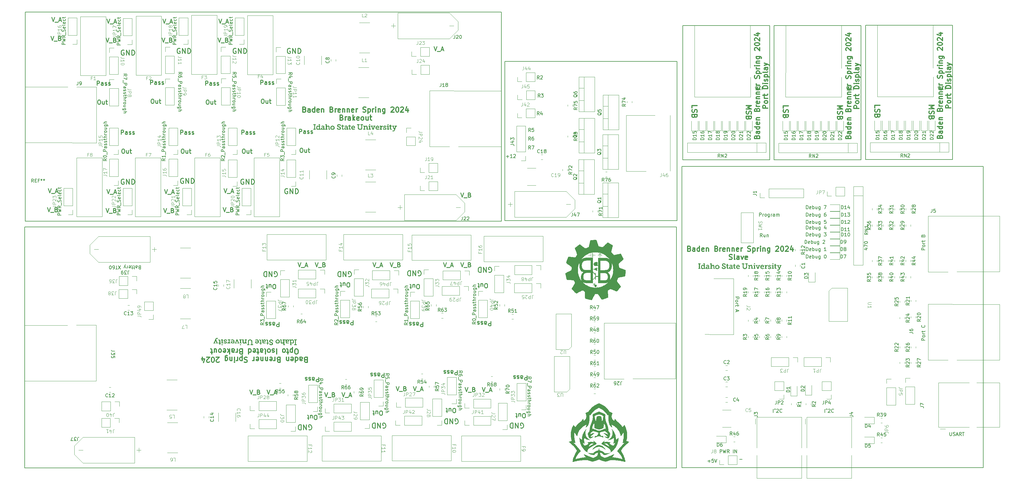
<source format=gbr>
%TF.GenerationSoftware,KiCad,Pcbnew,8.0.1*%
%TF.CreationDate,2024-04-02T21:45:17-06:00*%
%TF.ProjectId,ATV_Project_Slave Barg,4154565f-5072-46f6-9a65-63745f536c61,rev?*%
%TF.SameCoordinates,Original*%
%TF.FileFunction,Legend,Top*%
%TF.FilePolarity,Positive*%
%FSLAX46Y46*%
G04 Gerber Fmt 4.6, Leading zero omitted, Abs format (unit mm)*
G04 Created by KiCad (PCBNEW 8.0.1) date 2024-04-02 21:45:17*
%MOMM*%
%LPD*%
G01*
G04 APERTURE LIST*
%ADD10C,0.150000*%
%ADD11C,0.254000*%
%ADD12C,0.300000*%
%ADD13C,0.200000*%
%ADD14C,0.100000*%
%ADD15C,0.120000*%
%ADD16C,0.000000*%
%ADD17C,0.119888*%
G04 APERTURE END LIST*
D10*
X224174207Y-82927819D02*
X223840874Y-82451628D01*
X223602779Y-82927819D02*
X223602779Y-81927819D01*
X223602779Y-81927819D02*
X223983731Y-81927819D01*
X223983731Y-81927819D02*
X224078969Y-81975438D01*
X224078969Y-81975438D02*
X224126588Y-82023057D01*
X224126588Y-82023057D02*
X224174207Y-82118295D01*
X224174207Y-82118295D02*
X224174207Y-82261152D01*
X224174207Y-82261152D02*
X224126588Y-82356390D01*
X224126588Y-82356390D02*
X224078969Y-82404009D01*
X224078969Y-82404009D02*
X223983731Y-82451628D01*
X223983731Y-82451628D02*
X223602779Y-82451628D01*
X225031350Y-82261152D02*
X225031350Y-82927819D01*
X224602779Y-82261152D02*
X224602779Y-82784961D01*
X224602779Y-82784961D02*
X224650398Y-82880200D01*
X224650398Y-82880200D02*
X224745636Y-82927819D01*
X224745636Y-82927819D02*
X224888493Y-82927819D01*
X224888493Y-82927819D02*
X224983731Y-82880200D01*
X224983731Y-82880200D02*
X225031350Y-82832580D01*
X225507541Y-82261152D02*
X225507541Y-82927819D01*
X225507541Y-82356390D02*
X225555160Y-82308771D01*
X225555160Y-82308771D02*
X225650398Y-82261152D01*
X225650398Y-82261152D02*
X225793255Y-82261152D01*
X225793255Y-82261152D02*
X225888493Y-82308771D01*
X225888493Y-82308771D02*
X225936112Y-82404009D01*
X225936112Y-82404009D02*
X225936112Y-82927819D01*
X223348779Y-76831819D02*
X223348779Y-75831819D01*
X223348779Y-75831819D02*
X223729731Y-75831819D01*
X223729731Y-75831819D02*
X223824969Y-75879438D01*
X223824969Y-75879438D02*
X223872588Y-75927057D01*
X223872588Y-75927057D02*
X223920207Y-76022295D01*
X223920207Y-76022295D02*
X223920207Y-76165152D01*
X223920207Y-76165152D02*
X223872588Y-76260390D01*
X223872588Y-76260390D02*
X223824969Y-76308009D01*
X223824969Y-76308009D02*
X223729731Y-76355628D01*
X223729731Y-76355628D02*
X223348779Y-76355628D01*
X224348779Y-76831819D02*
X224348779Y-76165152D01*
X224348779Y-76355628D02*
X224396398Y-76260390D01*
X224396398Y-76260390D02*
X224444017Y-76212771D01*
X224444017Y-76212771D02*
X224539255Y-76165152D01*
X224539255Y-76165152D02*
X224634493Y-76165152D01*
X225110684Y-76831819D02*
X225015446Y-76784200D01*
X225015446Y-76784200D02*
X224967827Y-76736580D01*
X224967827Y-76736580D02*
X224920208Y-76641342D01*
X224920208Y-76641342D02*
X224920208Y-76355628D01*
X224920208Y-76355628D02*
X224967827Y-76260390D01*
X224967827Y-76260390D02*
X225015446Y-76212771D01*
X225015446Y-76212771D02*
X225110684Y-76165152D01*
X225110684Y-76165152D02*
X225253541Y-76165152D01*
X225253541Y-76165152D02*
X225348779Y-76212771D01*
X225348779Y-76212771D02*
X225396398Y-76260390D01*
X225396398Y-76260390D02*
X225444017Y-76355628D01*
X225444017Y-76355628D02*
X225444017Y-76641342D01*
X225444017Y-76641342D02*
X225396398Y-76736580D01*
X225396398Y-76736580D02*
X225348779Y-76784200D01*
X225348779Y-76784200D02*
X225253541Y-76831819D01*
X225253541Y-76831819D02*
X225110684Y-76831819D01*
X226301160Y-76165152D02*
X226301160Y-76974676D01*
X226301160Y-76974676D02*
X226253541Y-77069914D01*
X226253541Y-77069914D02*
X226205922Y-77117533D01*
X226205922Y-77117533D02*
X226110684Y-77165152D01*
X226110684Y-77165152D02*
X225967827Y-77165152D01*
X225967827Y-77165152D02*
X225872589Y-77117533D01*
X226301160Y-76784200D02*
X226205922Y-76831819D01*
X226205922Y-76831819D02*
X226015446Y-76831819D01*
X226015446Y-76831819D02*
X225920208Y-76784200D01*
X225920208Y-76784200D02*
X225872589Y-76736580D01*
X225872589Y-76736580D02*
X225824970Y-76641342D01*
X225824970Y-76641342D02*
X225824970Y-76355628D01*
X225824970Y-76355628D02*
X225872589Y-76260390D01*
X225872589Y-76260390D02*
X225920208Y-76212771D01*
X225920208Y-76212771D02*
X226015446Y-76165152D01*
X226015446Y-76165152D02*
X226205922Y-76165152D01*
X226205922Y-76165152D02*
X226301160Y-76212771D01*
X226777351Y-76831819D02*
X226777351Y-76165152D01*
X226777351Y-76355628D02*
X226824970Y-76260390D01*
X226824970Y-76260390D02*
X226872589Y-76212771D01*
X226872589Y-76212771D02*
X226967827Y-76165152D01*
X226967827Y-76165152D02*
X227063065Y-76165152D01*
X227824970Y-76831819D02*
X227824970Y-76308009D01*
X227824970Y-76308009D02*
X227777351Y-76212771D01*
X227777351Y-76212771D02*
X227682113Y-76165152D01*
X227682113Y-76165152D02*
X227491637Y-76165152D01*
X227491637Y-76165152D02*
X227396399Y-76212771D01*
X227824970Y-76784200D02*
X227729732Y-76831819D01*
X227729732Y-76831819D02*
X227491637Y-76831819D01*
X227491637Y-76831819D02*
X227396399Y-76784200D01*
X227396399Y-76784200D02*
X227348780Y-76688961D01*
X227348780Y-76688961D02*
X227348780Y-76593723D01*
X227348780Y-76593723D02*
X227396399Y-76498485D01*
X227396399Y-76498485D02*
X227491637Y-76450866D01*
X227491637Y-76450866D02*
X227729732Y-76450866D01*
X227729732Y-76450866D02*
X227824970Y-76403247D01*
X228301161Y-76831819D02*
X228301161Y-76165152D01*
X228301161Y-76260390D02*
X228348780Y-76212771D01*
X228348780Y-76212771D02*
X228444018Y-76165152D01*
X228444018Y-76165152D02*
X228586875Y-76165152D01*
X228586875Y-76165152D02*
X228682113Y-76212771D01*
X228682113Y-76212771D02*
X228729732Y-76308009D01*
X228729732Y-76308009D02*
X228729732Y-76831819D01*
X228729732Y-76308009D02*
X228777351Y-76212771D01*
X228777351Y-76212771D02*
X228872589Y-76165152D01*
X228872589Y-76165152D02*
X229015446Y-76165152D01*
X229015446Y-76165152D02*
X229110685Y-76212771D01*
X229110685Y-76212771D02*
X229158304Y-76308009D01*
X229158304Y-76308009D02*
X229158304Y-76831819D01*
X217506779Y-148586866D02*
X218268684Y-148586866D01*
X208108779Y-149094866D02*
X208870684Y-149094866D01*
X208489731Y-149475819D02*
X208489731Y-148713914D01*
X209823064Y-148475819D02*
X209346874Y-148475819D01*
X209346874Y-148475819D02*
X209299255Y-148952009D01*
X209299255Y-148952009D02*
X209346874Y-148904390D01*
X209346874Y-148904390D02*
X209442112Y-148856771D01*
X209442112Y-148856771D02*
X209680207Y-148856771D01*
X209680207Y-148856771D02*
X209775445Y-148904390D01*
X209775445Y-148904390D02*
X209823064Y-148952009D01*
X209823064Y-148952009D02*
X209870683Y-149047247D01*
X209870683Y-149047247D02*
X209870683Y-149285342D01*
X209870683Y-149285342D02*
X209823064Y-149380580D01*
X209823064Y-149380580D02*
X209775445Y-149428200D01*
X209775445Y-149428200D02*
X209680207Y-149475819D01*
X209680207Y-149475819D02*
X209442112Y-149475819D01*
X209442112Y-149475819D02*
X209346874Y-149428200D01*
X209346874Y-149428200D02*
X209299255Y-149380580D01*
X210156398Y-148475819D02*
X210489731Y-149475819D01*
X210489731Y-149475819D02*
X210823064Y-148475819D01*
X227412779Y-134743819D02*
X227412779Y-133743819D01*
X227746112Y-133839057D02*
X227936588Y-133696200D01*
X227936588Y-133696200D02*
X228127064Y-133839057D01*
X228412779Y-133839057D02*
X228460398Y-133791438D01*
X228460398Y-133791438D02*
X228555636Y-133743819D01*
X228555636Y-133743819D02*
X228793731Y-133743819D01*
X228793731Y-133743819D02*
X228888969Y-133791438D01*
X228888969Y-133791438D02*
X228936588Y-133839057D01*
X228936588Y-133839057D02*
X228984207Y-133934295D01*
X228984207Y-133934295D02*
X228984207Y-134029533D01*
X228984207Y-134029533D02*
X228936588Y-134172390D01*
X228936588Y-134172390D02*
X228365160Y-134743819D01*
X228365160Y-134743819D02*
X228984207Y-134743819D01*
X229984207Y-134648580D02*
X229936588Y-134696200D01*
X229936588Y-134696200D02*
X229793731Y-134743819D01*
X229793731Y-134743819D02*
X229698493Y-134743819D01*
X229698493Y-134743819D02*
X229555636Y-134696200D01*
X229555636Y-134696200D02*
X229460398Y-134600961D01*
X229460398Y-134600961D02*
X229412779Y-134505723D01*
X229412779Y-134505723D02*
X229365160Y-134315247D01*
X229365160Y-134315247D02*
X229365160Y-134172390D01*
X229365160Y-134172390D02*
X229412779Y-133981914D01*
X229412779Y-133981914D02*
X229460398Y-133886676D01*
X229460398Y-133886676D02*
X229555636Y-133791438D01*
X229555636Y-133791438D02*
X229698493Y-133743819D01*
X229698493Y-133743819D02*
X229793731Y-133743819D01*
X229793731Y-133743819D02*
X229936588Y-133791438D01*
X229936588Y-133791438D02*
X229984207Y-133839057D01*
X242652779Y-134743819D02*
X242652779Y-133743819D01*
X242986112Y-133839057D02*
X243176588Y-133696200D01*
X243176588Y-133696200D02*
X243367064Y-133839057D01*
X243652779Y-133839057D02*
X243700398Y-133791438D01*
X243700398Y-133791438D02*
X243795636Y-133743819D01*
X243795636Y-133743819D02*
X244033731Y-133743819D01*
X244033731Y-133743819D02*
X244128969Y-133791438D01*
X244128969Y-133791438D02*
X244176588Y-133839057D01*
X244176588Y-133839057D02*
X244224207Y-133934295D01*
X244224207Y-133934295D02*
X244224207Y-134029533D01*
X244224207Y-134029533D02*
X244176588Y-134172390D01*
X244176588Y-134172390D02*
X243605160Y-134743819D01*
X243605160Y-134743819D02*
X244224207Y-134743819D01*
X245224207Y-134648580D02*
X245176588Y-134696200D01*
X245176588Y-134696200D02*
X245033731Y-134743819D01*
X245033731Y-134743819D02*
X244938493Y-134743819D01*
X244938493Y-134743819D02*
X244795636Y-134696200D01*
X244795636Y-134696200D02*
X244700398Y-134600961D01*
X244700398Y-134600961D02*
X244652779Y-134505723D01*
X244652779Y-134505723D02*
X244605160Y-134315247D01*
X244605160Y-134315247D02*
X244605160Y-134172390D01*
X244605160Y-134172390D02*
X244652779Y-133981914D01*
X244652779Y-133981914D02*
X244700398Y-133886676D01*
X244700398Y-133886676D02*
X244795636Y-133791438D01*
X244795636Y-133791438D02*
X244938493Y-133743819D01*
X244938493Y-133743819D02*
X245033731Y-133743819D01*
X245033731Y-133743819D02*
X245176588Y-133791438D01*
X245176588Y-133791438D02*
X245224207Y-133839057D01*
X279482779Y-140601819D02*
X279482779Y-141411342D01*
X279482779Y-141411342D02*
X279530398Y-141506580D01*
X279530398Y-141506580D02*
X279578017Y-141554200D01*
X279578017Y-141554200D02*
X279673255Y-141601819D01*
X279673255Y-141601819D02*
X279863731Y-141601819D01*
X279863731Y-141601819D02*
X279958969Y-141554200D01*
X279958969Y-141554200D02*
X280006588Y-141506580D01*
X280006588Y-141506580D02*
X280054207Y-141411342D01*
X280054207Y-141411342D02*
X280054207Y-140601819D01*
X280482779Y-141554200D02*
X280625636Y-141601819D01*
X280625636Y-141601819D02*
X280863731Y-141601819D01*
X280863731Y-141601819D02*
X280958969Y-141554200D01*
X280958969Y-141554200D02*
X281006588Y-141506580D01*
X281006588Y-141506580D02*
X281054207Y-141411342D01*
X281054207Y-141411342D02*
X281054207Y-141316104D01*
X281054207Y-141316104D02*
X281006588Y-141220866D01*
X281006588Y-141220866D02*
X280958969Y-141173247D01*
X280958969Y-141173247D02*
X280863731Y-141125628D01*
X280863731Y-141125628D02*
X280673255Y-141078009D01*
X280673255Y-141078009D02*
X280578017Y-141030390D01*
X280578017Y-141030390D02*
X280530398Y-140982771D01*
X280530398Y-140982771D02*
X280482779Y-140887533D01*
X280482779Y-140887533D02*
X280482779Y-140792295D01*
X280482779Y-140792295D02*
X280530398Y-140697057D01*
X280530398Y-140697057D02*
X280578017Y-140649438D01*
X280578017Y-140649438D02*
X280673255Y-140601819D01*
X280673255Y-140601819D02*
X280911350Y-140601819D01*
X280911350Y-140601819D02*
X281054207Y-140649438D01*
X281435160Y-141316104D02*
X281911350Y-141316104D01*
X281339922Y-141601819D02*
X281673255Y-140601819D01*
X281673255Y-140601819D02*
X282006588Y-141601819D01*
X282911350Y-141601819D02*
X282578017Y-141125628D01*
X282339922Y-141601819D02*
X282339922Y-140601819D01*
X282339922Y-140601819D02*
X282720874Y-140601819D01*
X282720874Y-140601819D02*
X282816112Y-140649438D01*
X282816112Y-140649438D02*
X282863731Y-140697057D01*
X282863731Y-140697057D02*
X282911350Y-140792295D01*
X282911350Y-140792295D02*
X282911350Y-140935152D01*
X282911350Y-140935152D02*
X282863731Y-141030390D01*
X282863731Y-141030390D02*
X282816112Y-141078009D01*
X282816112Y-141078009D02*
X282720874Y-141125628D01*
X282720874Y-141125628D02*
X282339922Y-141125628D01*
X283197065Y-140601819D02*
X283768493Y-140601819D01*
X283482779Y-141601819D02*
X283482779Y-140601819D01*
X272157819Y-113455220D02*
X271157819Y-113455220D01*
X271157819Y-113455220D02*
X271157819Y-113074268D01*
X271157819Y-113074268D02*
X271205438Y-112979030D01*
X271205438Y-112979030D02*
X271253057Y-112931411D01*
X271253057Y-112931411D02*
X271348295Y-112883792D01*
X271348295Y-112883792D02*
X271491152Y-112883792D01*
X271491152Y-112883792D02*
X271586390Y-112931411D01*
X271586390Y-112931411D02*
X271634009Y-112979030D01*
X271634009Y-112979030D02*
X271681628Y-113074268D01*
X271681628Y-113074268D02*
X271681628Y-113455220D01*
X272157819Y-112312363D02*
X272110200Y-112407601D01*
X272110200Y-112407601D02*
X272062580Y-112455220D01*
X272062580Y-112455220D02*
X271967342Y-112502839D01*
X271967342Y-112502839D02*
X271681628Y-112502839D01*
X271681628Y-112502839D02*
X271586390Y-112455220D01*
X271586390Y-112455220D02*
X271538771Y-112407601D01*
X271538771Y-112407601D02*
X271491152Y-112312363D01*
X271491152Y-112312363D02*
X271491152Y-112169506D01*
X271491152Y-112169506D02*
X271538771Y-112074268D01*
X271538771Y-112074268D02*
X271586390Y-112026649D01*
X271586390Y-112026649D02*
X271681628Y-111979030D01*
X271681628Y-111979030D02*
X271967342Y-111979030D01*
X271967342Y-111979030D02*
X272062580Y-112026649D01*
X272062580Y-112026649D02*
X272110200Y-112074268D01*
X272110200Y-112074268D02*
X272157819Y-112169506D01*
X272157819Y-112169506D02*
X272157819Y-112312363D01*
X272157819Y-111550458D02*
X271491152Y-111550458D01*
X271681628Y-111550458D02*
X271586390Y-111502839D01*
X271586390Y-111502839D02*
X271538771Y-111455220D01*
X271538771Y-111455220D02*
X271491152Y-111359982D01*
X271491152Y-111359982D02*
X271491152Y-111264744D01*
X271491152Y-111074267D02*
X271491152Y-110693315D01*
X271157819Y-110931410D02*
X272014961Y-110931410D01*
X272014961Y-110931410D02*
X272110200Y-110883791D01*
X272110200Y-110883791D02*
X272157819Y-110788553D01*
X272157819Y-110788553D02*
X272157819Y-110693315D01*
X272062580Y-109026648D02*
X272110200Y-109074267D01*
X272110200Y-109074267D02*
X272157819Y-109217124D01*
X272157819Y-109217124D02*
X272157819Y-109312362D01*
X272157819Y-109312362D02*
X272110200Y-109455219D01*
X272110200Y-109455219D02*
X272014961Y-109550457D01*
X272014961Y-109550457D02*
X271919723Y-109598076D01*
X271919723Y-109598076D02*
X271729247Y-109645695D01*
X271729247Y-109645695D02*
X271586390Y-109645695D01*
X271586390Y-109645695D02*
X271395914Y-109598076D01*
X271395914Y-109598076D02*
X271300676Y-109550457D01*
X271300676Y-109550457D02*
X271205438Y-109455219D01*
X271205438Y-109455219D02*
X271157819Y-109312362D01*
X271157819Y-109312362D02*
X271157819Y-109217124D01*
X271157819Y-109217124D02*
X271205438Y-109074267D01*
X271205438Y-109074267D02*
X271253057Y-109026648D01*
X272157819Y-86785220D02*
X271157819Y-86785220D01*
X271157819Y-86785220D02*
X271157819Y-86404268D01*
X271157819Y-86404268D02*
X271205438Y-86309030D01*
X271205438Y-86309030D02*
X271253057Y-86261411D01*
X271253057Y-86261411D02*
X271348295Y-86213792D01*
X271348295Y-86213792D02*
X271491152Y-86213792D01*
X271491152Y-86213792D02*
X271586390Y-86261411D01*
X271586390Y-86261411D02*
X271634009Y-86309030D01*
X271634009Y-86309030D02*
X271681628Y-86404268D01*
X271681628Y-86404268D02*
X271681628Y-86785220D01*
X272157819Y-85642363D02*
X272110200Y-85737601D01*
X272110200Y-85737601D02*
X272062580Y-85785220D01*
X272062580Y-85785220D02*
X271967342Y-85832839D01*
X271967342Y-85832839D02*
X271681628Y-85832839D01*
X271681628Y-85832839D02*
X271586390Y-85785220D01*
X271586390Y-85785220D02*
X271538771Y-85737601D01*
X271538771Y-85737601D02*
X271491152Y-85642363D01*
X271491152Y-85642363D02*
X271491152Y-85499506D01*
X271491152Y-85499506D02*
X271538771Y-85404268D01*
X271538771Y-85404268D02*
X271586390Y-85356649D01*
X271586390Y-85356649D02*
X271681628Y-85309030D01*
X271681628Y-85309030D02*
X271967342Y-85309030D01*
X271967342Y-85309030D02*
X272062580Y-85356649D01*
X272062580Y-85356649D02*
X272110200Y-85404268D01*
X272110200Y-85404268D02*
X272157819Y-85499506D01*
X272157819Y-85499506D02*
X272157819Y-85642363D01*
X272157819Y-84880458D02*
X271491152Y-84880458D01*
X271681628Y-84880458D02*
X271586390Y-84832839D01*
X271586390Y-84832839D02*
X271538771Y-84785220D01*
X271538771Y-84785220D02*
X271491152Y-84689982D01*
X271491152Y-84689982D02*
X271491152Y-84594744D01*
X271491152Y-84404267D02*
X271491152Y-84023315D01*
X271157819Y-84261410D02*
X272014961Y-84261410D01*
X272014961Y-84261410D02*
X272110200Y-84213791D01*
X272110200Y-84213791D02*
X272157819Y-84118553D01*
X272157819Y-84118553D02*
X272157819Y-84023315D01*
X271634009Y-82594743D02*
X271681628Y-82451886D01*
X271681628Y-82451886D02*
X271729247Y-82404267D01*
X271729247Y-82404267D02*
X271824485Y-82356648D01*
X271824485Y-82356648D02*
X271967342Y-82356648D01*
X271967342Y-82356648D02*
X272062580Y-82404267D01*
X272062580Y-82404267D02*
X272110200Y-82451886D01*
X272110200Y-82451886D02*
X272157819Y-82547124D01*
X272157819Y-82547124D02*
X272157819Y-82928076D01*
X272157819Y-82928076D02*
X271157819Y-82928076D01*
X271157819Y-82928076D02*
X271157819Y-82594743D01*
X271157819Y-82594743D02*
X271205438Y-82499505D01*
X271205438Y-82499505D02*
X271253057Y-82451886D01*
X271253057Y-82451886D02*
X271348295Y-82404267D01*
X271348295Y-82404267D02*
X271443533Y-82404267D01*
X271443533Y-82404267D02*
X271538771Y-82451886D01*
X271538771Y-82451886D02*
X271586390Y-82499505D01*
X271586390Y-82499505D02*
X271634009Y-82594743D01*
X271634009Y-82594743D02*
X271634009Y-82928076D01*
X216284180Y-100666779D02*
X217284180Y-100666779D01*
X217284180Y-100666779D02*
X217284180Y-101047731D01*
X217284180Y-101047731D02*
X217236561Y-101142969D01*
X217236561Y-101142969D02*
X217188942Y-101190588D01*
X217188942Y-101190588D02*
X217093704Y-101238207D01*
X217093704Y-101238207D02*
X216950847Y-101238207D01*
X216950847Y-101238207D02*
X216855609Y-101190588D01*
X216855609Y-101190588D02*
X216807990Y-101142969D01*
X216807990Y-101142969D02*
X216760371Y-101047731D01*
X216760371Y-101047731D02*
X216760371Y-100666779D01*
X216284180Y-101809636D02*
X216331800Y-101714398D01*
X216331800Y-101714398D02*
X216379419Y-101666779D01*
X216379419Y-101666779D02*
X216474657Y-101619160D01*
X216474657Y-101619160D02*
X216760371Y-101619160D01*
X216760371Y-101619160D02*
X216855609Y-101666779D01*
X216855609Y-101666779D02*
X216903228Y-101714398D01*
X216903228Y-101714398D02*
X216950847Y-101809636D01*
X216950847Y-101809636D02*
X216950847Y-101952493D01*
X216950847Y-101952493D02*
X216903228Y-102047731D01*
X216903228Y-102047731D02*
X216855609Y-102095350D01*
X216855609Y-102095350D02*
X216760371Y-102142969D01*
X216760371Y-102142969D02*
X216474657Y-102142969D01*
X216474657Y-102142969D02*
X216379419Y-102095350D01*
X216379419Y-102095350D02*
X216331800Y-102047731D01*
X216331800Y-102047731D02*
X216284180Y-101952493D01*
X216284180Y-101952493D02*
X216284180Y-101809636D01*
X216284180Y-102571541D02*
X216950847Y-102571541D01*
X216760371Y-102571541D02*
X216855609Y-102619160D01*
X216855609Y-102619160D02*
X216903228Y-102666779D01*
X216903228Y-102666779D02*
X216950847Y-102762017D01*
X216950847Y-102762017D02*
X216950847Y-102857255D01*
X216950847Y-103047732D02*
X216950847Y-103428684D01*
X217284180Y-103190589D02*
X216427038Y-103190589D01*
X216427038Y-103190589D02*
X216331800Y-103238208D01*
X216331800Y-103238208D02*
X216284180Y-103333446D01*
X216284180Y-103333446D02*
X216284180Y-103428684D01*
X216569895Y-104476304D02*
X216569895Y-104952494D01*
X216284180Y-104381066D02*
X217284180Y-104714399D01*
X217284180Y-104714399D02*
X216284180Y-105047732D01*
X158388207Y-36359875D02*
X158054874Y-35883684D01*
X157816779Y-36359875D02*
X157816779Y-35359875D01*
X157816779Y-35359875D02*
X158197731Y-35359875D01*
X158197731Y-35359875D02*
X158292969Y-35407494D01*
X158292969Y-35407494D02*
X158340588Y-35455113D01*
X158340588Y-35455113D02*
X158388207Y-35550351D01*
X158388207Y-35550351D02*
X158388207Y-35693208D01*
X158388207Y-35693208D02*
X158340588Y-35788446D01*
X158340588Y-35788446D02*
X158292969Y-35836065D01*
X158292969Y-35836065D02*
X158197731Y-35883684D01*
X158197731Y-35883684D02*
X157816779Y-35883684D01*
X158769160Y-35455113D02*
X158816779Y-35407494D01*
X158816779Y-35407494D02*
X158912017Y-35359875D01*
X158912017Y-35359875D02*
X159150112Y-35359875D01*
X159150112Y-35359875D02*
X159245350Y-35407494D01*
X159245350Y-35407494D02*
X159292969Y-35455113D01*
X159292969Y-35455113D02*
X159340588Y-35550351D01*
X159340588Y-35550351D02*
X159340588Y-35645589D01*
X159340588Y-35645589D02*
X159292969Y-35788446D01*
X159292969Y-35788446D02*
X158721541Y-36359875D01*
X158721541Y-36359875D02*
X159340588Y-36359875D01*
X158642207Y-41693875D02*
X158308874Y-41217684D01*
X158070779Y-41693875D02*
X158070779Y-40693875D01*
X158070779Y-40693875D02*
X158451731Y-40693875D01*
X158451731Y-40693875D02*
X158546969Y-40741494D01*
X158546969Y-40741494D02*
X158594588Y-40789113D01*
X158594588Y-40789113D02*
X158642207Y-40884351D01*
X158642207Y-40884351D02*
X158642207Y-41027208D01*
X158642207Y-41027208D02*
X158594588Y-41122446D01*
X158594588Y-41122446D02*
X158546969Y-41170065D01*
X158546969Y-41170065D02*
X158451731Y-41217684D01*
X158451731Y-41217684D02*
X158070779Y-41217684D01*
X158975541Y-40693875D02*
X159594588Y-40693875D01*
X159594588Y-40693875D02*
X159261255Y-41074827D01*
X159261255Y-41074827D02*
X159404112Y-41074827D01*
X159404112Y-41074827D02*
X159499350Y-41122446D01*
X159499350Y-41122446D02*
X159546969Y-41170065D01*
X159546969Y-41170065D02*
X159594588Y-41265303D01*
X159594588Y-41265303D02*
X159594588Y-41503398D01*
X159594588Y-41503398D02*
X159546969Y-41598636D01*
X159546969Y-41598636D02*
X159499350Y-41646256D01*
X159499350Y-41646256D02*
X159404112Y-41693875D01*
X159404112Y-41693875D02*
X159118398Y-41693875D01*
X159118398Y-41693875D02*
X159023160Y-41646256D01*
X159023160Y-41646256D02*
X158975541Y-41598636D01*
X158388207Y-46941931D02*
X158054874Y-46465740D01*
X157816779Y-46941931D02*
X157816779Y-45941931D01*
X157816779Y-45941931D02*
X158197731Y-45941931D01*
X158197731Y-45941931D02*
X158292969Y-45989550D01*
X158292969Y-45989550D02*
X158340588Y-46037169D01*
X158340588Y-46037169D02*
X158388207Y-46132407D01*
X158388207Y-46132407D02*
X158388207Y-46275264D01*
X158388207Y-46275264D02*
X158340588Y-46370502D01*
X158340588Y-46370502D02*
X158292969Y-46418121D01*
X158292969Y-46418121D02*
X158197731Y-46465740D01*
X158197731Y-46465740D02*
X157816779Y-46465740D01*
X159245350Y-46275264D02*
X159245350Y-46941931D01*
X159007255Y-45894312D02*
X158769160Y-46608597D01*
X158769160Y-46608597D02*
X159388207Y-46608597D01*
X155848207Y-51853875D02*
X155514874Y-51377684D01*
X155276779Y-51853875D02*
X155276779Y-50853875D01*
X155276779Y-50853875D02*
X155657731Y-50853875D01*
X155657731Y-50853875D02*
X155752969Y-50901494D01*
X155752969Y-50901494D02*
X155800588Y-50949113D01*
X155800588Y-50949113D02*
X155848207Y-51044351D01*
X155848207Y-51044351D02*
X155848207Y-51187208D01*
X155848207Y-51187208D02*
X155800588Y-51282446D01*
X155800588Y-51282446D02*
X155752969Y-51330065D01*
X155752969Y-51330065D02*
X155657731Y-51377684D01*
X155657731Y-51377684D02*
X155276779Y-51377684D01*
X156752969Y-50853875D02*
X156276779Y-50853875D01*
X156276779Y-50853875D02*
X156229160Y-51330065D01*
X156229160Y-51330065D02*
X156276779Y-51282446D01*
X156276779Y-51282446D02*
X156372017Y-51234827D01*
X156372017Y-51234827D02*
X156610112Y-51234827D01*
X156610112Y-51234827D02*
X156705350Y-51282446D01*
X156705350Y-51282446D02*
X156752969Y-51330065D01*
X156752969Y-51330065D02*
X156800588Y-51425303D01*
X156800588Y-51425303D02*
X156800588Y-51663398D01*
X156800588Y-51663398D02*
X156752969Y-51758636D01*
X156752969Y-51758636D02*
X156705350Y-51806256D01*
X156705350Y-51806256D02*
X156610112Y-51853875D01*
X156610112Y-51853875D02*
X156372017Y-51853875D01*
X156372017Y-51853875D02*
X156276779Y-51806256D01*
X156276779Y-51806256D02*
X156229160Y-51758636D01*
X155848207Y-54393875D02*
X155514874Y-53917684D01*
X155276779Y-54393875D02*
X155276779Y-53393875D01*
X155276779Y-53393875D02*
X155657731Y-53393875D01*
X155657731Y-53393875D02*
X155752969Y-53441494D01*
X155752969Y-53441494D02*
X155800588Y-53489113D01*
X155800588Y-53489113D02*
X155848207Y-53584351D01*
X155848207Y-53584351D02*
X155848207Y-53727208D01*
X155848207Y-53727208D02*
X155800588Y-53822446D01*
X155800588Y-53822446D02*
X155752969Y-53870065D01*
X155752969Y-53870065D02*
X155657731Y-53917684D01*
X155657731Y-53917684D02*
X155276779Y-53917684D01*
X156705350Y-53393875D02*
X156514874Y-53393875D01*
X156514874Y-53393875D02*
X156419636Y-53441494D01*
X156419636Y-53441494D02*
X156372017Y-53489113D01*
X156372017Y-53489113D02*
X156276779Y-53631970D01*
X156276779Y-53631970D02*
X156229160Y-53822446D01*
X156229160Y-53822446D02*
X156229160Y-54203398D01*
X156229160Y-54203398D02*
X156276779Y-54298636D01*
X156276779Y-54298636D02*
X156324398Y-54346256D01*
X156324398Y-54346256D02*
X156419636Y-54393875D01*
X156419636Y-54393875D02*
X156610112Y-54393875D01*
X156610112Y-54393875D02*
X156705350Y-54346256D01*
X156705350Y-54346256D02*
X156752969Y-54298636D01*
X156752969Y-54298636D02*
X156800588Y-54203398D01*
X156800588Y-54203398D02*
X156800588Y-53965303D01*
X156800588Y-53965303D02*
X156752969Y-53870065D01*
X156752969Y-53870065D02*
X156705350Y-53822446D01*
X156705350Y-53822446D02*
X156610112Y-53774827D01*
X156610112Y-53774827D02*
X156419636Y-53774827D01*
X156419636Y-53774827D02*
X156324398Y-53822446D01*
X156324398Y-53822446D02*
X156276779Y-53870065D01*
X156276779Y-53870065D02*
X156229160Y-53965303D01*
X155848207Y-57019819D02*
X155514874Y-56543628D01*
X155276779Y-57019819D02*
X155276779Y-56019819D01*
X155276779Y-56019819D02*
X155657731Y-56019819D01*
X155657731Y-56019819D02*
X155752969Y-56067438D01*
X155752969Y-56067438D02*
X155800588Y-56115057D01*
X155800588Y-56115057D02*
X155848207Y-56210295D01*
X155848207Y-56210295D02*
X155848207Y-56353152D01*
X155848207Y-56353152D02*
X155800588Y-56448390D01*
X155800588Y-56448390D02*
X155752969Y-56496009D01*
X155752969Y-56496009D02*
X155657731Y-56543628D01*
X155657731Y-56543628D02*
X155276779Y-56543628D01*
X156181541Y-56019819D02*
X156848207Y-56019819D01*
X156848207Y-56019819D02*
X156419636Y-57019819D01*
X148672779Y-59178866D02*
X149434684Y-59178866D01*
X149053731Y-59559819D02*
X149053731Y-58797914D01*
X150434683Y-59559819D02*
X149863255Y-59559819D01*
X150148969Y-59559819D02*
X150148969Y-58559819D01*
X150148969Y-58559819D02*
X150053731Y-58702676D01*
X150053731Y-58702676D02*
X149958493Y-58797914D01*
X149958493Y-58797914D02*
X149863255Y-58845533D01*
X150815636Y-58655057D02*
X150863255Y-58607438D01*
X150863255Y-58607438D02*
X150958493Y-58559819D01*
X150958493Y-58559819D02*
X151196588Y-58559819D01*
X151196588Y-58559819D02*
X151291826Y-58607438D01*
X151291826Y-58607438D02*
X151339445Y-58655057D01*
X151339445Y-58655057D02*
X151387064Y-58750295D01*
X151387064Y-58750295D02*
X151387064Y-58845533D01*
X151387064Y-58845533D02*
X151339445Y-58988390D01*
X151339445Y-58988390D02*
X150768017Y-59559819D01*
X150768017Y-59559819D02*
X151387064Y-59559819D01*
D11*
X72932057Y-128101368D02*
X73355390Y-129371368D01*
X73355390Y-129371368D02*
X73778724Y-128101368D01*
X73899676Y-129492320D02*
X74867295Y-129492320D01*
X75593009Y-128706130D02*
X75774437Y-128766606D01*
X75774437Y-128766606D02*
X75834914Y-128827082D01*
X75834914Y-128827082D02*
X75895390Y-128948034D01*
X75895390Y-128948034D02*
X75895390Y-129129463D01*
X75895390Y-129129463D02*
X75834914Y-129250415D01*
X75834914Y-129250415D02*
X75774437Y-129310892D01*
X75774437Y-129310892D02*
X75653485Y-129371368D01*
X75653485Y-129371368D02*
X75169675Y-129371368D01*
X75169675Y-129371368D02*
X75169675Y-128101368D01*
X75169675Y-128101368D02*
X75593009Y-128101368D01*
X75593009Y-128101368D02*
X75713961Y-128161844D01*
X75713961Y-128161844D02*
X75774437Y-128222320D01*
X75774437Y-128222320D02*
X75834914Y-128343272D01*
X75834914Y-128343272D02*
X75834914Y-128464225D01*
X75834914Y-128464225D02*
X75774437Y-128585177D01*
X75774437Y-128585177D02*
X75713961Y-128645653D01*
X75713961Y-128645653D02*
X75593009Y-128706130D01*
X75593009Y-128706130D02*
X75169675Y-128706130D01*
X78012057Y-128101368D02*
X78435390Y-129371368D01*
X78435390Y-129371368D02*
X78858724Y-128101368D01*
X78979676Y-129492320D02*
X79947295Y-129492320D01*
X80189199Y-129008511D02*
X80793961Y-129008511D01*
X80068247Y-129371368D02*
X80491580Y-128101368D01*
X80491580Y-128101368D02*
X80914914Y-129371368D01*
X95030057Y-128863368D02*
X95453390Y-130133368D01*
X95453390Y-130133368D02*
X95876724Y-128863368D01*
X95997676Y-130254320D02*
X96965295Y-130254320D01*
X97691009Y-129468130D02*
X97872437Y-129528606D01*
X97872437Y-129528606D02*
X97932914Y-129589082D01*
X97932914Y-129589082D02*
X97993390Y-129710034D01*
X97993390Y-129710034D02*
X97993390Y-129891463D01*
X97993390Y-129891463D02*
X97932914Y-130012415D01*
X97932914Y-130012415D02*
X97872437Y-130072892D01*
X97872437Y-130072892D02*
X97751485Y-130133368D01*
X97751485Y-130133368D02*
X97267675Y-130133368D01*
X97267675Y-130133368D02*
X97267675Y-128863368D01*
X97267675Y-128863368D02*
X97691009Y-128863368D01*
X97691009Y-128863368D02*
X97811961Y-128923844D01*
X97811961Y-128923844D02*
X97872437Y-128984320D01*
X97872437Y-128984320D02*
X97932914Y-129105272D01*
X97932914Y-129105272D02*
X97932914Y-129226225D01*
X97932914Y-129226225D02*
X97872437Y-129347177D01*
X97872437Y-129347177D02*
X97811961Y-129407653D01*
X97811961Y-129407653D02*
X97691009Y-129468130D01*
X97691009Y-129468130D02*
X97267675Y-129468130D01*
X100110057Y-128863368D02*
X100533390Y-130133368D01*
X100533390Y-130133368D02*
X100956724Y-128863368D01*
X101077676Y-130254320D02*
X102045295Y-130254320D01*
X102287199Y-129770511D02*
X102891961Y-129770511D01*
X102166247Y-130133368D02*
X102589580Y-128863368D01*
X102589580Y-128863368D02*
X103012914Y-130133368D01*
X116112057Y-127085368D02*
X116535390Y-128355368D01*
X116535390Y-128355368D02*
X116958724Y-127085368D01*
X117079676Y-128476320D02*
X118047295Y-128476320D01*
X118773009Y-127690130D02*
X118954437Y-127750606D01*
X118954437Y-127750606D02*
X119014914Y-127811082D01*
X119014914Y-127811082D02*
X119075390Y-127932034D01*
X119075390Y-127932034D02*
X119075390Y-128113463D01*
X119075390Y-128113463D02*
X119014914Y-128234415D01*
X119014914Y-128234415D02*
X118954437Y-128294892D01*
X118954437Y-128294892D02*
X118833485Y-128355368D01*
X118833485Y-128355368D02*
X118349675Y-128355368D01*
X118349675Y-128355368D02*
X118349675Y-127085368D01*
X118349675Y-127085368D02*
X118773009Y-127085368D01*
X118773009Y-127085368D02*
X118893961Y-127145844D01*
X118893961Y-127145844D02*
X118954437Y-127206320D01*
X118954437Y-127206320D02*
X119014914Y-127327272D01*
X119014914Y-127327272D02*
X119014914Y-127448225D01*
X119014914Y-127448225D02*
X118954437Y-127569177D01*
X118954437Y-127569177D02*
X118893961Y-127629653D01*
X118893961Y-127629653D02*
X118773009Y-127690130D01*
X118773009Y-127690130D02*
X118349675Y-127690130D01*
X121192057Y-127085368D02*
X121615390Y-128355368D01*
X121615390Y-128355368D02*
X122038724Y-127085368D01*
X122159676Y-128476320D02*
X123127295Y-128476320D01*
X123369199Y-127992511D02*
X123973961Y-127992511D01*
X123248247Y-128355368D02*
X123671580Y-127085368D01*
X123671580Y-127085368D02*
X124094914Y-128355368D01*
X141512057Y-127339368D02*
X141935390Y-128609368D01*
X141935390Y-128609368D02*
X142358724Y-127339368D01*
X142479676Y-128730320D02*
X143447295Y-128730320D01*
X143689199Y-128246511D02*
X144293961Y-128246511D01*
X143568247Y-128609368D02*
X143991580Y-127339368D01*
X143991580Y-127339368D02*
X144414914Y-128609368D01*
X136432057Y-127339368D02*
X136855390Y-128609368D01*
X136855390Y-128609368D02*
X137278724Y-127339368D01*
X137399676Y-128730320D02*
X138367295Y-128730320D01*
X139093009Y-127944130D02*
X139274437Y-128004606D01*
X139274437Y-128004606D02*
X139334914Y-128065082D01*
X139334914Y-128065082D02*
X139395390Y-128186034D01*
X139395390Y-128186034D02*
X139395390Y-128367463D01*
X139395390Y-128367463D02*
X139334914Y-128488415D01*
X139334914Y-128488415D02*
X139274437Y-128548892D01*
X139274437Y-128548892D02*
X139153485Y-128609368D01*
X139153485Y-128609368D02*
X138669675Y-128609368D01*
X138669675Y-128609368D02*
X138669675Y-127339368D01*
X138669675Y-127339368D02*
X139093009Y-127339368D01*
X139093009Y-127339368D02*
X139213961Y-127399844D01*
X139213961Y-127399844D02*
X139274437Y-127460320D01*
X139274437Y-127460320D02*
X139334914Y-127581272D01*
X139334914Y-127581272D02*
X139334914Y-127702225D01*
X139334914Y-127702225D02*
X139274437Y-127823177D01*
X139274437Y-127823177D02*
X139213961Y-127883653D01*
X139213961Y-127883653D02*
X139093009Y-127944130D01*
X139093009Y-127944130D02*
X138669675Y-127944130D01*
X130082057Y-90509368D02*
X130505390Y-91779368D01*
X130505390Y-91779368D02*
X130928724Y-90509368D01*
X131049676Y-91900320D02*
X132017295Y-91900320D01*
X132259199Y-91416511D02*
X132863961Y-91416511D01*
X132138247Y-91779368D02*
X132561580Y-90509368D01*
X132561580Y-90509368D02*
X132984914Y-91779368D01*
X135162057Y-90509368D02*
X135585390Y-91779368D01*
X135585390Y-91779368D02*
X136008724Y-90509368D01*
X136129676Y-91900320D02*
X137097295Y-91900320D01*
X137823009Y-91114130D02*
X138004437Y-91174606D01*
X138004437Y-91174606D02*
X138064914Y-91235082D01*
X138064914Y-91235082D02*
X138125390Y-91356034D01*
X138125390Y-91356034D02*
X138125390Y-91537463D01*
X138125390Y-91537463D02*
X138064914Y-91658415D01*
X138064914Y-91658415D02*
X138004437Y-91718892D01*
X138004437Y-91718892D02*
X137883485Y-91779368D01*
X137883485Y-91779368D02*
X137399675Y-91779368D01*
X137399675Y-91779368D02*
X137399675Y-90509368D01*
X137399675Y-90509368D02*
X137823009Y-90509368D01*
X137823009Y-90509368D02*
X137943961Y-90569844D01*
X137943961Y-90569844D02*
X138004437Y-90630320D01*
X138004437Y-90630320D02*
X138064914Y-90751272D01*
X138064914Y-90751272D02*
X138064914Y-90872225D01*
X138064914Y-90872225D02*
X138004437Y-90993177D01*
X138004437Y-90993177D02*
X137943961Y-91053653D01*
X137943961Y-91053653D02*
X137823009Y-91114130D01*
X137823009Y-91114130D02*
X137399675Y-91114130D01*
X109254057Y-90509368D02*
X109677390Y-91779368D01*
X109677390Y-91779368D02*
X110100724Y-90509368D01*
X110221676Y-91900320D02*
X111189295Y-91900320D01*
X111431199Y-91416511D02*
X112035961Y-91416511D01*
X111310247Y-91779368D02*
X111733580Y-90509368D01*
X111733580Y-90509368D02*
X112156914Y-91779368D01*
X114334057Y-90509368D02*
X114757390Y-91779368D01*
X114757390Y-91779368D02*
X115180724Y-90509368D01*
X115301676Y-91900320D02*
X116269295Y-91900320D01*
X116995009Y-91114130D02*
X117176437Y-91174606D01*
X117176437Y-91174606D02*
X117236914Y-91235082D01*
X117236914Y-91235082D02*
X117297390Y-91356034D01*
X117297390Y-91356034D02*
X117297390Y-91537463D01*
X117297390Y-91537463D02*
X117236914Y-91658415D01*
X117236914Y-91658415D02*
X117176437Y-91718892D01*
X117176437Y-91718892D02*
X117055485Y-91779368D01*
X117055485Y-91779368D02*
X116571675Y-91779368D01*
X116571675Y-91779368D02*
X116571675Y-90509368D01*
X116571675Y-90509368D02*
X116995009Y-90509368D01*
X116995009Y-90509368D02*
X117115961Y-90569844D01*
X117115961Y-90569844D02*
X117176437Y-90630320D01*
X117176437Y-90630320D02*
X117236914Y-90751272D01*
X117236914Y-90751272D02*
X117236914Y-90872225D01*
X117236914Y-90872225D02*
X117176437Y-90993177D01*
X117176437Y-90993177D02*
X117115961Y-91053653D01*
X117115961Y-91053653D02*
X116995009Y-91114130D01*
X116995009Y-91114130D02*
X116571675Y-91114130D01*
X87156057Y-90509368D02*
X87579390Y-91779368D01*
X87579390Y-91779368D02*
X88002724Y-90509368D01*
X88123676Y-91900320D02*
X89091295Y-91900320D01*
X89333199Y-91416511D02*
X89937961Y-91416511D01*
X89212247Y-91779368D02*
X89635580Y-90509368D01*
X89635580Y-90509368D02*
X90058914Y-91779368D01*
X92236057Y-90509368D02*
X92659390Y-91779368D01*
X92659390Y-91779368D02*
X93082724Y-90509368D01*
X93203676Y-91900320D02*
X94171295Y-91900320D01*
X94897009Y-91114130D02*
X95078437Y-91174606D01*
X95078437Y-91174606D02*
X95138914Y-91235082D01*
X95138914Y-91235082D02*
X95199390Y-91356034D01*
X95199390Y-91356034D02*
X95199390Y-91537463D01*
X95199390Y-91537463D02*
X95138914Y-91658415D01*
X95138914Y-91658415D02*
X95078437Y-91718892D01*
X95078437Y-91718892D02*
X94957485Y-91779368D01*
X94957485Y-91779368D02*
X94473675Y-91779368D01*
X94473675Y-91779368D02*
X94473675Y-90509368D01*
X94473675Y-90509368D02*
X94897009Y-90509368D01*
X94897009Y-90509368D02*
X95017961Y-90569844D01*
X95017961Y-90569844D02*
X95078437Y-90630320D01*
X95078437Y-90630320D02*
X95138914Y-90751272D01*
X95138914Y-90751272D02*
X95138914Y-90872225D01*
X95138914Y-90872225D02*
X95078437Y-90993177D01*
X95078437Y-90993177D02*
X95017961Y-91053653D01*
X95017961Y-91053653D02*
X94897009Y-91114130D01*
X94897009Y-91114130D02*
X94473675Y-91114130D01*
X65312057Y-68665368D02*
X65735390Y-69935368D01*
X65735390Y-69935368D02*
X66158724Y-68665368D01*
X66279676Y-70056320D02*
X67247295Y-70056320D01*
X67489199Y-69572511D02*
X68093961Y-69572511D01*
X67368247Y-69935368D02*
X67791580Y-68665368D01*
X67791580Y-68665368D02*
X68214914Y-69935368D01*
X65058057Y-74253368D02*
X65481390Y-75523368D01*
X65481390Y-75523368D02*
X65904724Y-74253368D01*
X66025676Y-75644320D02*
X66993295Y-75644320D01*
X67719009Y-74858130D02*
X67900437Y-74918606D01*
X67900437Y-74918606D02*
X67960914Y-74979082D01*
X67960914Y-74979082D02*
X68021390Y-75100034D01*
X68021390Y-75100034D02*
X68021390Y-75281463D01*
X68021390Y-75281463D02*
X67960914Y-75402415D01*
X67960914Y-75402415D02*
X67900437Y-75462892D01*
X67900437Y-75462892D02*
X67779485Y-75523368D01*
X67779485Y-75523368D02*
X67295675Y-75523368D01*
X67295675Y-75523368D02*
X67295675Y-74253368D01*
X67295675Y-74253368D02*
X67719009Y-74253368D01*
X67719009Y-74253368D02*
X67839961Y-74313844D01*
X67839961Y-74313844D02*
X67900437Y-74374320D01*
X67900437Y-74374320D02*
X67960914Y-74495272D01*
X67960914Y-74495272D02*
X67960914Y-74616225D01*
X67960914Y-74616225D02*
X67900437Y-74737177D01*
X67900437Y-74737177D02*
X67839961Y-74797653D01*
X67839961Y-74797653D02*
X67719009Y-74858130D01*
X67719009Y-74858130D02*
X67295675Y-74858130D01*
X47786057Y-68919368D02*
X48209390Y-70189368D01*
X48209390Y-70189368D02*
X48632724Y-68919368D01*
X48753676Y-70310320D02*
X49721295Y-70310320D01*
X49963199Y-69826511D02*
X50567961Y-69826511D01*
X49842247Y-70189368D02*
X50265580Y-68919368D01*
X50265580Y-68919368D02*
X50688914Y-70189368D01*
X47532057Y-74507368D02*
X47955390Y-75777368D01*
X47955390Y-75777368D02*
X48378724Y-74507368D01*
X48499676Y-75898320D02*
X49467295Y-75898320D01*
X50193009Y-75112130D02*
X50374437Y-75172606D01*
X50374437Y-75172606D02*
X50434914Y-75233082D01*
X50434914Y-75233082D02*
X50495390Y-75354034D01*
X50495390Y-75354034D02*
X50495390Y-75535463D01*
X50495390Y-75535463D02*
X50434914Y-75656415D01*
X50434914Y-75656415D02*
X50374437Y-75716892D01*
X50374437Y-75716892D02*
X50253485Y-75777368D01*
X50253485Y-75777368D02*
X49769675Y-75777368D01*
X49769675Y-75777368D02*
X49769675Y-74507368D01*
X49769675Y-74507368D02*
X50193009Y-74507368D01*
X50193009Y-74507368D02*
X50313961Y-74567844D01*
X50313961Y-74567844D02*
X50374437Y-74628320D01*
X50374437Y-74628320D02*
X50434914Y-74749272D01*
X50434914Y-74749272D02*
X50434914Y-74870225D01*
X50434914Y-74870225D02*
X50374437Y-74991177D01*
X50374437Y-74991177D02*
X50313961Y-75051653D01*
X50313961Y-75051653D02*
X50193009Y-75112130D01*
X50193009Y-75112130D02*
X49769675Y-75112130D01*
X30768057Y-68919368D02*
X31191390Y-70189368D01*
X31191390Y-70189368D02*
X31614724Y-68919368D01*
X31735676Y-70310320D02*
X32703295Y-70310320D01*
X32945199Y-69826511D02*
X33549961Y-69826511D01*
X32824247Y-70189368D02*
X33247580Y-68919368D01*
X33247580Y-68919368D02*
X33670914Y-70189368D01*
X30514057Y-74507368D02*
X30937390Y-75777368D01*
X30937390Y-75777368D02*
X31360724Y-74507368D01*
X31481676Y-75898320D02*
X32449295Y-75898320D01*
X33175009Y-75112130D02*
X33356437Y-75172606D01*
X33356437Y-75172606D02*
X33416914Y-75233082D01*
X33416914Y-75233082D02*
X33477390Y-75354034D01*
X33477390Y-75354034D02*
X33477390Y-75535463D01*
X33477390Y-75535463D02*
X33416914Y-75656415D01*
X33416914Y-75656415D02*
X33356437Y-75716892D01*
X33356437Y-75716892D02*
X33235485Y-75777368D01*
X33235485Y-75777368D02*
X32751675Y-75777368D01*
X32751675Y-75777368D02*
X32751675Y-74507368D01*
X32751675Y-74507368D02*
X33175009Y-74507368D01*
X33175009Y-74507368D02*
X33295961Y-74567844D01*
X33295961Y-74567844D02*
X33356437Y-74628320D01*
X33356437Y-74628320D02*
X33416914Y-74749272D01*
X33416914Y-74749272D02*
X33416914Y-74870225D01*
X33416914Y-74870225D02*
X33356437Y-74991177D01*
X33356437Y-74991177D02*
X33295961Y-75051653D01*
X33295961Y-75051653D02*
X33175009Y-75112130D01*
X33175009Y-75112130D02*
X32751675Y-75112130D01*
X13496057Y-68665368D02*
X13919390Y-69935368D01*
X13919390Y-69935368D02*
X14342724Y-68665368D01*
X14463676Y-70056320D02*
X15431295Y-70056320D01*
X15673199Y-69572511D02*
X16277961Y-69572511D01*
X15552247Y-69935368D02*
X15975580Y-68665368D01*
X15975580Y-68665368D02*
X16398914Y-69935368D01*
X13242057Y-74253368D02*
X13665390Y-75523368D01*
X13665390Y-75523368D02*
X14088724Y-74253368D01*
X14209676Y-75644320D02*
X15177295Y-75644320D01*
X15903009Y-74858130D02*
X16084437Y-74918606D01*
X16084437Y-74918606D02*
X16144914Y-74979082D01*
X16144914Y-74979082D02*
X16205390Y-75100034D01*
X16205390Y-75100034D02*
X16205390Y-75281463D01*
X16205390Y-75281463D02*
X16144914Y-75402415D01*
X16144914Y-75402415D02*
X16084437Y-75462892D01*
X16084437Y-75462892D02*
X15963485Y-75523368D01*
X15963485Y-75523368D02*
X15479675Y-75523368D01*
X15479675Y-75523368D02*
X15479675Y-74253368D01*
X15479675Y-74253368D02*
X15903009Y-74253368D01*
X15903009Y-74253368D02*
X16023961Y-74313844D01*
X16023961Y-74313844D02*
X16084437Y-74374320D01*
X16084437Y-74374320D02*
X16144914Y-74495272D01*
X16144914Y-74495272D02*
X16144914Y-74616225D01*
X16144914Y-74616225D02*
X16084437Y-74737177D01*
X16084437Y-74737177D02*
X16023961Y-74797653D01*
X16023961Y-74797653D02*
X15903009Y-74858130D01*
X15903009Y-74858130D02*
X15479675Y-74858130D01*
X14512057Y-18119368D02*
X14935390Y-19389368D01*
X14935390Y-19389368D02*
X15358724Y-18119368D01*
X15479676Y-19510320D02*
X16447295Y-19510320D01*
X16689199Y-19026511D02*
X17293961Y-19026511D01*
X16568247Y-19389368D02*
X16991580Y-18119368D01*
X16991580Y-18119368D02*
X17414914Y-19389368D01*
X14258057Y-23707368D02*
X14681390Y-24977368D01*
X14681390Y-24977368D02*
X15104724Y-23707368D01*
X15225676Y-25098320D02*
X16193295Y-25098320D01*
X16919009Y-24312130D02*
X17100437Y-24372606D01*
X17100437Y-24372606D02*
X17160914Y-24433082D01*
X17160914Y-24433082D02*
X17221390Y-24554034D01*
X17221390Y-24554034D02*
X17221390Y-24735463D01*
X17221390Y-24735463D02*
X17160914Y-24856415D01*
X17160914Y-24856415D02*
X17100437Y-24916892D01*
X17100437Y-24916892D02*
X16979485Y-24977368D01*
X16979485Y-24977368D02*
X16495675Y-24977368D01*
X16495675Y-24977368D02*
X16495675Y-23707368D01*
X16495675Y-23707368D02*
X16919009Y-23707368D01*
X16919009Y-23707368D02*
X17039961Y-23767844D01*
X17039961Y-23767844D02*
X17100437Y-23828320D01*
X17100437Y-23828320D02*
X17160914Y-23949272D01*
X17160914Y-23949272D02*
X17160914Y-24070225D01*
X17160914Y-24070225D02*
X17100437Y-24191177D01*
X17100437Y-24191177D02*
X17039961Y-24251653D01*
X17039961Y-24251653D02*
X16919009Y-24312130D01*
X16919009Y-24312130D02*
X16495675Y-24312130D01*
X30768057Y-18627368D02*
X31191390Y-19897368D01*
X31191390Y-19897368D02*
X31614724Y-18627368D01*
X31735676Y-20018320D02*
X32703295Y-20018320D01*
X32945199Y-19534511D02*
X33549961Y-19534511D01*
X32824247Y-19897368D02*
X33247580Y-18627368D01*
X33247580Y-18627368D02*
X33670914Y-19897368D01*
X30514057Y-24215368D02*
X30937390Y-25485368D01*
X30937390Y-25485368D02*
X31360724Y-24215368D01*
X31481676Y-25606320D02*
X32449295Y-25606320D01*
X33175009Y-24820130D02*
X33356437Y-24880606D01*
X33356437Y-24880606D02*
X33416914Y-24941082D01*
X33416914Y-24941082D02*
X33477390Y-25062034D01*
X33477390Y-25062034D02*
X33477390Y-25243463D01*
X33477390Y-25243463D02*
X33416914Y-25364415D01*
X33416914Y-25364415D02*
X33356437Y-25424892D01*
X33356437Y-25424892D02*
X33235485Y-25485368D01*
X33235485Y-25485368D02*
X32751675Y-25485368D01*
X32751675Y-25485368D02*
X32751675Y-24215368D01*
X32751675Y-24215368D02*
X33175009Y-24215368D01*
X33175009Y-24215368D02*
X33295961Y-24275844D01*
X33295961Y-24275844D02*
X33356437Y-24336320D01*
X33356437Y-24336320D02*
X33416914Y-24457272D01*
X33416914Y-24457272D02*
X33416914Y-24578225D01*
X33416914Y-24578225D02*
X33356437Y-24699177D01*
X33356437Y-24699177D02*
X33295961Y-24759653D01*
X33295961Y-24759653D02*
X33175009Y-24820130D01*
X33175009Y-24820130D02*
X32751675Y-24820130D01*
X47278057Y-18627368D02*
X47701390Y-19897368D01*
X47701390Y-19897368D02*
X48124724Y-18627368D01*
X48245676Y-20018320D02*
X49213295Y-20018320D01*
X49455199Y-19534511D02*
X50059961Y-19534511D01*
X49334247Y-19897368D02*
X49757580Y-18627368D01*
X49757580Y-18627368D02*
X50180914Y-19897368D01*
X47024057Y-24215368D02*
X47447390Y-25485368D01*
X47447390Y-25485368D02*
X47870724Y-24215368D01*
X47991676Y-25606320D02*
X48959295Y-25606320D01*
X49685009Y-24820130D02*
X49866437Y-24880606D01*
X49866437Y-24880606D02*
X49926914Y-24941082D01*
X49926914Y-24941082D02*
X49987390Y-25062034D01*
X49987390Y-25062034D02*
X49987390Y-25243463D01*
X49987390Y-25243463D02*
X49926914Y-25364415D01*
X49926914Y-25364415D02*
X49866437Y-25424892D01*
X49866437Y-25424892D02*
X49745485Y-25485368D01*
X49745485Y-25485368D02*
X49261675Y-25485368D01*
X49261675Y-25485368D02*
X49261675Y-24215368D01*
X49261675Y-24215368D02*
X49685009Y-24215368D01*
X49685009Y-24215368D02*
X49805961Y-24275844D01*
X49805961Y-24275844D02*
X49866437Y-24336320D01*
X49866437Y-24336320D02*
X49926914Y-24457272D01*
X49926914Y-24457272D02*
X49926914Y-24578225D01*
X49926914Y-24578225D02*
X49866437Y-24699177D01*
X49866437Y-24699177D02*
X49805961Y-24759653D01*
X49805961Y-24759653D02*
X49685009Y-24820130D01*
X49685009Y-24820130D02*
X49261675Y-24820130D01*
X63534057Y-24215368D02*
X63957390Y-25485368D01*
X63957390Y-25485368D02*
X64380724Y-24215368D01*
X64501676Y-25606320D02*
X65469295Y-25606320D01*
X66195009Y-24820130D02*
X66376437Y-24880606D01*
X66376437Y-24880606D02*
X66436914Y-24941082D01*
X66436914Y-24941082D02*
X66497390Y-25062034D01*
X66497390Y-25062034D02*
X66497390Y-25243463D01*
X66497390Y-25243463D02*
X66436914Y-25364415D01*
X66436914Y-25364415D02*
X66376437Y-25424892D01*
X66376437Y-25424892D02*
X66255485Y-25485368D01*
X66255485Y-25485368D02*
X65771675Y-25485368D01*
X65771675Y-25485368D02*
X65771675Y-24215368D01*
X65771675Y-24215368D02*
X66195009Y-24215368D01*
X66195009Y-24215368D02*
X66315961Y-24275844D01*
X66315961Y-24275844D02*
X66376437Y-24336320D01*
X66376437Y-24336320D02*
X66436914Y-24457272D01*
X66436914Y-24457272D02*
X66436914Y-24578225D01*
X66436914Y-24578225D02*
X66376437Y-24699177D01*
X66376437Y-24699177D02*
X66315961Y-24759653D01*
X66315961Y-24759653D02*
X66195009Y-24820130D01*
X66195009Y-24820130D02*
X65771675Y-24820130D01*
X135162057Y-69935368D02*
X135585390Y-71205368D01*
X135585390Y-71205368D02*
X136008724Y-69935368D01*
X136129676Y-71326320D02*
X137097295Y-71326320D01*
X137823009Y-70540130D02*
X138004437Y-70600606D01*
X138004437Y-70600606D02*
X138064914Y-70661082D01*
X138064914Y-70661082D02*
X138125390Y-70782034D01*
X138125390Y-70782034D02*
X138125390Y-70963463D01*
X138125390Y-70963463D02*
X138064914Y-71084415D01*
X138064914Y-71084415D02*
X138004437Y-71144892D01*
X138004437Y-71144892D02*
X137883485Y-71205368D01*
X137883485Y-71205368D02*
X137399675Y-71205368D01*
X137399675Y-71205368D02*
X137399675Y-69935368D01*
X137399675Y-69935368D02*
X137823009Y-69935368D01*
X137823009Y-69935368D02*
X137943961Y-69995844D01*
X137943961Y-69995844D02*
X138004437Y-70056320D01*
X138004437Y-70056320D02*
X138064914Y-70177272D01*
X138064914Y-70177272D02*
X138064914Y-70298225D01*
X138064914Y-70298225D02*
X138004437Y-70419177D01*
X138004437Y-70419177D02*
X137943961Y-70479653D01*
X137943961Y-70479653D02*
X137823009Y-70540130D01*
X137823009Y-70540130D02*
X137399675Y-70540130D01*
X63788057Y-18627368D02*
X64211390Y-19897368D01*
X64211390Y-19897368D02*
X64634724Y-18627368D01*
X64755676Y-20018320D02*
X65723295Y-20018320D01*
X65965199Y-19534511D02*
X66569961Y-19534511D01*
X65844247Y-19897368D02*
X66267580Y-18627368D01*
X66267580Y-18627368D02*
X66690914Y-19897368D01*
X127288057Y-26755368D02*
X127711390Y-28025368D01*
X127711390Y-28025368D02*
X128134724Y-26755368D01*
X128255676Y-28146320D02*
X129223295Y-28146320D01*
X129465199Y-27662511D02*
X130069961Y-27662511D01*
X129344247Y-28025368D02*
X129767580Y-26755368D01*
X129767580Y-26755368D02*
X130190914Y-28025368D01*
X76657390Y-42249368D02*
X76899295Y-42249368D01*
X76899295Y-42249368D02*
X77020247Y-42309844D01*
X77020247Y-42309844D02*
X77141200Y-42430796D01*
X77141200Y-42430796D02*
X77201676Y-42672701D01*
X77201676Y-42672701D02*
X77201676Y-43096034D01*
X77201676Y-43096034D02*
X77141200Y-43337939D01*
X77141200Y-43337939D02*
X77020247Y-43458892D01*
X77020247Y-43458892D02*
X76899295Y-43519368D01*
X76899295Y-43519368D02*
X76657390Y-43519368D01*
X76657390Y-43519368D02*
X76536438Y-43458892D01*
X76536438Y-43458892D02*
X76415485Y-43337939D01*
X76415485Y-43337939D02*
X76355009Y-43096034D01*
X76355009Y-43096034D02*
X76355009Y-42672701D01*
X76355009Y-42672701D02*
X76415485Y-42430796D01*
X76415485Y-42430796D02*
X76536438Y-42309844D01*
X76536438Y-42309844D02*
X76657390Y-42249368D01*
X78290247Y-42672701D02*
X78290247Y-43519368D01*
X77745961Y-42672701D02*
X77745961Y-43337939D01*
X77745961Y-43337939D02*
X77806438Y-43458892D01*
X77806438Y-43458892D02*
X77927390Y-43519368D01*
X77927390Y-43519368D02*
X78108819Y-43519368D01*
X78108819Y-43519368D02*
X78229771Y-43458892D01*
X78229771Y-43458892D02*
X78290247Y-43398415D01*
X78713581Y-42672701D02*
X79197390Y-42672701D01*
X78895009Y-42249368D02*
X78895009Y-43337939D01*
X78895009Y-43337939D02*
X78955486Y-43458892D01*
X78955486Y-43458892D02*
X79076438Y-43519368D01*
X79076438Y-43519368D02*
X79197390Y-43519368D01*
X76161485Y-37931368D02*
X76161485Y-36661368D01*
X76161485Y-36661368D02*
X76645295Y-36661368D01*
X76645295Y-36661368D02*
X76766247Y-36721844D01*
X76766247Y-36721844D02*
X76826724Y-36782320D01*
X76826724Y-36782320D02*
X76887200Y-36903272D01*
X76887200Y-36903272D02*
X76887200Y-37084701D01*
X76887200Y-37084701D02*
X76826724Y-37205653D01*
X76826724Y-37205653D02*
X76766247Y-37266130D01*
X76766247Y-37266130D02*
X76645295Y-37326606D01*
X76645295Y-37326606D02*
X76161485Y-37326606D01*
X77975771Y-37931368D02*
X77975771Y-37266130D01*
X77975771Y-37266130D02*
X77915295Y-37145177D01*
X77915295Y-37145177D02*
X77794343Y-37084701D01*
X77794343Y-37084701D02*
X77552438Y-37084701D01*
X77552438Y-37084701D02*
X77431485Y-37145177D01*
X77975771Y-37870892D02*
X77854819Y-37931368D01*
X77854819Y-37931368D02*
X77552438Y-37931368D01*
X77552438Y-37931368D02*
X77431485Y-37870892D01*
X77431485Y-37870892D02*
X77371009Y-37749939D01*
X77371009Y-37749939D02*
X77371009Y-37628987D01*
X77371009Y-37628987D02*
X77431485Y-37508034D01*
X77431485Y-37508034D02*
X77552438Y-37447558D01*
X77552438Y-37447558D02*
X77854819Y-37447558D01*
X77854819Y-37447558D02*
X77975771Y-37387082D01*
X78520057Y-37870892D02*
X78641010Y-37931368D01*
X78641010Y-37931368D02*
X78882914Y-37931368D01*
X78882914Y-37931368D02*
X79003867Y-37870892D01*
X79003867Y-37870892D02*
X79064343Y-37749939D01*
X79064343Y-37749939D02*
X79064343Y-37689463D01*
X79064343Y-37689463D02*
X79003867Y-37568511D01*
X79003867Y-37568511D02*
X78882914Y-37508034D01*
X78882914Y-37508034D02*
X78701486Y-37508034D01*
X78701486Y-37508034D02*
X78580533Y-37447558D01*
X78580533Y-37447558D02*
X78520057Y-37326606D01*
X78520057Y-37326606D02*
X78520057Y-37266130D01*
X78520057Y-37266130D02*
X78580533Y-37145177D01*
X78580533Y-37145177D02*
X78701486Y-37084701D01*
X78701486Y-37084701D02*
X78882914Y-37084701D01*
X78882914Y-37084701D02*
X79003867Y-37145177D01*
X79548152Y-37870892D02*
X79669105Y-37931368D01*
X79669105Y-37931368D02*
X79911009Y-37931368D01*
X79911009Y-37931368D02*
X80031962Y-37870892D01*
X80031962Y-37870892D02*
X80092438Y-37749939D01*
X80092438Y-37749939D02*
X80092438Y-37689463D01*
X80092438Y-37689463D02*
X80031962Y-37568511D01*
X80031962Y-37568511D02*
X79911009Y-37508034D01*
X79911009Y-37508034D02*
X79729581Y-37508034D01*
X79729581Y-37508034D02*
X79608628Y-37447558D01*
X79608628Y-37447558D02*
X79548152Y-37326606D01*
X79548152Y-37326606D02*
X79548152Y-37266130D01*
X79548152Y-37266130D02*
X79608628Y-37145177D01*
X79608628Y-37145177D02*
X79729581Y-37084701D01*
X79729581Y-37084701D02*
X79911009Y-37084701D01*
X79911009Y-37084701D02*
X80031962Y-37145177D01*
X60401390Y-42503368D02*
X60643295Y-42503368D01*
X60643295Y-42503368D02*
X60764247Y-42563844D01*
X60764247Y-42563844D02*
X60885200Y-42684796D01*
X60885200Y-42684796D02*
X60945676Y-42926701D01*
X60945676Y-42926701D02*
X60945676Y-43350034D01*
X60945676Y-43350034D02*
X60885200Y-43591939D01*
X60885200Y-43591939D02*
X60764247Y-43712892D01*
X60764247Y-43712892D02*
X60643295Y-43773368D01*
X60643295Y-43773368D02*
X60401390Y-43773368D01*
X60401390Y-43773368D02*
X60280438Y-43712892D01*
X60280438Y-43712892D02*
X60159485Y-43591939D01*
X60159485Y-43591939D02*
X60099009Y-43350034D01*
X60099009Y-43350034D02*
X60099009Y-42926701D01*
X60099009Y-42926701D02*
X60159485Y-42684796D01*
X60159485Y-42684796D02*
X60280438Y-42563844D01*
X60280438Y-42563844D02*
X60401390Y-42503368D01*
X62034247Y-42926701D02*
X62034247Y-43773368D01*
X61489961Y-42926701D02*
X61489961Y-43591939D01*
X61489961Y-43591939D02*
X61550438Y-43712892D01*
X61550438Y-43712892D02*
X61671390Y-43773368D01*
X61671390Y-43773368D02*
X61852819Y-43773368D01*
X61852819Y-43773368D02*
X61973771Y-43712892D01*
X61973771Y-43712892D02*
X62034247Y-43652415D01*
X62457581Y-42926701D02*
X62941390Y-42926701D01*
X62639009Y-42503368D02*
X62639009Y-43591939D01*
X62639009Y-43591939D02*
X62699486Y-43712892D01*
X62699486Y-43712892D02*
X62820438Y-43773368D01*
X62820438Y-43773368D02*
X62941390Y-43773368D01*
X59905485Y-38185368D02*
X59905485Y-36915368D01*
X59905485Y-36915368D02*
X60389295Y-36915368D01*
X60389295Y-36915368D02*
X60510247Y-36975844D01*
X60510247Y-36975844D02*
X60570724Y-37036320D01*
X60570724Y-37036320D02*
X60631200Y-37157272D01*
X60631200Y-37157272D02*
X60631200Y-37338701D01*
X60631200Y-37338701D02*
X60570724Y-37459653D01*
X60570724Y-37459653D02*
X60510247Y-37520130D01*
X60510247Y-37520130D02*
X60389295Y-37580606D01*
X60389295Y-37580606D02*
X59905485Y-37580606D01*
X61719771Y-38185368D02*
X61719771Y-37520130D01*
X61719771Y-37520130D02*
X61659295Y-37399177D01*
X61659295Y-37399177D02*
X61538343Y-37338701D01*
X61538343Y-37338701D02*
X61296438Y-37338701D01*
X61296438Y-37338701D02*
X61175485Y-37399177D01*
X61719771Y-38124892D02*
X61598819Y-38185368D01*
X61598819Y-38185368D02*
X61296438Y-38185368D01*
X61296438Y-38185368D02*
X61175485Y-38124892D01*
X61175485Y-38124892D02*
X61115009Y-38003939D01*
X61115009Y-38003939D02*
X61115009Y-37882987D01*
X61115009Y-37882987D02*
X61175485Y-37762034D01*
X61175485Y-37762034D02*
X61296438Y-37701558D01*
X61296438Y-37701558D02*
X61598819Y-37701558D01*
X61598819Y-37701558D02*
X61719771Y-37641082D01*
X62264057Y-38124892D02*
X62385010Y-38185368D01*
X62385010Y-38185368D02*
X62626914Y-38185368D01*
X62626914Y-38185368D02*
X62747867Y-38124892D01*
X62747867Y-38124892D02*
X62808343Y-38003939D01*
X62808343Y-38003939D02*
X62808343Y-37943463D01*
X62808343Y-37943463D02*
X62747867Y-37822511D01*
X62747867Y-37822511D02*
X62626914Y-37762034D01*
X62626914Y-37762034D02*
X62445486Y-37762034D01*
X62445486Y-37762034D02*
X62324533Y-37701558D01*
X62324533Y-37701558D02*
X62264057Y-37580606D01*
X62264057Y-37580606D02*
X62264057Y-37520130D01*
X62264057Y-37520130D02*
X62324533Y-37399177D01*
X62324533Y-37399177D02*
X62445486Y-37338701D01*
X62445486Y-37338701D02*
X62626914Y-37338701D01*
X62626914Y-37338701D02*
X62747867Y-37399177D01*
X63292152Y-38124892D02*
X63413105Y-38185368D01*
X63413105Y-38185368D02*
X63655009Y-38185368D01*
X63655009Y-38185368D02*
X63775962Y-38124892D01*
X63775962Y-38124892D02*
X63836438Y-38003939D01*
X63836438Y-38003939D02*
X63836438Y-37943463D01*
X63836438Y-37943463D02*
X63775962Y-37822511D01*
X63775962Y-37822511D02*
X63655009Y-37762034D01*
X63655009Y-37762034D02*
X63473581Y-37762034D01*
X63473581Y-37762034D02*
X63352628Y-37701558D01*
X63352628Y-37701558D02*
X63292152Y-37580606D01*
X63292152Y-37580606D02*
X63292152Y-37520130D01*
X63292152Y-37520130D02*
X63352628Y-37399177D01*
X63352628Y-37399177D02*
X63473581Y-37338701D01*
X63473581Y-37338701D02*
X63655009Y-37338701D01*
X63655009Y-37338701D02*
X63775962Y-37399177D01*
X44145390Y-42249368D02*
X44387295Y-42249368D01*
X44387295Y-42249368D02*
X44508247Y-42309844D01*
X44508247Y-42309844D02*
X44629200Y-42430796D01*
X44629200Y-42430796D02*
X44689676Y-42672701D01*
X44689676Y-42672701D02*
X44689676Y-43096034D01*
X44689676Y-43096034D02*
X44629200Y-43337939D01*
X44629200Y-43337939D02*
X44508247Y-43458892D01*
X44508247Y-43458892D02*
X44387295Y-43519368D01*
X44387295Y-43519368D02*
X44145390Y-43519368D01*
X44145390Y-43519368D02*
X44024438Y-43458892D01*
X44024438Y-43458892D02*
X43903485Y-43337939D01*
X43903485Y-43337939D02*
X43843009Y-43096034D01*
X43843009Y-43096034D02*
X43843009Y-42672701D01*
X43843009Y-42672701D02*
X43903485Y-42430796D01*
X43903485Y-42430796D02*
X44024438Y-42309844D01*
X44024438Y-42309844D02*
X44145390Y-42249368D01*
X45778247Y-42672701D02*
X45778247Y-43519368D01*
X45233961Y-42672701D02*
X45233961Y-43337939D01*
X45233961Y-43337939D02*
X45294438Y-43458892D01*
X45294438Y-43458892D02*
X45415390Y-43519368D01*
X45415390Y-43519368D02*
X45596819Y-43519368D01*
X45596819Y-43519368D02*
X45717771Y-43458892D01*
X45717771Y-43458892D02*
X45778247Y-43398415D01*
X46201581Y-42672701D02*
X46685390Y-42672701D01*
X46383009Y-42249368D02*
X46383009Y-43337939D01*
X46383009Y-43337939D02*
X46443486Y-43458892D01*
X46443486Y-43458892D02*
X46564438Y-43519368D01*
X46564438Y-43519368D02*
X46685390Y-43519368D01*
X43649485Y-37931368D02*
X43649485Y-36661368D01*
X43649485Y-36661368D02*
X44133295Y-36661368D01*
X44133295Y-36661368D02*
X44254247Y-36721844D01*
X44254247Y-36721844D02*
X44314724Y-36782320D01*
X44314724Y-36782320D02*
X44375200Y-36903272D01*
X44375200Y-36903272D02*
X44375200Y-37084701D01*
X44375200Y-37084701D02*
X44314724Y-37205653D01*
X44314724Y-37205653D02*
X44254247Y-37266130D01*
X44254247Y-37266130D02*
X44133295Y-37326606D01*
X44133295Y-37326606D02*
X43649485Y-37326606D01*
X45463771Y-37931368D02*
X45463771Y-37266130D01*
X45463771Y-37266130D02*
X45403295Y-37145177D01*
X45403295Y-37145177D02*
X45282343Y-37084701D01*
X45282343Y-37084701D02*
X45040438Y-37084701D01*
X45040438Y-37084701D02*
X44919485Y-37145177D01*
X45463771Y-37870892D02*
X45342819Y-37931368D01*
X45342819Y-37931368D02*
X45040438Y-37931368D01*
X45040438Y-37931368D02*
X44919485Y-37870892D01*
X44919485Y-37870892D02*
X44859009Y-37749939D01*
X44859009Y-37749939D02*
X44859009Y-37628987D01*
X44859009Y-37628987D02*
X44919485Y-37508034D01*
X44919485Y-37508034D02*
X45040438Y-37447558D01*
X45040438Y-37447558D02*
X45342819Y-37447558D01*
X45342819Y-37447558D02*
X45463771Y-37387082D01*
X46008057Y-37870892D02*
X46129010Y-37931368D01*
X46129010Y-37931368D02*
X46370914Y-37931368D01*
X46370914Y-37931368D02*
X46491867Y-37870892D01*
X46491867Y-37870892D02*
X46552343Y-37749939D01*
X46552343Y-37749939D02*
X46552343Y-37689463D01*
X46552343Y-37689463D02*
X46491867Y-37568511D01*
X46491867Y-37568511D02*
X46370914Y-37508034D01*
X46370914Y-37508034D02*
X46189486Y-37508034D01*
X46189486Y-37508034D02*
X46068533Y-37447558D01*
X46068533Y-37447558D02*
X46008057Y-37326606D01*
X46008057Y-37326606D02*
X46008057Y-37266130D01*
X46008057Y-37266130D02*
X46068533Y-37145177D01*
X46068533Y-37145177D02*
X46189486Y-37084701D01*
X46189486Y-37084701D02*
X46370914Y-37084701D01*
X46370914Y-37084701D02*
X46491867Y-37145177D01*
X47036152Y-37870892D02*
X47157105Y-37931368D01*
X47157105Y-37931368D02*
X47399009Y-37931368D01*
X47399009Y-37931368D02*
X47519962Y-37870892D01*
X47519962Y-37870892D02*
X47580438Y-37749939D01*
X47580438Y-37749939D02*
X47580438Y-37689463D01*
X47580438Y-37689463D02*
X47519962Y-37568511D01*
X47519962Y-37568511D02*
X47399009Y-37508034D01*
X47399009Y-37508034D02*
X47217581Y-37508034D01*
X47217581Y-37508034D02*
X47096628Y-37447558D01*
X47096628Y-37447558D02*
X47036152Y-37326606D01*
X47036152Y-37326606D02*
X47036152Y-37266130D01*
X47036152Y-37266130D02*
X47096628Y-37145177D01*
X47096628Y-37145177D02*
X47217581Y-37084701D01*
X47217581Y-37084701D02*
X47399009Y-37084701D01*
X47399009Y-37084701D02*
X47519962Y-37145177D01*
X28397390Y-42503368D02*
X28639295Y-42503368D01*
X28639295Y-42503368D02*
X28760247Y-42563844D01*
X28760247Y-42563844D02*
X28881200Y-42684796D01*
X28881200Y-42684796D02*
X28941676Y-42926701D01*
X28941676Y-42926701D02*
X28941676Y-43350034D01*
X28941676Y-43350034D02*
X28881200Y-43591939D01*
X28881200Y-43591939D02*
X28760247Y-43712892D01*
X28760247Y-43712892D02*
X28639295Y-43773368D01*
X28639295Y-43773368D02*
X28397390Y-43773368D01*
X28397390Y-43773368D02*
X28276438Y-43712892D01*
X28276438Y-43712892D02*
X28155485Y-43591939D01*
X28155485Y-43591939D02*
X28095009Y-43350034D01*
X28095009Y-43350034D02*
X28095009Y-42926701D01*
X28095009Y-42926701D02*
X28155485Y-42684796D01*
X28155485Y-42684796D02*
X28276438Y-42563844D01*
X28276438Y-42563844D02*
X28397390Y-42503368D01*
X30030247Y-42926701D02*
X30030247Y-43773368D01*
X29485961Y-42926701D02*
X29485961Y-43591939D01*
X29485961Y-43591939D02*
X29546438Y-43712892D01*
X29546438Y-43712892D02*
X29667390Y-43773368D01*
X29667390Y-43773368D02*
X29848819Y-43773368D01*
X29848819Y-43773368D02*
X29969771Y-43712892D01*
X29969771Y-43712892D02*
X30030247Y-43652415D01*
X30453581Y-42926701D02*
X30937390Y-42926701D01*
X30635009Y-42503368D02*
X30635009Y-43591939D01*
X30635009Y-43591939D02*
X30695486Y-43712892D01*
X30695486Y-43712892D02*
X30816438Y-43773368D01*
X30816438Y-43773368D02*
X30937390Y-43773368D01*
X27901485Y-38185368D02*
X27901485Y-36915368D01*
X27901485Y-36915368D02*
X28385295Y-36915368D01*
X28385295Y-36915368D02*
X28506247Y-36975844D01*
X28506247Y-36975844D02*
X28566724Y-37036320D01*
X28566724Y-37036320D02*
X28627200Y-37157272D01*
X28627200Y-37157272D02*
X28627200Y-37338701D01*
X28627200Y-37338701D02*
X28566724Y-37459653D01*
X28566724Y-37459653D02*
X28506247Y-37520130D01*
X28506247Y-37520130D02*
X28385295Y-37580606D01*
X28385295Y-37580606D02*
X27901485Y-37580606D01*
X29715771Y-38185368D02*
X29715771Y-37520130D01*
X29715771Y-37520130D02*
X29655295Y-37399177D01*
X29655295Y-37399177D02*
X29534343Y-37338701D01*
X29534343Y-37338701D02*
X29292438Y-37338701D01*
X29292438Y-37338701D02*
X29171485Y-37399177D01*
X29715771Y-38124892D02*
X29594819Y-38185368D01*
X29594819Y-38185368D02*
X29292438Y-38185368D01*
X29292438Y-38185368D02*
X29171485Y-38124892D01*
X29171485Y-38124892D02*
X29111009Y-38003939D01*
X29111009Y-38003939D02*
X29111009Y-37882987D01*
X29111009Y-37882987D02*
X29171485Y-37762034D01*
X29171485Y-37762034D02*
X29292438Y-37701558D01*
X29292438Y-37701558D02*
X29594819Y-37701558D01*
X29594819Y-37701558D02*
X29715771Y-37641082D01*
X30260057Y-38124892D02*
X30381010Y-38185368D01*
X30381010Y-38185368D02*
X30622914Y-38185368D01*
X30622914Y-38185368D02*
X30743867Y-38124892D01*
X30743867Y-38124892D02*
X30804343Y-38003939D01*
X30804343Y-38003939D02*
X30804343Y-37943463D01*
X30804343Y-37943463D02*
X30743867Y-37822511D01*
X30743867Y-37822511D02*
X30622914Y-37762034D01*
X30622914Y-37762034D02*
X30441486Y-37762034D01*
X30441486Y-37762034D02*
X30320533Y-37701558D01*
X30320533Y-37701558D02*
X30260057Y-37580606D01*
X30260057Y-37580606D02*
X30260057Y-37520130D01*
X30260057Y-37520130D02*
X30320533Y-37399177D01*
X30320533Y-37399177D02*
X30441486Y-37338701D01*
X30441486Y-37338701D02*
X30622914Y-37338701D01*
X30622914Y-37338701D02*
X30743867Y-37399177D01*
X31288152Y-38124892D02*
X31409105Y-38185368D01*
X31409105Y-38185368D02*
X31651009Y-38185368D01*
X31651009Y-38185368D02*
X31771962Y-38124892D01*
X31771962Y-38124892D02*
X31832438Y-38003939D01*
X31832438Y-38003939D02*
X31832438Y-37943463D01*
X31832438Y-37943463D02*
X31771962Y-37822511D01*
X31771962Y-37822511D02*
X31651009Y-37762034D01*
X31651009Y-37762034D02*
X31469581Y-37762034D01*
X31469581Y-37762034D02*
X31348628Y-37701558D01*
X31348628Y-37701558D02*
X31288152Y-37580606D01*
X31288152Y-37580606D02*
X31288152Y-37520130D01*
X31288152Y-37520130D02*
X31348628Y-37399177D01*
X31348628Y-37399177D02*
X31469581Y-37338701D01*
X31469581Y-37338701D02*
X31651009Y-37338701D01*
X31651009Y-37338701D02*
X31771962Y-37399177D01*
X35509390Y-56981368D02*
X35751295Y-56981368D01*
X35751295Y-56981368D02*
X35872247Y-57041844D01*
X35872247Y-57041844D02*
X35993200Y-57162796D01*
X35993200Y-57162796D02*
X36053676Y-57404701D01*
X36053676Y-57404701D02*
X36053676Y-57828034D01*
X36053676Y-57828034D02*
X35993200Y-58069939D01*
X35993200Y-58069939D02*
X35872247Y-58190892D01*
X35872247Y-58190892D02*
X35751295Y-58251368D01*
X35751295Y-58251368D02*
X35509390Y-58251368D01*
X35509390Y-58251368D02*
X35388438Y-58190892D01*
X35388438Y-58190892D02*
X35267485Y-58069939D01*
X35267485Y-58069939D02*
X35207009Y-57828034D01*
X35207009Y-57828034D02*
X35207009Y-57404701D01*
X35207009Y-57404701D02*
X35267485Y-57162796D01*
X35267485Y-57162796D02*
X35388438Y-57041844D01*
X35388438Y-57041844D02*
X35509390Y-56981368D01*
X37142247Y-57404701D02*
X37142247Y-58251368D01*
X36597961Y-57404701D02*
X36597961Y-58069939D01*
X36597961Y-58069939D02*
X36658438Y-58190892D01*
X36658438Y-58190892D02*
X36779390Y-58251368D01*
X36779390Y-58251368D02*
X36960819Y-58251368D01*
X36960819Y-58251368D02*
X37081771Y-58190892D01*
X37081771Y-58190892D02*
X37142247Y-58130415D01*
X37565581Y-57404701D02*
X38049390Y-57404701D01*
X37747009Y-56981368D02*
X37747009Y-58069939D01*
X37747009Y-58069939D02*
X37807486Y-58190892D01*
X37807486Y-58190892D02*
X37928438Y-58251368D01*
X37928438Y-58251368D02*
X38049390Y-58251368D01*
X35013485Y-52663368D02*
X35013485Y-51393368D01*
X35013485Y-51393368D02*
X35497295Y-51393368D01*
X35497295Y-51393368D02*
X35618247Y-51453844D01*
X35618247Y-51453844D02*
X35678724Y-51514320D01*
X35678724Y-51514320D02*
X35739200Y-51635272D01*
X35739200Y-51635272D02*
X35739200Y-51816701D01*
X35739200Y-51816701D02*
X35678724Y-51937653D01*
X35678724Y-51937653D02*
X35618247Y-51998130D01*
X35618247Y-51998130D02*
X35497295Y-52058606D01*
X35497295Y-52058606D02*
X35013485Y-52058606D01*
X36827771Y-52663368D02*
X36827771Y-51998130D01*
X36827771Y-51998130D02*
X36767295Y-51877177D01*
X36767295Y-51877177D02*
X36646343Y-51816701D01*
X36646343Y-51816701D02*
X36404438Y-51816701D01*
X36404438Y-51816701D02*
X36283485Y-51877177D01*
X36827771Y-52602892D02*
X36706819Y-52663368D01*
X36706819Y-52663368D02*
X36404438Y-52663368D01*
X36404438Y-52663368D02*
X36283485Y-52602892D01*
X36283485Y-52602892D02*
X36223009Y-52481939D01*
X36223009Y-52481939D02*
X36223009Y-52360987D01*
X36223009Y-52360987D02*
X36283485Y-52240034D01*
X36283485Y-52240034D02*
X36404438Y-52179558D01*
X36404438Y-52179558D02*
X36706819Y-52179558D01*
X36706819Y-52179558D02*
X36827771Y-52119082D01*
X37372057Y-52602892D02*
X37493010Y-52663368D01*
X37493010Y-52663368D02*
X37734914Y-52663368D01*
X37734914Y-52663368D02*
X37855867Y-52602892D01*
X37855867Y-52602892D02*
X37916343Y-52481939D01*
X37916343Y-52481939D02*
X37916343Y-52421463D01*
X37916343Y-52421463D02*
X37855867Y-52300511D01*
X37855867Y-52300511D02*
X37734914Y-52240034D01*
X37734914Y-52240034D02*
X37553486Y-52240034D01*
X37553486Y-52240034D02*
X37432533Y-52179558D01*
X37432533Y-52179558D02*
X37372057Y-52058606D01*
X37372057Y-52058606D02*
X37372057Y-51998130D01*
X37372057Y-51998130D02*
X37432533Y-51877177D01*
X37432533Y-51877177D02*
X37553486Y-51816701D01*
X37553486Y-51816701D02*
X37734914Y-51816701D01*
X37734914Y-51816701D02*
X37855867Y-51877177D01*
X38400152Y-52602892D02*
X38521105Y-52663368D01*
X38521105Y-52663368D02*
X38763009Y-52663368D01*
X38763009Y-52663368D02*
X38883962Y-52602892D01*
X38883962Y-52602892D02*
X38944438Y-52481939D01*
X38944438Y-52481939D02*
X38944438Y-52421463D01*
X38944438Y-52421463D02*
X38883962Y-52300511D01*
X38883962Y-52300511D02*
X38763009Y-52240034D01*
X38763009Y-52240034D02*
X38581581Y-52240034D01*
X38581581Y-52240034D02*
X38460628Y-52179558D01*
X38460628Y-52179558D02*
X38400152Y-52058606D01*
X38400152Y-52058606D02*
X38400152Y-51998130D01*
X38400152Y-51998130D02*
X38460628Y-51877177D01*
X38460628Y-51877177D02*
X38581581Y-51816701D01*
X38581581Y-51816701D02*
X38763009Y-51816701D01*
X38763009Y-51816701D02*
X38883962Y-51877177D01*
X53035390Y-56981368D02*
X53277295Y-56981368D01*
X53277295Y-56981368D02*
X53398247Y-57041844D01*
X53398247Y-57041844D02*
X53519200Y-57162796D01*
X53519200Y-57162796D02*
X53579676Y-57404701D01*
X53579676Y-57404701D02*
X53579676Y-57828034D01*
X53579676Y-57828034D02*
X53519200Y-58069939D01*
X53519200Y-58069939D02*
X53398247Y-58190892D01*
X53398247Y-58190892D02*
X53277295Y-58251368D01*
X53277295Y-58251368D02*
X53035390Y-58251368D01*
X53035390Y-58251368D02*
X52914438Y-58190892D01*
X52914438Y-58190892D02*
X52793485Y-58069939D01*
X52793485Y-58069939D02*
X52733009Y-57828034D01*
X52733009Y-57828034D02*
X52733009Y-57404701D01*
X52733009Y-57404701D02*
X52793485Y-57162796D01*
X52793485Y-57162796D02*
X52914438Y-57041844D01*
X52914438Y-57041844D02*
X53035390Y-56981368D01*
X54668247Y-57404701D02*
X54668247Y-58251368D01*
X54123961Y-57404701D02*
X54123961Y-58069939D01*
X54123961Y-58069939D02*
X54184438Y-58190892D01*
X54184438Y-58190892D02*
X54305390Y-58251368D01*
X54305390Y-58251368D02*
X54486819Y-58251368D01*
X54486819Y-58251368D02*
X54607771Y-58190892D01*
X54607771Y-58190892D02*
X54668247Y-58130415D01*
X55091581Y-57404701D02*
X55575390Y-57404701D01*
X55273009Y-56981368D02*
X55273009Y-58069939D01*
X55273009Y-58069939D02*
X55333486Y-58190892D01*
X55333486Y-58190892D02*
X55454438Y-58251368D01*
X55454438Y-58251368D02*
X55575390Y-58251368D01*
X52539485Y-52663368D02*
X52539485Y-51393368D01*
X52539485Y-51393368D02*
X53023295Y-51393368D01*
X53023295Y-51393368D02*
X53144247Y-51453844D01*
X53144247Y-51453844D02*
X53204724Y-51514320D01*
X53204724Y-51514320D02*
X53265200Y-51635272D01*
X53265200Y-51635272D02*
X53265200Y-51816701D01*
X53265200Y-51816701D02*
X53204724Y-51937653D01*
X53204724Y-51937653D02*
X53144247Y-51998130D01*
X53144247Y-51998130D02*
X53023295Y-52058606D01*
X53023295Y-52058606D02*
X52539485Y-52058606D01*
X54353771Y-52663368D02*
X54353771Y-51998130D01*
X54353771Y-51998130D02*
X54293295Y-51877177D01*
X54293295Y-51877177D02*
X54172343Y-51816701D01*
X54172343Y-51816701D02*
X53930438Y-51816701D01*
X53930438Y-51816701D02*
X53809485Y-51877177D01*
X54353771Y-52602892D02*
X54232819Y-52663368D01*
X54232819Y-52663368D02*
X53930438Y-52663368D01*
X53930438Y-52663368D02*
X53809485Y-52602892D01*
X53809485Y-52602892D02*
X53749009Y-52481939D01*
X53749009Y-52481939D02*
X53749009Y-52360987D01*
X53749009Y-52360987D02*
X53809485Y-52240034D01*
X53809485Y-52240034D02*
X53930438Y-52179558D01*
X53930438Y-52179558D02*
X54232819Y-52179558D01*
X54232819Y-52179558D02*
X54353771Y-52119082D01*
X54898057Y-52602892D02*
X55019010Y-52663368D01*
X55019010Y-52663368D02*
X55260914Y-52663368D01*
X55260914Y-52663368D02*
X55381867Y-52602892D01*
X55381867Y-52602892D02*
X55442343Y-52481939D01*
X55442343Y-52481939D02*
X55442343Y-52421463D01*
X55442343Y-52421463D02*
X55381867Y-52300511D01*
X55381867Y-52300511D02*
X55260914Y-52240034D01*
X55260914Y-52240034D02*
X55079486Y-52240034D01*
X55079486Y-52240034D02*
X54958533Y-52179558D01*
X54958533Y-52179558D02*
X54898057Y-52058606D01*
X54898057Y-52058606D02*
X54898057Y-51998130D01*
X54898057Y-51998130D02*
X54958533Y-51877177D01*
X54958533Y-51877177D02*
X55079486Y-51816701D01*
X55079486Y-51816701D02*
X55260914Y-51816701D01*
X55260914Y-51816701D02*
X55381867Y-51877177D01*
X55926152Y-52602892D02*
X56047105Y-52663368D01*
X56047105Y-52663368D02*
X56289009Y-52663368D01*
X56289009Y-52663368D02*
X56409962Y-52602892D01*
X56409962Y-52602892D02*
X56470438Y-52481939D01*
X56470438Y-52481939D02*
X56470438Y-52421463D01*
X56470438Y-52421463D02*
X56409962Y-52300511D01*
X56409962Y-52300511D02*
X56289009Y-52240034D01*
X56289009Y-52240034D02*
X56107581Y-52240034D01*
X56107581Y-52240034D02*
X55986628Y-52179558D01*
X55986628Y-52179558D02*
X55926152Y-52058606D01*
X55926152Y-52058606D02*
X55926152Y-51998130D01*
X55926152Y-51998130D02*
X55986628Y-51877177D01*
X55986628Y-51877177D02*
X56107581Y-51816701D01*
X56107581Y-51816701D02*
X56289009Y-51816701D01*
X56289009Y-51816701D02*
X56409962Y-51877177D01*
X88087390Y-56727368D02*
X88329295Y-56727368D01*
X88329295Y-56727368D02*
X88450247Y-56787844D01*
X88450247Y-56787844D02*
X88571200Y-56908796D01*
X88571200Y-56908796D02*
X88631676Y-57150701D01*
X88631676Y-57150701D02*
X88631676Y-57574034D01*
X88631676Y-57574034D02*
X88571200Y-57815939D01*
X88571200Y-57815939D02*
X88450247Y-57936892D01*
X88450247Y-57936892D02*
X88329295Y-57997368D01*
X88329295Y-57997368D02*
X88087390Y-57997368D01*
X88087390Y-57997368D02*
X87966438Y-57936892D01*
X87966438Y-57936892D02*
X87845485Y-57815939D01*
X87845485Y-57815939D02*
X87785009Y-57574034D01*
X87785009Y-57574034D02*
X87785009Y-57150701D01*
X87785009Y-57150701D02*
X87845485Y-56908796D01*
X87845485Y-56908796D02*
X87966438Y-56787844D01*
X87966438Y-56787844D02*
X88087390Y-56727368D01*
X89720247Y-57150701D02*
X89720247Y-57997368D01*
X89175961Y-57150701D02*
X89175961Y-57815939D01*
X89175961Y-57815939D02*
X89236438Y-57936892D01*
X89236438Y-57936892D02*
X89357390Y-57997368D01*
X89357390Y-57997368D02*
X89538819Y-57997368D01*
X89538819Y-57997368D02*
X89659771Y-57936892D01*
X89659771Y-57936892D02*
X89720247Y-57876415D01*
X90143581Y-57150701D02*
X90627390Y-57150701D01*
X90325009Y-56727368D02*
X90325009Y-57815939D01*
X90325009Y-57815939D02*
X90385486Y-57936892D01*
X90385486Y-57936892D02*
X90506438Y-57997368D01*
X90506438Y-57997368D02*
X90627390Y-57997368D01*
X87591485Y-52409368D02*
X87591485Y-51139368D01*
X87591485Y-51139368D02*
X88075295Y-51139368D01*
X88075295Y-51139368D02*
X88196247Y-51199844D01*
X88196247Y-51199844D02*
X88256724Y-51260320D01*
X88256724Y-51260320D02*
X88317200Y-51381272D01*
X88317200Y-51381272D02*
X88317200Y-51562701D01*
X88317200Y-51562701D02*
X88256724Y-51683653D01*
X88256724Y-51683653D02*
X88196247Y-51744130D01*
X88196247Y-51744130D02*
X88075295Y-51804606D01*
X88075295Y-51804606D02*
X87591485Y-51804606D01*
X89405771Y-52409368D02*
X89405771Y-51744130D01*
X89405771Y-51744130D02*
X89345295Y-51623177D01*
X89345295Y-51623177D02*
X89224343Y-51562701D01*
X89224343Y-51562701D02*
X88982438Y-51562701D01*
X88982438Y-51562701D02*
X88861485Y-51623177D01*
X89405771Y-52348892D02*
X89284819Y-52409368D01*
X89284819Y-52409368D02*
X88982438Y-52409368D01*
X88982438Y-52409368D02*
X88861485Y-52348892D01*
X88861485Y-52348892D02*
X88801009Y-52227939D01*
X88801009Y-52227939D02*
X88801009Y-52106987D01*
X88801009Y-52106987D02*
X88861485Y-51986034D01*
X88861485Y-51986034D02*
X88982438Y-51925558D01*
X88982438Y-51925558D02*
X89284819Y-51925558D01*
X89284819Y-51925558D02*
X89405771Y-51865082D01*
X89950057Y-52348892D02*
X90071010Y-52409368D01*
X90071010Y-52409368D02*
X90312914Y-52409368D01*
X90312914Y-52409368D02*
X90433867Y-52348892D01*
X90433867Y-52348892D02*
X90494343Y-52227939D01*
X90494343Y-52227939D02*
X90494343Y-52167463D01*
X90494343Y-52167463D02*
X90433867Y-52046511D01*
X90433867Y-52046511D02*
X90312914Y-51986034D01*
X90312914Y-51986034D02*
X90131486Y-51986034D01*
X90131486Y-51986034D02*
X90010533Y-51925558D01*
X90010533Y-51925558D02*
X89950057Y-51804606D01*
X89950057Y-51804606D02*
X89950057Y-51744130D01*
X89950057Y-51744130D02*
X90010533Y-51623177D01*
X90010533Y-51623177D02*
X90131486Y-51562701D01*
X90131486Y-51562701D02*
X90312914Y-51562701D01*
X90312914Y-51562701D02*
X90433867Y-51623177D01*
X90978152Y-52348892D02*
X91099105Y-52409368D01*
X91099105Y-52409368D02*
X91341009Y-52409368D01*
X91341009Y-52409368D02*
X91461962Y-52348892D01*
X91461962Y-52348892D02*
X91522438Y-52227939D01*
X91522438Y-52227939D02*
X91522438Y-52167463D01*
X91522438Y-52167463D02*
X91461962Y-52046511D01*
X91461962Y-52046511D02*
X91341009Y-51986034D01*
X91341009Y-51986034D02*
X91159581Y-51986034D01*
X91159581Y-51986034D02*
X91038628Y-51925558D01*
X91038628Y-51925558D02*
X90978152Y-51804606D01*
X90978152Y-51804606D02*
X90978152Y-51744130D01*
X90978152Y-51744130D02*
X91038628Y-51623177D01*
X91038628Y-51623177D02*
X91159581Y-51562701D01*
X91159581Y-51562701D02*
X91341009Y-51562701D01*
X91341009Y-51562701D02*
X91461962Y-51623177D01*
X71069390Y-56981368D02*
X71311295Y-56981368D01*
X71311295Y-56981368D02*
X71432247Y-57041844D01*
X71432247Y-57041844D02*
X71553200Y-57162796D01*
X71553200Y-57162796D02*
X71613676Y-57404701D01*
X71613676Y-57404701D02*
X71613676Y-57828034D01*
X71613676Y-57828034D02*
X71553200Y-58069939D01*
X71553200Y-58069939D02*
X71432247Y-58190892D01*
X71432247Y-58190892D02*
X71311295Y-58251368D01*
X71311295Y-58251368D02*
X71069390Y-58251368D01*
X71069390Y-58251368D02*
X70948438Y-58190892D01*
X70948438Y-58190892D02*
X70827485Y-58069939D01*
X70827485Y-58069939D02*
X70767009Y-57828034D01*
X70767009Y-57828034D02*
X70767009Y-57404701D01*
X70767009Y-57404701D02*
X70827485Y-57162796D01*
X70827485Y-57162796D02*
X70948438Y-57041844D01*
X70948438Y-57041844D02*
X71069390Y-56981368D01*
X72702247Y-57404701D02*
X72702247Y-58251368D01*
X72157961Y-57404701D02*
X72157961Y-58069939D01*
X72157961Y-58069939D02*
X72218438Y-58190892D01*
X72218438Y-58190892D02*
X72339390Y-58251368D01*
X72339390Y-58251368D02*
X72520819Y-58251368D01*
X72520819Y-58251368D02*
X72641771Y-58190892D01*
X72641771Y-58190892D02*
X72702247Y-58130415D01*
X73125581Y-57404701D02*
X73609390Y-57404701D01*
X73307009Y-56981368D02*
X73307009Y-58069939D01*
X73307009Y-58069939D02*
X73367486Y-58190892D01*
X73367486Y-58190892D02*
X73488438Y-58251368D01*
X73488438Y-58251368D02*
X73609390Y-58251368D01*
X70573485Y-52663368D02*
X70573485Y-51393368D01*
X70573485Y-51393368D02*
X71057295Y-51393368D01*
X71057295Y-51393368D02*
X71178247Y-51453844D01*
X71178247Y-51453844D02*
X71238724Y-51514320D01*
X71238724Y-51514320D02*
X71299200Y-51635272D01*
X71299200Y-51635272D02*
X71299200Y-51816701D01*
X71299200Y-51816701D02*
X71238724Y-51937653D01*
X71238724Y-51937653D02*
X71178247Y-51998130D01*
X71178247Y-51998130D02*
X71057295Y-52058606D01*
X71057295Y-52058606D02*
X70573485Y-52058606D01*
X72387771Y-52663368D02*
X72387771Y-51998130D01*
X72387771Y-51998130D02*
X72327295Y-51877177D01*
X72327295Y-51877177D02*
X72206343Y-51816701D01*
X72206343Y-51816701D02*
X71964438Y-51816701D01*
X71964438Y-51816701D02*
X71843485Y-51877177D01*
X72387771Y-52602892D02*
X72266819Y-52663368D01*
X72266819Y-52663368D02*
X71964438Y-52663368D01*
X71964438Y-52663368D02*
X71843485Y-52602892D01*
X71843485Y-52602892D02*
X71783009Y-52481939D01*
X71783009Y-52481939D02*
X71783009Y-52360987D01*
X71783009Y-52360987D02*
X71843485Y-52240034D01*
X71843485Y-52240034D02*
X71964438Y-52179558D01*
X71964438Y-52179558D02*
X72266819Y-52179558D01*
X72266819Y-52179558D02*
X72387771Y-52119082D01*
X72932057Y-52602892D02*
X73053010Y-52663368D01*
X73053010Y-52663368D02*
X73294914Y-52663368D01*
X73294914Y-52663368D02*
X73415867Y-52602892D01*
X73415867Y-52602892D02*
X73476343Y-52481939D01*
X73476343Y-52481939D02*
X73476343Y-52421463D01*
X73476343Y-52421463D02*
X73415867Y-52300511D01*
X73415867Y-52300511D02*
X73294914Y-52240034D01*
X73294914Y-52240034D02*
X73113486Y-52240034D01*
X73113486Y-52240034D02*
X72992533Y-52179558D01*
X72992533Y-52179558D02*
X72932057Y-52058606D01*
X72932057Y-52058606D02*
X72932057Y-51998130D01*
X72932057Y-51998130D02*
X72992533Y-51877177D01*
X72992533Y-51877177D02*
X73113486Y-51816701D01*
X73113486Y-51816701D02*
X73294914Y-51816701D01*
X73294914Y-51816701D02*
X73415867Y-51877177D01*
X73960152Y-52602892D02*
X74081105Y-52663368D01*
X74081105Y-52663368D02*
X74323009Y-52663368D01*
X74323009Y-52663368D02*
X74443962Y-52602892D01*
X74443962Y-52602892D02*
X74504438Y-52481939D01*
X74504438Y-52481939D02*
X74504438Y-52421463D01*
X74504438Y-52421463D02*
X74443962Y-52300511D01*
X74443962Y-52300511D02*
X74323009Y-52240034D01*
X74323009Y-52240034D02*
X74141581Y-52240034D01*
X74141581Y-52240034D02*
X74020628Y-52179558D01*
X74020628Y-52179558D02*
X73960152Y-52058606D01*
X73960152Y-52058606D02*
X73960152Y-51998130D01*
X73960152Y-51998130D02*
X74020628Y-51877177D01*
X74020628Y-51877177D02*
X74141581Y-51816701D01*
X74141581Y-51816701D02*
X74323009Y-51816701D01*
X74323009Y-51816701D02*
X74443962Y-51877177D01*
X142798609Y-97958631D02*
X142556704Y-97958631D01*
X142556704Y-97958631D02*
X142435752Y-97898155D01*
X142435752Y-97898155D02*
X142314799Y-97777203D01*
X142314799Y-97777203D02*
X142254323Y-97535298D01*
X142254323Y-97535298D02*
X142254323Y-97111965D01*
X142254323Y-97111965D02*
X142314799Y-96870060D01*
X142314799Y-96870060D02*
X142435752Y-96749108D01*
X142435752Y-96749108D02*
X142556704Y-96688631D01*
X142556704Y-96688631D02*
X142798609Y-96688631D01*
X142798609Y-96688631D02*
X142919561Y-96749108D01*
X142919561Y-96749108D02*
X143040514Y-96870060D01*
X143040514Y-96870060D02*
X143100990Y-97111965D01*
X143100990Y-97111965D02*
X143100990Y-97535298D01*
X143100990Y-97535298D02*
X143040514Y-97777203D01*
X143040514Y-97777203D02*
X142919561Y-97898155D01*
X142919561Y-97898155D02*
X142798609Y-97958631D01*
X141165752Y-97535298D02*
X141165752Y-96688631D01*
X141710038Y-97535298D02*
X141710038Y-96870060D01*
X141710038Y-96870060D02*
X141649561Y-96749108D01*
X141649561Y-96749108D02*
X141528609Y-96688631D01*
X141528609Y-96688631D02*
X141347180Y-96688631D01*
X141347180Y-96688631D02*
X141226228Y-96749108D01*
X141226228Y-96749108D02*
X141165752Y-96809584D01*
X140742418Y-97535298D02*
X140258609Y-97535298D01*
X140560990Y-97958631D02*
X140560990Y-96870060D01*
X140560990Y-96870060D02*
X140500513Y-96749108D01*
X140500513Y-96749108D02*
X140379561Y-96688631D01*
X140379561Y-96688631D02*
X140258609Y-96688631D01*
X144056514Y-107864631D02*
X144056514Y-109134631D01*
X144056514Y-109134631D02*
X143572704Y-109134631D01*
X143572704Y-109134631D02*
X143451752Y-109074155D01*
X143451752Y-109074155D02*
X143391275Y-109013679D01*
X143391275Y-109013679D02*
X143330799Y-108892727D01*
X143330799Y-108892727D02*
X143330799Y-108711298D01*
X143330799Y-108711298D02*
X143391275Y-108590346D01*
X143391275Y-108590346D02*
X143451752Y-108529869D01*
X143451752Y-108529869D02*
X143572704Y-108469393D01*
X143572704Y-108469393D02*
X144056514Y-108469393D01*
X142242228Y-107864631D02*
X142242228Y-108529869D01*
X142242228Y-108529869D02*
X142302704Y-108650822D01*
X142302704Y-108650822D02*
X142423656Y-108711298D01*
X142423656Y-108711298D02*
X142665561Y-108711298D01*
X142665561Y-108711298D02*
X142786514Y-108650822D01*
X142242228Y-107925108D02*
X142363180Y-107864631D01*
X142363180Y-107864631D02*
X142665561Y-107864631D01*
X142665561Y-107864631D02*
X142786514Y-107925108D01*
X142786514Y-107925108D02*
X142846990Y-108046060D01*
X142846990Y-108046060D02*
X142846990Y-108167012D01*
X142846990Y-108167012D02*
X142786514Y-108287965D01*
X142786514Y-108287965D02*
X142665561Y-108348441D01*
X142665561Y-108348441D02*
X142363180Y-108348441D01*
X142363180Y-108348441D02*
X142242228Y-108408917D01*
X141697942Y-107925108D02*
X141576989Y-107864631D01*
X141576989Y-107864631D02*
X141335085Y-107864631D01*
X141335085Y-107864631D02*
X141214132Y-107925108D01*
X141214132Y-107925108D02*
X141153656Y-108046060D01*
X141153656Y-108046060D02*
X141153656Y-108106536D01*
X141153656Y-108106536D02*
X141214132Y-108227488D01*
X141214132Y-108227488D02*
X141335085Y-108287965D01*
X141335085Y-108287965D02*
X141516513Y-108287965D01*
X141516513Y-108287965D02*
X141637466Y-108348441D01*
X141637466Y-108348441D02*
X141697942Y-108469393D01*
X141697942Y-108469393D02*
X141697942Y-108529869D01*
X141697942Y-108529869D02*
X141637466Y-108650822D01*
X141637466Y-108650822D02*
X141516513Y-108711298D01*
X141516513Y-108711298D02*
X141335085Y-108711298D01*
X141335085Y-108711298D02*
X141214132Y-108650822D01*
X140669847Y-107925108D02*
X140548894Y-107864631D01*
X140548894Y-107864631D02*
X140306990Y-107864631D01*
X140306990Y-107864631D02*
X140186037Y-107925108D01*
X140186037Y-107925108D02*
X140125561Y-108046060D01*
X140125561Y-108046060D02*
X140125561Y-108106536D01*
X140125561Y-108106536D02*
X140186037Y-108227488D01*
X140186037Y-108227488D02*
X140306990Y-108287965D01*
X140306990Y-108287965D02*
X140488418Y-108287965D01*
X140488418Y-108287965D02*
X140609371Y-108348441D01*
X140609371Y-108348441D02*
X140669847Y-108469393D01*
X140669847Y-108469393D02*
X140669847Y-108529869D01*
X140669847Y-108529869D02*
X140609371Y-108650822D01*
X140609371Y-108650822D02*
X140488418Y-108711298D01*
X140488418Y-108711298D02*
X140306990Y-108711298D01*
X140306990Y-108711298D02*
X140186037Y-108650822D01*
X122732609Y-98212631D02*
X122490704Y-98212631D01*
X122490704Y-98212631D02*
X122369752Y-98152155D01*
X122369752Y-98152155D02*
X122248799Y-98031203D01*
X122248799Y-98031203D02*
X122188323Y-97789298D01*
X122188323Y-97789298D02*
X122188323Y-97365965D01*
X122188323Y-97365965D02*
X122248799Y-97124060D01*
X122248799Y-97124060D02*
X122369752Y-97003108D01*
X122369752Y-97003108D02*
X122490704Y-96942631D01*
X122490704Y-96942631D02*
X122732609Y-96942631D01*
X122732609Y-96942631D02*
X122853561Y-97003108D01*
X122853561Y-97003108D02*
X122974514Y-97124060D01*
X122974514Y-97124060D02*
X123034990Y-97365965D01*
X123034990Y-97365965D02*
X123034990Y-97789298D01*
X123034990Y-97789298D02*
X122974514Y-98031203D01*
X122974514Y-98031203D02*
X122853561Y-98152155D01*
X122853561Y-98152155D02*
X122732609Y-98212631D01*
X121099752Y-97789298D02*
X121099752Y-96942631D01*
X121644038Y-97789298D02*
X121644038Y-97124060D01*
X121644038Y-97124060D02*
X121583561Y-97003108D01*
X121583561Y-97003108D02*
X121462609Y-96942631D01*
X121462609Y-96942631D02*
X121281180Y-96942631D01*
X121281180Y-96942631D02*
X121160228Y-97003108D01*
X121160228Y-97003108D02*
X121099752Y-97063584D01*
X120676418Y-97789298D02*
X120192609Y-97789298D01*
X120494990Y-98212631D02*
X120494990Y-97124060D01*
X120494990Y-97124060D02*
X120434513Y-97003108D01*
X120434513Y-97003108D02*
X120313561Y-96942631D01*
X120313561Y-96942631D02*
X120192609Y-96942631D01*
X123990514Y-108118631D02*
X123990514Y-109388631D01*
X123990514Y-109388631D02*
X123506704Y-109388631D01*
X123506704Y-109388631D02*
X123385752Y-109328155D01*
X123385752Y-109328155D02*
X123325275Y-109267679D01*
X123325275Y-109267679D02*
X123264799Y-109146727D01*
X123264799Y-109146727D02*
X123264799Y-108965298D01*
X123264799Y-108965298D02*
X123325275Y-108844346D01*
X123325275Y-108844346D02*
X123385752Y-108783869D01*
X123385752Y-108783869D02*
X123506704Y-108723393D01*
X123506704Y-108723393D02*
X123990514Y-108723393D01*
X122176228Y-108118631D02*
X122176228Y-108783869D01*
X122176228Y-108783869D02*
X122236704Y-108904822D01*
X122236704Y-108904822D02*
X122357656Y-108965298D01*
X122357656Y-108965298D02*
X122599561Y-108965298D01*
X122599561Y-108965298D02*
X122720514Y-108904822D01*
X122176228Y-108179108D02*
X122297180Y-108118631D01*
X122297180Y-108118631D02*
X122599561Y-108118631D01*
X122599561Y-108118631D02*
X122720514Y-108179108D01*
X122720514Y-108179108D02*
X122780990Y-108300060D01*
X122780990Y-108300060D02*
X122780990Y-108421012D01*
X122780990Y-108421012D02*
X122720514Y-108541965D01*
X122720514Y-108541965D02*
X122599561Y-108602441D01*
X122599561Y-108602441D02*
X122297180Y-108602441D01*
X122297180Y-108602441D02*
X122176228Y-108662917D01*
X121631942Y-108179108D02*
X121510989Y-108118631D01*
X121510989Y-108118631D02*
X121269085Y-108118631D01*
X121269085Y-108118631D02*
X121148132Y-108179108D01*
X121148132Y-108179108D02*
X121087656Y-108300060D01*
X121087656Y-108300060D02*
X121087656Y-108360536D01*
X121087656Y-108360536D02*
X121148132Y-108481488D01*
X121148132Y-108481488D02*
X121269085Y-108541965D01*
X121269085Y-108541965D02*
X121450513Y-108541965D01*
X121450513Y-108541965D02*
X121571466Y-108602441D01*
X121571466Y-108602441D02*
X121631942Y-108723393D01*
X121631942Y-108723393D02*
X121631942Y-108783869D01*
X121631942Y-108783869D02*
X121571466Y-108904822D01*
X121571466Y-108904822D02*
X121450513Y-108965298D01*
X121450513Y-108965298D02*
X121269085Y-108965298D01*
X121269085Y-108965298D02*
X121148132Y-108904822D01*
X120603847Y-108179108D02*
X120482894Y-108118631D01*
X120482894Y-108118631D02*
X120240990Y-108118631D01*
X120240990Y-108118631D02*
X120120037Y-108179108D01*
X120120037Y-108179108D02*
X120059561Y-108300060D01*
X120059561Y-108300060D02*
X120059561Y-108360536D01*
X120059561Y-108360536D02*
X120120037Y-108481488D01*
X120120037Y-108481488D02*
X120240990Y-108541965D01*
X120240990Y-108541965D02*
X120422418Y-108541965D01*
X120422418Y-108541965D02*
X120543371Y-108602441D01*
X120543371Y-108602441D02*
X120603847Y-108723393D01*
X120603847Y-108723393D02*
X120603847Y-108783869D01*
X120603847Y-108783869D02*
X120543371Y-108904822D01*
X120543371Y-108904822D02*
X120422418Y-108965298D01*
X120422418Y-108965298D02*
X120240990Y-108965298D01*
X120240990Y-108965298D02*
X120120037Y-108904822D01*
X80314609Y-98212631D02*
X80072704Y-98212631D01*
X80072704Y-98212631D02*
X79951752Y-98152155D01*
X79951752Y-98152155D02*
X79830799Y-98031203D01*
X79830799Y-98031203D02*
X79770323Y-97789298D01*
X79770323Y-97789298D02*
X79770323Y-97365965D01*
X79770323Y-97365965D02*
X79830799Y-97124060D01*
X79830799Y-97124060D02*
X79951752Y-97003108D01*
X79951752Y-97003108D02*
X80072704Y-96942631D01*
X80072704Y-96942631D02*
X80314609Y-96942631D01*
X80314609Y-96942631D02*
X80435561Y-97003108D01*
X80435561Y-97003108D02*
X80556514Y-97124060D01*
X80556514Y-97124060D02*
X80616990Y-97365965D01*
X80616990Y-97365965D02*
X80616990Y-97789298D01*
X80616990Y-97789298D02*
X80556514Y-98031203D01*
X80556514Y-98031203D02*
X80435561Y-98152155D01*
X80435561Y-98152155D02*
X80314609Y-98212631D01*
X78681752Y-97789298D02*
X78681752Y-96942631D01*
X79226038Y-97789298D02*
X79226038Y-97124060D01*
X79226038Y-97124060D02*
X79165561Y-97003108D01*
X79165561Y-97003108D02*
X79044609Y-96942631D01*
X79044609Y-96942631D02*
X78863180Y-96942631D01*
X78863180Y-96942631D02*
X78742228Y-97003108D01*
X78742228Y-97003108D02*
X78681752Y-97063584D01*
X78258418Y-97789298D02*
X77774609Y-97789298D01*
X78076990Y-98212631D02*
X78076990Y-97124060D01*
X78076990Y-97124060D02*
X78016513Y-97003108D01*
X78016513Y-97003108D02*
X77895561Y-96942631D01*
X77895561Y-96942631D02*
X77774609Y-96942631D01*
X81572514Y-108118631D02*
X81572514Y-109388631D01*
X81572514Y-109388631D02*
X81088704Y-109388631D01*
X81088704Y-109388631D02*
X80967752Y-109328155D01*
X80967752Y-109328155D02*
X80907275Y-109267679D01*
X80907275Y-109267679D02*
X80846799Y-109146727D01*
X80846799Y-109146727D02*
X80846799Y-108965298D01*
X80846799Y-108965298D02*
X80907275Y-108844346D01*
X80907275Y-108844346D02*
X80967752Y-108783869D01*
X80967752Y-108783869D02*
X81088704Y-108723393D01*
X81088704Y-108723393D02*
X81572514Y-108723393D01*
X79758228Y-108118631D02*
X79758228Y-108783869D01*
X79758228Y-108783869D02*
X79818704Y-108904822D01*
X79818704Y-108904822D02*
X79939656Y-108965298D01*
X79939656Y-108965298D02*
X80181561Y-108965298D01*
X80181561Y-108965298D02*
X80302514Y-108904822D01*
X79758228Y-108179108D02*
X79879180Y-108118631D01*
X79879180Y-108118631D02*
X80181561Y-108118631D01*
X80181561Y-108118631D02*
X80302514Y-108179108D01*
X80302514Y-108179108D02*
X80362990Y-108300060D01*
X80362990Y-108300060D02*
X80362990Y-108421012D01*
X80362990Y-108421012D02*
X80302514Y-108541965D01*
X80302514Y-108541965D02*
X80181561Y-108602441D01*
X80181561Y-108602441D02*
X79879180Y-108602441D01*
X79879180Y-108602441D02*
X79758228Y-108662917D01*
X79213942Y-108179108D02*
X79092989Y-108118631D01*
X79092989Y-108118631D02*
X78851085Y-108118631D01*
X78851085Y-108118631D02*
X78730132Y-108179108D01*
X78730132Y-108179108D02*
X78669656Y-108300060D01*
X78669656Y-108300060D02*
X78669656Y-108360536D01*
X78669656Y-108360536D02*
X78730132Y-108481488D01*
X78730132Y-108481488D02*
X78851085Y-108541965D01*
X78851085Y-108541965D02*
X79032513Y-108541965D01*
X79032513Y-108541965D02*
X79153466Y-108602441D01*
X79153466Y-108602441D02*
X79213942Y-108723393D01*
X79213942Y-108723393D02*
X79213942Y-108783869D01*
X79213942Y-108783869D02*
X79153466Y-108904822D01*
X79153466Y-108904822D02*
X79032513Y-108965298D01*
X79032513Y-108965298D02*
X78851085Y-108965298D01*
X78851085Y-108965298D02*
X78730132Y-108904822D01*
X78185847Y-108179108D02*
X78064894Y-108118631D01*
X78064894Y-108118631D02*
X77822990Y-108118631D01*
X77822990Y-108118631D02*
X77702037Y-108179108D01*
X77702037Y-108179108D02*
X77641561Y-108300060D01*
X77641561Y-108300060D02*
X77641561Y-108360536D01*
X77641561Y-108360536D02*
X77702037Y-108481488D01*
X77702037Y-108481488D02*
X77822990Y-108541965D01*
X77822990Y-108541965D02*
X78004418Y-108541965D01*
X78004418Y-108541965D02*
X78125371Y-108602441D01*
X78125371Y-108602441D02*
X78185847Y-108723393D01*
X78185847Y-108723393D02*
X78185847Y-108783869D01*
X78185847Y-108783869D02*
X78125371Y-108904822D01*
X78125371Y-108904822D02*
X78004418Y-108965298D01*
X78004418Y-108965298D02*
X77822990Y-108965298D01*
X77822990Y-108965298D02*
X77702037Y-108904822D01*
X102158609Y-97704631D02*
X101916704Y-97704631D01*
X101916704Y-97704631D02*
X101795752Y-97644155D01*
X101795752Y-97644155D02*
X101674799Y-97523203D01*
X101674799Y-97523203D02*
X101614323Y-97281298D01*
X101614323Y-97281298D02*
X101614323Y-96857965D01*
X101614323Y-96857965D02*
X101674799Y-96616060D01*
X101674799Y-96616060D02*
X101795752Y-96495108D01*
X101795752Y-96495108D02*
X101916704Y-96434631D01*
X101916704Y-96434631D02*
X102158609Y-96434631D01*
X102158609Y-96434631D02*
X102279561Y-96495108D01*
X102279561Y-96495108D02*
X102400514Y-96616060D01*
X102400514Y-96616060D02*
X102460990Y-96857965D01*
X102460990Y-96857965D02*
X102460990Y-97281298D01*
X102460990Y-97281298D02*
X102400514Y-97523203D01*
X102400514Y-97523203D02*
X102279561Y-97644155D01*
X102279561Y-97644155D02*
X102158609Y-97704631D01*
X100525752Y-97281298D02*
X100525752Y-96434631D01*
X101070038Y-97281298D02*
X101070038Y-96616060D01*
X101070038Y-96616060D02*
X101009561Y-96495108D01*
X101009561Y-96495108D02*
X100888609Y-96434631D01*
X100888609Y-96434631D02*
X100707180Y-96434631D01*
X100707180Y-96434631D02*
X100586228Y-96495108D01*
X100586228Y-96495108D02*
X100525752Y-96555584D01*
X100102418Y-97281298D02*
X99618609Y-97281298D01*
X99920990Y-97704631D02*
X99920990Y-96616060D01*
X99920990Y-96616060D02*
X99860513Y-96495108D01*
X99860513Y-96495108D02*
X99739561Y-96434631D01*
X99739561Y-96434631D02*
X99618609Y-96434631D01*
X103416514Y-107610631D02*
X103416514Y-108880631D01*
X103416514Y-108880631D02*
X102932704Y-108880631D01*
X102932704Y-108880631D02*
X102811752Y-108820155D01*
X102811752Y-108820155D02*
X102751275Y-108759679D01*
X102751275Y-108759679D02*
X102690799Y-108638727D01*
X102690799Y-108638727D02*
X102690799Y-108457298D01*
X102690799Y-108457298D02*
X102751275Y-108336346D01*
X102751275Y-108336346D02*
X102811752Y-108275869D01*
X102811752Y-108275869D02*
X102932704Y-108215393D01*
X102932704Y-108215393D02*
X103416514Y-108215393D01*
X101602228Y-107610631D02*
X101602228Y-108275869D01*
X101602228Y-108275869D02*
X101662704Y-108396822D01*
X101662704Y-108396822D02*
X101783656Y-108457298D01*
X101783656Y-108457298D02*
X102025561Y-108457298D01*
X102025561Y-108457298D02*
X102146514Y-108396822D01*
X101602228Y-107671108D02*
X101723180Y-107610631D01*
X101723180Y-107610631D02*
X102025561Y-107610631D01*
X102025561Y-107610631D02*
X102146514Y-107671108D01*
X102146514Y-107671108D02*
X102206990Y-107792060D01*
X102206990Y-107792060D02*
X102206990Y-107913012D01*
X102206990Y-107913012D02*
X102146514Y-108033965D01*
X102146514Y-108033965D02*
X102025561Y-108094441D01*
X102025561Y-108094441D02*
X101723180Y-108094441D01*
X101723180Y-108094441D02*
X101602228Y-108154917D01*
X101057942Y-107671108D02*
X100936989Y-107610631D01*
X100936989Y-107610631D02*
X100695085Y-107610631D01*
X100695085Y-107610631D02*
X100574132Y-107671108D01*
X100574132Y-107671108D02*
X100513656Y-107792060D01*
X100513656Y-107792060D02*
X100513656Y-107852536D01*
X100513656Y-107852536D02*
X100574132Y-107973488D01*
X100574132Y-107973488D02*
X100695085Y-108033965D01*
X100695085Y-108033965D02*
X100876513Y-108033965D01*
X100876513Y-108033965D02*
X100997466Y-108094441D01*
X100997466Y-108094441D02*
X101057942Y-108215393D01*
X101057942Y-108215393D02*
X101057942Y-108275869D01*
X101057942Y-108275869D02*
X100997466Y-108396822D01*
X100997466Y-108396822D02*
X100876513Y-108457298D01*
X100876513Y-108457298D02*
X100695085Y-108457298D01*
X100695085Y-108457298D02*
X100574132Y-108396822D01*
X100029847Y-107671108D02*
X99908894Y-107610631D01*
X99908894Y-107610631D02*
X99666990Y-107610631D01*
X99666990Y-107610631D02*
X99546037Y-107671108D01*
X99546037Y-107671108D02*
X99485561Y-107792060D01*
X99485561Y-107792060D02*
X99485561Y-107852536D01*
X99485561Y-107852536D02*
X99546037Y-107973488D01*
X99546037Y-107973488D02*
X99666990Y-108033965D01*
X99666990Y-108033965D02*
X99848418Y-108033965D01*
X99848418Y-108033965D02*
X99969371Y-108094441D01*
X99969371Y-108094441D02*
X100029847Y-108215393D01*
X100029847Y-108215393D02*
X100029847Y-108275869D01*
X100029847Y-108275869D02*
X99969371Y-108396822D01*
X99969371Y-108396822D02*
X99848418Y-108457298D01*
X99848418Y-108457298D02*
X99666990Y-108457298D01*
X99666990Y-108457298D02*
X99546037Y-108396822D01*
X153974609Y-136312631D02*
X153732704Y-136312631D01*
X153732704Y-136312631D02*
X153611752Y-136252155D01*
X153611752Y-136252155D02*
X153490799Y-136131203D01*
X153490799Y-136131203D02*
X153430323Y-135889298D01*
X153430323Y-135889298D02*
X153430323Y-135465965D01*
X153430323Y-135465965D02*
X153490799Y-135224060D01*
X153490799Y-135224060D02*
X153611752Y-135103108D01*
X153611752Y-135103108D02*
X153732704Y-135042631D01*
X153732704Y-135042631D02*
X153974609Y-135042631D01*
X153974609Y-135042631D02*
X154095561Y-135103108D01*
X154095561Y-135103108D02*
X154216514Y-135224060D01*
X154216514Y-135224060D02*
X154276990Y-135465965D01*
X154276990Y-135465965D02*
X154276990Y-135889298D01*
X154276990Y-135889298D02*
X154216514Y-136131203D01*
X154216514Y-136131203D02*
X154095561Y-136252155D01*
X154095561Y-136252155D02*
X153974609Y-136312631D01*
X152341752Y-135889298D02*
X152341752Y-135042631D01*
X152886038Y-135889298D02*
X152886038Y-135224060D01*
X152886038Y-135224060D02*
X152825561Y-135103108D01*
X152825561Y-135103108D02*
X152704609Y-135042631D01*
X152704609Y-135042631D02*
X152523180Y-135042631D01*
X152523180Y-135042631D02*
X152402228Y-135103108D01*
X152402228Y-135103108D02*
X152341752Y-135163584D01*
X151918418Y-135889298D02*
X151434609Y-135889298D01*
X151736990Y-136312631D02*
X151736990Y-135224060D01*
X151736990Y-135224060D02*
X151676513Y-135103108D01*
X151676513Y-135103108D02*
X151555561Y-135042631D01*
X151555561Y-135042631D02*
X151434609Y-135042631D01*
X154724514Y-123866631D02*
X154724514Y-125136631D01*
X154724514Y-125136631D02*
X154240704Y-125136631D01*
X154240704Y-125136631D02*
X154119752Y-125076155D01*
X154119752Y-125076155D02*
X154059275Y-125015679D01*
X154059275Y-125015679D02*
X153998799Y-124894727D01*
X153998799Y-124894727D02*
X153998799Y-124713298D01*
X153998799Y-124713298D02*
X154059275Y-124592346D01*
X154059275Y-124592346D02*
X154119752Y-124531869D01*
X154119752Y-124531869D02*
X154240704Y-124471393D01*
X154240704Y-124471393D02*
X154724514Y-124471393D01*
X152910228Y-123866631D02*
X152910228Y-124531869D01*
X152910228Y-124531869D02*
X152970704Y-124652822D01*
X152970704Y-124652822D02*
X153091656Y-124713298D01*
X153091656Y-124713298D02*
X153333561Y-124713298D01*
X153333561Y-124713298D02*
X153454514Y-124652822D01*
X152910228Y-123927108D02*
X153031180Y-123866631D01*
X153031180Y-123866631D02*
X153333561Y-123866631D01*
X153333561Y-123866631D02*
X153454514Y-123927108D01*
X153454514Y-123927108D02*
X153514990Y-124048060D01*
X153514990Y-124048060D02*
X153514990Y-124169012D01*
X153514990Y-124169012D02*
X153454514Y-124289965D01*
X153454514Y-124289965D02*
X153333561Y-124350441D01*
X153333561Y-124350441D02*
X153031180Y-124350441D01*
X153031180Y-124350441D02*
X152910228Y-124410917D01*
X152365942Y-123927108D02*
X152244989Y-123866631D01*
X152244989Y-123866631D02*
X152003085Y-123866631D01*
X152003085Y-123866631D02*
X151882132Y-123927108D01*
X151882132Y-123927108D02*
X151821656Y-124048060D01*
X151821656Y-124048060D02*
X151821656Y-124108536D01*
X151821656Y-124108536D02*
X151882132Y-124229488D01*
X151882132Y-124229488D02*
X152003085Y-124289965D01*
X152003085Y-124289965D02*
X152184513Y-124289965D01*
X152184513Y-124289965D02*
X152305466Y-124350441D01*
X152305466Y-124350441D02*
X152365942Y-124471393D01*
X152365942Y-124471393D02*
X152365942Y-124531869D01*
X152365942Y-124531869D02*
X152305466Y-124652822D01*
X152305466Y-124652822D02*
X152184513Y-124713298D01*
X152184513Y-124713298D02*
X152003085Y-124713298D01*
X152003085Y-124713298D02*
X151882132Y-124652822D01*
X151337847Y-123927108D02*
X151216894Y-123866631D01*
X151216894Y-123866631D02*
X150974990Y-123866631D01*
X150974990Y-123866631D02*
X150854037Y-123927108D01*
X150854037Y-123927108D02*
X150793561Y-124048060D01*
X150793561Y-124048060D02*
X150793561Y-124108536D01*
X150793561Y-124108536D02*
X150854037Y-124229488D01*
X150854037Y-124229488D02*
X150974990Y-124289965D01*
X150974990Y-124289965D02*
X151156418Y-124289965D01*
X151156418Y-124289965D02*
X151277371Y-124350441D01*
X151277371Y-124350441D02*
X151337847Y-124471393D01*
X151337847Y-124471393D02*
X151337847Y-124531869D01*
X151337847Y-124531869D02*
X151277371Y-124652822D01*
X151277371Y-124652822D02*
X151156418Y-124713298D01*
X151156418Y-124713298D02*
X150974990Y-124713298D01*
X150974990Y-124713298D02*
X150854037Y-124652822D01*
X133400609Y-134788631D02*
X133158704Y-134788631D01*
X133158704Y-134788631D02*
X133037752Y-134728155D01*
X133037752Y-134728155D02*
X132916799Y-134607203D01*
X132916799Y-134607203D02*
X132856323Y-134365298D01*
X132856323Y-134365298D02*
X132856323Y-133941965D01*
X132856323Y-133941965D02*
X132916799Y-133700060D01*
X132916799Y-133700060D02*
X133037752Y-133579108D01*
X133037752Y-133579108D02*
X133158704Y-133518631D01*
X133158704Y-133518631D02*
X133400609Y-133518631D01*
X133400609Y-133518631D02*
X133521561Y-133579108D01*
X133521561Y-133579108D02*
X133642514Y-133700060D01*
X133642514Y-133700060D02*
X133702990Y-133941965D01*
X133702990Y-133941965D02*
X133702990Y-134365298D01*
X133702990Y-134365298D02*
X133642514Y-134607203D01*
X133642514Y-134607203D02*
X133521561Y-134728155D01*
X133521561Y-134728155D02*
X133400609Y-134788631D01*
X131767752Y-134365298D02*
X131767752Y-133518631D01*
X132312038Y-134365298D02*
X132312038Y-133700060D01*
X132312038Y-133700060D02*
X132251561Y-133579108D01*
X132251561Y-133579108D02*
X132130609Y-133518631D01*
X132130609Y-133518631D02*
X131949180Y-133518631D01*
X131949180Y-133518631D02*
X131828228Y-133579108D01*
X131828228Y-133579108D02*
X131767752Y-133639584D01*
X131344418Y-134365298D02*
X130860609Y-134365298D01*
X131162990Y-134788631D02*
X131162990Y-133700060D01*
X131162990Y-133700060D02*
X131102513Y-133579108D01*
X131102513Y-133579108D02*
X130981561Y-133518631D01*
X130981561Y-133518631D02*
X130860609Y-133518631D01*
X134150514Y-122342631D02*
X134150514Y-123612631D01*
X134150514Y-123612631D02*
X133666704Y-123612631D01*
X133666704Y-123612631D02*
X133545752Y-123552155D01*
X133545752Y-123552155D02*
X133485275Y-123491679D01*
X133485275Y-123491679D02*
X133424799Y-123370727D01*
X133424799Y-123370727D02*
X133424799Y-123189298D01*
X133424799Y-123189298D02*
X133485275Y-123068346D01*
X133485275Y-123068346D02*
X133545752Y-123007869D01*
X133545752Y-123007869D02*
X133666704Y-122947393D01*
X133666704Y-122947393D02*
X134150514Y-122947393D01*
X132336228Y-122342631D02*
X132336228Y-123007869D01*
X132336228Y-123007869D02*
X132396704Y-123128822D01*
X132396704Y-123128822D02*
X132517656Y-123189298D01*
X132517656Y-123189298D02*
X132759561Y-123189298D01*
X132759561Y-123189298D02*
X132880514Y-123128822D01*
X132336228Y-122403108D02*
X132457180Y-122342631D01*
X132457180Y-122342631D02*
X132759561Y-122342631D01*
X132759561Y-122342631D02*
X132880514Y-122403108D01*
X132880514Y-122403108D02*
X132940990Y-122524060D01*
X132940990Y-122524060D02*
X132940990Y-122645012D01*
X132940990Y-122645012D02*
X132880514Y-122765965D01*
X132880514Y-122765965D02*
X132759561Y-122826441D01*
X132759561Y-122826441D02*
X132457180Y-122826441D01*
X132457180Y-122826441D02*
X132336228Y-122886917D01*
X131791942Y-122403108D02*
X131670989Y-122342631D01*
X131670989Y-122342631D02*
X131429085Y-122342631D01*
X131429085Y-122342631D02*
X131308132Y-122403108D01*
X131308132Y-122403108D02*
X131247656Y-122524060D01*
X131247656Y-122524060D02*
X131247656Y-122584536D01*
X131247656Y-122584536D02*
X131308132Y-122705488D01*
X131308132Y-122705488D02*
X131429085Y-122765965D01*
X131429085Y-122765965D02*
X131610513Y-122765965D01*
X131610513Y-122765965D02*
X131731466Y-122826441D01*
X131731466Y-122826441D02*
X131791942Y-122947393D01*
X131791942Y-122947393D02*
X131791942Y-123007869D01*
X131791942Y-123007869D02*
X131731466Y-123128822D01*
X131731466Y-123128822D02*
X131610513Y-123189298D01*
X131610513Y-123189298D02*
X131429085Y-123189298D01*
X131429085Y-123189298D02*
X131308132Y-123128822D01*
X130763847Y-122403108D02*
X130642894Y-122342631D01*
X130642894Y-122342631D02*
X130400990Y-122342631D01*
X130400990Y-122342631D02*
X130280037Y-122403108D01*
X130280037Y-122403108D02*
X130219561Y-122524060D01*
X130219561Y-122524060D02*
X130219561Y-122584536D01*
X130219561Y-122584536D02*
X130280037Y-122705488D01*
X130280037Y-122705488D02*
X130400990Y-122765965D01*
X130400990Y-122765965D02*
X130582418Y-122765965D01*
X130582418Y-122765965D02*
X130703371Y-122826441D01*
X130703371Y-122826441D02*
X130763847Y-122947393D01*
X130763847Y-122947393D02*
X130763847Y-123007869D01*
X130763847Y-123007869D02*
X130703371Y-123128822D01*
X130703371Y-123128822D02*
X130582418Y-123189298D01*
X130582418Y-123189298D02*
X130400990Y-123189298D01*
X130400990Y-123189298D02*
X130280037Y-123128822D01*
X111810609Y-135550631D02*
X111568704Y-135550631D01*
X111568704Y-135550631D02*
X111447752Y-135490155D01*
X111447752Y-135490155D02*
X111326799Y-135369203D01*
X111326799Y-135369203D02*
X111266323Y-135127298D01*
X111266323Y-135127298D02*
X111266323Y-134703965D01*
X111266323Y-134703965D02*
X111326799Y-134462060D01*
X111326799Y-134462060D02*
X111447752Y-134341108D01*
X111447752Y-134341108D02*
X111568704Y-134280631D01*
X111568704Y-134280631D02*
X111810609Y-134280631D01*
X111810609Y-134280631D02*
X111931561Y-134341108D01*
X111931561Y-134341108D02*
X112052514Y-134462060D01*
X112052514Y-134462060D02*
X112112990Y-134703965D01*
X112112990Y-134703965D02*
X112112990Y-135127298D01*
X112112990Y-135127298D02*
X112052514Y-135369203D01*
X112052514Y-135369203D02*
X111931561Y-135490155D01*
X111931561Y-135490155D02*
X111810609Y-135550631D01*
X110177752Y-135127298D02*
X110177752Y-134280631D01*
X110722038Y-135127298D02*
X110722038Y-134462060D01*
X110722038Y-134462060D02*
X110661561Y-134341108D01*
X110661561Y-134341108D02*
X110540609Y-134280631D01*
X110540609Y-134280631D02*
X110359180Y-134280631D01*
X110359180Y-134280631D02*
X110238228Y-134341108D01*
X110238228Y-134341108D02*
X110177752Y-134401584D01*
X109754418Y-135127298D02*
X109270609Y-135127298D01*
X109572990Y-135550631D02*
X109572990Y-134462060D01*
X109572990Y-134462060D02*
X109512513Y-134341108D01*
X109512513Y-134341108D02*
X109391561Y-134280631D01*
X109391561Y-134280631D02*
X109270609Y-134280631D01*
X112560514Y-123104631D02*
X112560514Y-124374631D01*
X112560514Y-124374631D02*
X112076704Y-124374631D01*
X112076704Y-124374631D02*
X111955752Y-124314155D01*
X111955752Y-124314155D02*
X111895275Y-124253679D01*
X111895275Y-124253679D02*
X111834799Y-124132727D01*
X111834799Y-124132727D02*
X111834799Y-123951298D01*
X111834799Y-123951298D02*
X111895275Y-123830346D01*
X111895275Y-123830346D02*
X111955752Y-123769869D01*
X111955752Y-123769869D02*
X112076704Y-123709393D01*
X112076704Y-123709393D02*
X112560514Y-123709393D01*
X110746228Y-123104631D02*
X110746228Y-123769869D01*
X110746228Y-123769869D02*
X110806704Y-123890822D01*
X110806704Y-123890822D02*
X110927656Y-123951298D01*
X110927656Y-123951298D02*
X111169561Y-123951298D01*
X111169561Y-123951298D02*
X111290514Y-123890822D01*
X110746228Y-123165108D02*
X110867180Y-123104631D01*
X110867180Y-123104631D02*
X111169561Y-123104631D01*
X111169561Y-123104631D02*
X111290514Y-123165108D01*
X111290514Y-123165108D02*
X111350990Y-123286060D01*
X111350990Y-123286060D02*
X111350990Y-123407012D01*
X111350990Y-123407012D02*
X111290514Y-123527965D01*
X111290514Y-123527965D02*
X111169561Y-123588441D01*
X111169561Y-123588441D02*
X110867180Y-123588441D01*
X110867180Y-123588441D02*
X110746228Y-123648917D01*
X110201942Y-123165108D02*
X110080989Y-123104631D01*
X110080989Y-123104631D02*
X109839085Y-123104631D01*
X109839085Y-123104631D02*
X109718132Y-123165108D01*
X109718132Y-123165108D02*
X109657656Y-123286060D01*
X109657656Y-123286060D02*
X109657656Y-123346536D01*
X109657656Y-123346536D02*
X109718132Y-123467488D01*
X109718132Y-123467488D02*
X109839085Y-123527965D01*
X109839085Y-123527965D02*
X110020513Y-123527965D01*
X110020513Y-123527965D02*
X110141466Y-123588441D01*
X110141466Y-123588441D02*
X110201942Y-123709393D01*
X110201942Y-123709393D02*
X110201942Y-123769869D01*
X110201942Y-123769869D02*
X110141466Y-123890822D01*
X110141466Y-123890822D02*
X110020513Y-123951298D01*
X110020513Y-123951298D02*
X109839085Y-123951298D01*
X109839085Y-123951298D02*
X109718132Y-123890822D01*
X109173847Y-123165108D02*
X109052894Y-123104631D01*
X109052894Y-123104631D02*
X108810990Y-123104631D01*
X108810990Y-123104631D02*
X108690037Y-123165108D01*
X108690037Y-123165108D02*
X108629561Y-123286060D01*
X108629561Y-123286060D02*
X108629561Y-123346536D01*
X108629561Y-123346536D02*
X108690037Y-123467488D01*
X108690037Y-123467488D02*
X108810990Y-123527965D01*
X108810990Y-123527965D02*
X108992418Y-123527965D01*
X108992418Y-123527965D02*
X109113371Y-123588441D01*
X109113371Y-123588441D02*
X109173847Y-123709393D01*
X109173847Y-123709393D02*
X109173847Y-123769869D01*
X109173847Y-123769869D02*
X109113371Y-123890822D01*
X109113371Y-123890822D02*
X108992418Y-123951298D01*
X108992418Y-123951298D02*
X108810990Y-123951298D01*
X108810990Y-123951298D02*
X108690037Y-123890822D01*
X92506609Y-136820631D02*
X92264704Y-136820631D01*
X92264704Y-136820631D02*
X92143752Y-136760155D01*
X92143752Y-136760155D02*
X92022799Y-136639203D01*
X92022799Y-136639203D02*
X91962323Y-136397298D01*
X91962323Y-136397298D02*
X91962323Y-135973965D01*
X91962323Y-135973965D02*
X92022799Y-135732060D01*
X92022799Y-135732060D02*
X92143752Y-135611108D01*
X92143752Y-135611108D02*
X92264704Y-135550631D01*
X92264704Y-135550631D02*
X92506609Y-135550631D01*
X92506609Y-135550631D02*
X92627561Y-135611108D01*
X92627561Y-135611108D02*
X92748514Y-135732060D01*
X92748514Y-135732060D02*
X92808990Y-135973965D01*
X92808990Y-135973965D02*
X92808990Y-136397298D01*
X92808990Y-136397298D02*
X92748514Y-136639203D01*
X92748514Y-136639203D02*
X92627561Y-136760155D01*
X92627561Y-136760155D02*
X92506609Y-136820631D01*
X90873752Y-136397298D02*
X90873752Y-135550631D01*
X91418038Y-136397298D02*
X91418038Y-135732060D01*
X91418038Y-135732060D02*
X91357561Y-135611108D01*
X91357561Y-135611108D02*
X91236609Y-135550631D01*
X91236609Y-135550631D02*
X91055180Y-135550631D01*
X91055180Y-135550631D02*
X90934228Y-135611108D01*
X90934228Y-135611108D02*
X90873752Y-135671584D01*
X90450418Y-136397298D02*
X89966609Y-136397298D01*
X90268990Y-136820631D02*
X90268990Y-135732060D01*
X90268990Y-135732060D02*
X90208513Y-135611108D01*
X90208513Y-135611108D02*
X90087561Y-135550631D01*
X90087561Y-135550631D02*
X89966609Y-135550631D01*
X93256514Y-124374631D02*
X93256514Y-125644631D01*
X93256514Y-125644631D02*
X92772704Y-125644631D01*
X92772704Y-125644631D02*
X92651752Y-125584155D01*
X92651752Y-125584155D02*
X92591275Y-125523679D01*
X92591275Y-125523679D02*
X92530799Y-125402727D01*
X92530799Y-125402727D02*
X92530799Y-125221298D01*
X92530799Y-125221298D02*
X92591275Y-125100346D01*
X92591275Y-125100346D02*
X92651752Y-125039869D01*
X92651752Y-125039869D02*
X92772704Y-124979393D01*
X92772704Y-124979393D02*
X93256514Y-124979393D01*
X91442228Y-124374631D02*
X91442228Y-125039869D01*
X91442228Y-125039869D02*
X91502704Y-125160822D01*
X91502704Y-125160822D02*
X91623656Y-125221298D01*
X91623656Y-125221298D02*
X91865561Y-125221298D01*
X91865561Y-125221298D02*
X91986514Y-125160822D01*
X91442228Y-124435108D02*
X91563180Y-124374631D01*
X91563180Y-124374631D02*
X91865561Y-124374631D01*
X91865561Y-124374631D02*
X91986514Y-124435108D01*
X91986514Y-124435108D02*
X92046990Y-124556060D01*
X92046990Y-124556060D02*
X92046990Y-124677012D01*
X92046990Y-124677012D02*
X91986514Y-124797965D01*
X91986514Y-124797965D02*
X91865561Y-124858441D01*
X91865561Y-124858441D02*
X91563180Y-124858441D01*
X91563180Y-124858441D02*
X91442228Y-124918917D01*
X90897942Y-124435108D02*
X90776989Y-124374631D01*
X90776989Y-124374631D02*
X90535085Y-124374631D01*
X90535085Y-124374631D02*
X90414132Y-124435108D01*
X90414132Y-124435108D02*
X90353656Y-124556060D01*
X90353656Y-124556060D02*
X90353656Y-124616536D01*
X90353656Y-124616536D02*
X90414132Y-124737488D01*
X90414132Y-124737488D02*
X90535085Y-124797965D01*
X90535085Y-124797965D02*
X90716513Y-124797965D01*
X90716513Y-124797965D02*
X90837466Y-124858441D01*
X90837466Y-124858441D02*
X90897942Y-124979393D01*
X90897942Y-124979393D02*
X90897942Y-125039869D01*
X90897942Y-125039869D02*
X90837466Y-125160822D01*
X90837466Y-125160822D02*
X90716513Y-125221298D01*
X90716513Y-125221298D02*
X90535085Y-125221298D01*
X90535085Y-125221298D02*
X90414132Y-125160822D01*
X89869847Y-124435108D02*
X89748894Y-124374631D01*
X89748894Y-124374631D02*
X89506990Y-124374631D01*
X89506990Y-124374631D02*
X89386037Y-124435108D01*
X89386037Y-124435108D02*
X89325561Y-124556060D01*
X89325561Y-124556060D02*
X89325561Y-124616536D01*
X89325561Y-124616536D02*
X89386037Y-124737488D01*
X89386037Y-124737488D02*
X89506990Y-124797965D01*
X89506990Y-124797965D02*
X89688418Y-124797965D01*
X89688418Y-124797965D02*
X89809371Y-124858441D01*
X89809371Y-124858441D02*
X89869847Y-124979393D01*
X89869847Y-124979393D02*
X89869847Y-125039869D01*
X89869847Y-125039869D02*
X89809371Y-125160822D01*
X89809371Y-125160822D02*
X89688418Y-125221298D01*
X89688418Y-125221298D02*
X89506990Y-125221298D01*
X89506990Y-125221298D02*
X89386037Y-125160822D01*
X84875962Y-27330649D02*
X84733105Y-27259220D01*
X84733105Y-27259220D02*
X84518819Y-27259220D01*
X84518819Y-27259220D02*
X84304533Y-27330649D01*
X84304533Y-27330649D02*
X84161676Y-27473506D01*
X84161676Y-27473506D02*
X84090247Y-27616363D01*
X84090247Y-27616363D02*
X84018819Y-27902077D01*
X84018819Y-27902077D02*
X84018819Y-28116363D01*
X84018819Y-28116363D02*
X84090247Y-28402077D01*
X84090247Y-28402077D02*
X84161676Y-28544934D01*
X84161676Y-28544934D02*
X84304533Y-28687792D01*
X84304533Y-28687792D02*
X84518819Y-28759220D01*
X84518819Y-28759220D02*
X84661676Y-28759220D01*
X84661676Y-28759220D02*
X84875962Y-28687792D01*
X84875962Y-28687792D02*
X84947390Y-28616363D01*
X84947390Y-28616363D02*
X84947390Y-28116363D01*
X84947390Y-28116363D02*
X84661676Y-28116363D01*
X85590247Y-28759220D02*
X85590247Y-27259220D01*
X85590247Y-27259220D02*
X86447390Y-28759220D01*
X86447390Y-28759220D02*
X86447390Y-27259220D01*
X87161676Y-28759220D02*
X87161676Y-27259220D01*
X87161676Y-27259220D02*
X87518819Y-27259220D01*
X87518819Y-27259220D02*
X87733105Y-27330649D01*
X87733105Y-27330649D02*
X87875962Y-27473506D01*
X87875962Y-27473506D02*
X87947391Y-27616363D01*
X87947391Y-27616363D02*
X88018819Y-27902077D01*
X88018819Y-27902077D02*
X88018819Y-28116363D01*
X88018819Y-28116363D02*
X87947391Y-28402077D01*
X87947391Y-28402077D02*
X87875962Y-28544934D01*
X87875962Y-28544934D02*
X87733105Y-28687792D01*
X87733105Y-28687792D02*
X87518819Y-28759220D01*
X87518819Y-28759220D02*
X87161676Y-28759220D01*
X68873962Y-27330649D02*
X68731105Y-27259220D01*
X68731105Y-27259220D02*
X68516819Y-27259220D01*
X68516819Y-27259220D02*
X68302533Y-27330649D01*
X68302533Y-27330649D02*
X68159676Y-27473506D01*
X68159676Y-27473506D02*
X68088247Y-27616363D01*
X68088247Y-27616363D02*
X68016819Y-27902077D01*
X68016819Y-27902077D02*
X68016819Y-28116363D01*
X68016819Y-28116363D02*
X68088247Y-28402077D01*
X68088247Y-28402077D02*
X68159676Y-28544934D01*
X68159676Y-28544934D02*
X68302533Y-28687792D01*
X68302533Y-28687792D02*
X68516819Y-28759220D01*
X68516819Y-28759220D02*
X68659676Y-28759220D01*
X68659676Y-28759220D02*
X68873962Y-28687792D01*
X68873962Y-28687792D02*
X68945390Y-28616363D01*
X68945390Y-28616363D02*
X68945390Y-28116363D01*
X68945390Y-28116363D02*
X68659676Y-28116363D01*
X69588247Y-28759220D02*
X69588247Y-27259220D01*
X69588247Y-27259220D02*
X70445390Y-28759220D01*
X70445390Y-28759220D02*
X70445390Y-27259220D01*
X71159676Y-28759220D02*
X71159676Y-27259220D01*
X71159676Y-27259220D02*
X71516819Y-27259220D01*
X71516819Y-27259220D02*
X71731105Y-27330649D01*
X71731105Y-27330649D02*
X71873962Y-27473506D01*
X71873962Y-27473506D02*
X71945391Y-27616363D01*
X71945391Y-27616363D02*
X72016819Y-27902077D01*
X72016819Y-27902077D02*
X72016819Y-28116363D01*
X72016819Y-28116363D02*
X71945391Y-28402077D01*
X71945391Y-28402077D02*
X71873962Y-28544934D01*
X71873962Y-28544934D02*
X71731105Y-28687792D01*
X71731105Y-28687792D02*
X71516819Y-28759220D01*
X71516819Y-28759220D02*
X71159676Y-28759220D01*
X52363962Y-27330649D02*
X52221105Y-27259220D01*
X52221105Y-27259220D02*
X52006819Y-27259220D01*
X52006819Y-27259220D02*
X51792533Y-27330649D01*
X51792533Y-27330649D02*
X51649676Y-27473506D01*
X51649676Y-27473506D02*
X51578247Y-27616363D01*
X51578247Y-27616363D02*
X51506819Y-27902077D01*
X51506819Y-27902077D02*
X51506819Y-28116363D01*
X51506819Y-28116363D02*
X51578247Y-28402077D01*
X51578247Y-28402077D02*
X51649676Y-28544934D01*
X51649676Y-28544934D02*
X51792533Y-28687792D01*
X51792533Y-28687792D02*
X52006819Y-28759220D01*
X52006819Y-28759220D02*
X52149676Y-28759220D01*
X52149676Y-28759220D02*
X52363962Y-28687792D01*
X52363962Y-28687792D02*
X52435390Y-28616363D01*
X52435390Y-28616363D02*
X52435390Y-28116363D01*
X52435390Y-28116363D02*
X52149676Y-28116363D01*
X53078247Y-28759220D02*
X53078247Y-27259220D01*
X53078247Y-27259220D02*
X53935390Y-28759220D01*
X53935390Y-28759220D02*
X53935390Y-27259220D01*
X54649676Y-28759220D02*
X54649676Y-27259220D01*
X54649676Y-27259220D02*
X55006819Y-27259220D01*
X55006819Y-27259220D02*
X55221105Y-27330649D01*
X55221105Y-27330649D02*
X55363962Y-27473506D01*
X55363962Y-27473506D02*
X55435391Y-27616363D01*
X55435391Y-27616363D02*
X55506819Y-27902077D01*
X55506819Y-27902077D02*
X55506819Y-28116363D01*
X55506819Y-28116363D02*
X55435391Y-28402077D01*
X55435391Y-28402077D02*
X55363962Y-28544934D01*
X55363962Y-28544934D02*
X55221105Y-28687792D01*
X55221105Y-28687792D02*
X55006819Y-28759220D01*
X55006819Y-28759220D02*
X54649676Y-28759220D01*
X35853962Y-27838649D02*
X35711105Y-27767220D01*
X35711105Y-27767220D02*
X35496819Y-27767220D01*
X35496819Y-27767220D02*
X35282533Y-27838649D01*
X35282533Y-27838649D02*
X35139676Y-27981506D01*
X35139676Y-27981506D02*
X35068247Y-28124363D01*
X35068247Y-28124363D02*
X34996819Y-28410077D01*
X34996819Y-28410077D02*
X34996819Y-28624363D01*
X34996819Y-28624363D02*
X35068247Y-28910077D01*
X35068247Y-28910077D02*
X35139676Y-29052934D01*
X35139676Y-29052934D02*
X35282533Y-29195792D01*
X35282533Y-29195792D02*
X35496819Y-29267220D01*
X35496819Y-29267220D02*
X35639676Y-29267220D01*
X35639676Y-29267220D02*
X35853962Y-29195792D01*
X35853962Y-29195792D02*
X35925390Y-29124363D01*
X35925390Y-29124363D02*
X35925390Y-28624363D01*
X35925390Y-28624363D02*
X35639676Y-28624363D01*
X36568247Y-29267220D02*
X36568247Y-27767220D01*
X36568247Y-27767220D02*
X37425390Y-29267220D01*
X37425390Y-29267220D02*
X37425390Y-27767220D01*
X38139676Y-29267220D02*
X38139676Y-27767220D01*
X38139676Y-27767220D02*
X38496819Y-27767220D01*
X38496819Y-27767220D02*
X38711105Y-27838649D01*
X38711105Y-27838649D02*
X38853962Y-27981506D01*
X38853962Y-27981506D02*
X38925391Y-28124363D01*
X38925391Y-28124363D02*
X38996819Y-28410077D01*
X38996819Y-28410077D02*
X38996819Y-28624363D01*
X38996819Y-28624363D02*
X38925391Y-28910077D01*
X38925391Y-28910077D02*
X38853962Y-29052934D01*
X38853962Y-29052934D02*
X38711105Y-29195792D01*
X38711105Y-29195792D02*
X38496819Y-29267220D01*
X38496819Y-29267220D02*
X38139676Y-29267220D01*
X35853962Y-65938649D02*
X35711105Y-65867220D01*
X35711105Y-65867220D02*
X35496819Y-65867220D01*
X35496819Y-65867220D02*
X35282533Y-65938649D01*
X35282533Y-65938649D02*
X35139676Y-66081506D01*
X35139676Y-66081506D02*
X35068247Y-66224363D01*
X35068247Y-66224363D02*
X34996819Y-66510077D01*
X34996819Y-66510077D02*
X34996819Y-66724363D01*
X34996819Y-66724363D02*
X35068247Y-67010077D01*
X35068247Y-67010077D02*
X35139676Y-67152934D01*
X35139676Y-67152934D02*
X35282533Y-67295792D01*
X35282533Y-67295792D02*
X35496819Y-67367220D01*
X35496819Y-67367220D02*
X35639676Y-67367220D01*
X35639676Y-67367220D02*
X35853962Y-67295792D01*
X35853962Y-67295792D02*
X35925390Y-67224363D01*
X35925390Y-67224363D02*
X35925390Y-66724363D01*
X35925390Y-66724363D02*
X35639676Y-66724363D01*
X36568247Y-67367220D02*
X36568247Y-65867220D01*
X36568247Y-65867220D02*
X37425390Y-67367220D01*
X37425390Y-67367220D02*
X37425390Y-65867220D01*
X38139676Y-67367220D02*
X38139676Y-65867220D01*
X38139676Y-65867220D02*
X38496819Y-65867220D01*
X38496819Y-65867220D02*
X38711105Y-65938649D01*
X38711105Y-65938649D02*
X38853962Y-66081506D01*
X38853962Y-66081506D02*
X38925391Y-66224363D01*
X38925391Y-66224363D02*
X38996819Y-66510077D01*
X38996819Y-66510077D02*
X38996819Y-66724363D01*
X38996819Y-66724363D02*
X38925391Y-67010077D01*
X38925391Y-67010077D02*
X38853962Y-67152934D01*
X38853962Y-67152934D02*
X38711105Y-67295792D01*
X38711105Y-67295792D02*
X38496819Y-67367220D01*
X38496819Y-67367220D02*
X38139676Y-67367220D01*
X53379962Y-65684649D02*
X53237105Y-65613220D01*
X53237105Y-65613220D02*
X53022819Y-65613220D01*
X53022819Y-65613220D02*
X52808533Y-65684649D01*
X52808533Y-65684649D02*
X52665676Y-65827506D01*
X52665676Y-65827506D02*
X52594247Y-65970363D01*
X52594247Y-65970363D02*
X52522819Y-66256077D01*
X52522819Y-66256077D02*
X52522819Y-66470363D01*
X52522819Y-66470363D02*
X52594247Y-66756077D01*
X52594247Y-66756077D02*
X52665676Y-66898934D01*
X52665676Y-66898934D02*
X52808533Y-67041792D01*
X52808533Y-67041792D02*
X53022819Y-67113220D01*
X53022819Y-67113220D02*
X53165676Y-67113220D01*
X53165676Y-67113220D02*
X53379962Y-67041792D01*
X53379962Y-67041792D02*
X53451390Y-66970363D01*
X53451390Y-66970363D02*
X53451390Y-66470363D01*
X53451390Y-66470363D02*
X53165676Y-66470363D01*
X54094247Y-67113220D02*
X54094247Y-65613220D01*
X54094247Y-65613220D02*
X54951390Y-67113220D01*
X54951390Y-67113220D02*
X54951390Y-65613220D01*
X55665676Y-67113220D02*
X55665676Y-65613220D01*
X55665676Y-65613220D02*
X56022819Y-65613220D01*
X56022819Y-65613220D02*
X56237105Y-65684649D01*
X56237105Y-65684649D02*
X56379962Y-65827506D01*
X56379962Y-65827506D02*
X56451391Y-65970363D01*
X56451391Y-65970363D02*
X56522819Y-66256077D01*
X56522819Y-66256077D02*
X56522819Y-66470363D01*
X56522819Y-66470363D02*
X56451391Y-66756077D01*
X56451391Y-66756077D02*
X56379962Y-66898934D01*
X56379962Y-66898934D02*
X56237105Y-67041792D01*
X56237105Y-67041792D02*
X56022819Y-67113220D01*
X56022819Y-67113220D02*
X55665676Y-67113220D01*
X71159962Y-65938649D02*
X71017105Y-65867220D01*
X71017105Y-65867220D02*
X70802819Y-65867220D01*
X70802819Y-65867220D02*
X70588533Y-65938649D01*
X70588533Y-65938649D02*
X70445676Y-66081506D01*
X70445676Y-66081506D02*
X70374247Y-66224363D01*
X70374247Y-66224363D02*
X70302819Y-66510077D01*
X70302819Y-66510077D02*
X70302819Y-66724363D01*
X70302819Y-66724363D02*
X70374247Y-67010077D01*
X70374247Y-67010077D02*
X70445676Y-67152934D01*
X70445676Y-67152934D02*
X70588533Y-67295792D01*
X70588533Y-67295792D02*
X70802819Y-67367220D01*
X70802819Y-67367220D02*
X70945676Y-67367220D01*
X70945676Y-67367220D02*
X71159962Y-67295792D01*
X71159962Y-67295792D02*
X71231390Y-67224363D01*
X71231390Y-67224363D02*
X71231390Y-66724363D01*
X71231390Y-66724363D02*
X70945676Y-66724363D01*
X71874247Y-67367220D02*
X71874247Y-65867220D01*
X71874247Y-65867220D02*
X72731390Y-67367220D01*
X72731390Y-67367220D02*
X72731390Y-65867220D01*
X73445676Y-67367220D02*
X73445676Y-65867220D01*
X73445676Y-65867220D02*
X73802819Y-65867220D01*
X73802819Y-65867220D02*
X74017105Y-65938649D01*
X74017105Y-65938649D02*
X74159962Y-66081506D01*
X74159962Y-66081506D02*
X74231391Y-66224363D01*
X74231391Y-66224363D02*
X74302819Y-66510077D01*
X74302819Y-66510077D02*
X74302819Y-66724363D01*
X74302819Y-66724363D02*
X74231391Y-67010077D01*
X74231391Y-67010077D02*
X74159962Y-67152934D01*
X74159962Y-67152934D02*
X74017105Y-67295792D01*
X74017105Y-67295792D02*
X73802819Y-67367220D01*
X73802819Y-67367220D02*
X73445676Y-67367220D01*
X84113962Y-68732649D02*
X83971105Y-68661220D01*
X83971105Y-68661220D02*
X83756819Y-68661220D01*
X83756819Y-68661220D02*
X83542533Y-68732649D01*
X83542533Y-68732649D02*
X83399676Y-68875506D01*
X83399676Y-68875506D02*
X83328247Y-69018363D01*
X83328247Y-69018363D02*
X83256819Y-69304077D01*
X83256819Y-69304077D02*
X83256819Y-69518363D01*
X83256819Y-69518363D02*
X83328247Y-69804077D01*
X83328247Y-69804077D02*
X83399676Y-69946934D01*
X83399676Y-69946934D02*
X83542533Y-70089792D01*
X83542533Y-70089792D02*
X83756819Y-70161220D01*
X83756819Y-70161220D02*
X83899676Y-70161220D01*
X83899676Y-70161220D02*
X84113962Y-70089792D01*
X84113962Y-70089792D02*
X84185390Y-70018363D01*
X84185390Y-70018363D02*
X84185390Y-69518363D01*
X84185390Y-69518363D02*
X83899676Y-69518363D01*
X84828247Y-70161220D02*
X84828247Y-68661220D01*
X84828247Y-68661220D02*
X85685390Y-70161220D01*
X85685390Y-70161220D02*
X85685390Y-68661220D01*
X86399676Y-70161220D02*
X86399676Y-68661220D01*
X86399676Y-68661220D02*
X86756819Y-68661220D01*
X86756819Y-68661220D02*
X86971105Y-68732649D01*
X86971105Y-68732649D02*
X87113962Y-68875506D01*
X87113962Y-68875506D02*
X87185391Y-69018363D01*
X87185391Y-69018363D02*
X87256819Y-69304077D01*
X87256819Y-69304077D02*
X87256819Y-69518363D01*
X87256819Y-69518363D02*
X87185391Y-69804077D01*
X87185391Y-69804077D02*
X87113962Y-69946934D01*
X87113962Y-69946934D02*
X86971105Y-70089792D01*
X86971105Y-70089792D02*
X86756819Y-70161220D01*
X86756819Y-70161220D02*
X86399676Y-70161220D01*
X152868037Y-139293350D02*
X153010895Y-139364779D01*
X153010895Y-139364779D02*
X153225180Y-139364779D01*
X153225180Y-139364779D02*
X153439466Y-139293350D01*
X153439466Y-139293350D02*
X153582323Y-139150493D01*
X153582323Y-139150493D02*
X153653752Y-139007636D01*
X153653752Y-139007636D02*
X153725180Y-138721922D01*
X153725180Y-138721922D02*
X153725180Y-138507636D01*
X153725180Y-138507636D02*
X153653752Y-138221922D01*
X153653752Y-138221922D02*
X153582323Y-138079065D01*
X153582323Y-138079065D02*
X153439466Y-137936208D01*
X153439466Y-137936208D02*
X153225180Y-137864779D01*
X153225180Y-137864779D02*
X153082323Y-137864779D01*
X153082323Y-137864779D02*
X152868037Y-137936208D01*
X152868037Y-137936208D02*
X152796609Y-138007636D01*
X152796609Y-138007636D02*
X152796609Y-138507636D01*
X152796609Y-138507636D02*
X153082323Y-138507636D01*
X152153752Y-137864779D02*
X152153752Y-139364779D01*
X152153752Y-139364779D02*
X151296609Y-137864779D01*
X151296609Y-137864779D02*
X151296609Y-139364779D01*
X150582323Y-137864779D02*
X150582323Y-139364779D01*
X150582323Y-139364779D02*
X150225180Y-139364779D01*
X150225180Y-139364779D02*
X150010894Y-139293350D01*
X150010894Y-139293350D02*
X149868037Y-139150493D01*
X149868037Y-139150493D02*
X149796608Y-139007636D01*
X149796608Y-139007636D02*
X149725180Y-138721922D01*
X149725180Y-138721922D02*
X149725180Y-138507636D01*
X149725180Y-138507636D02*
X149796608Y-138221922D01*
X149796608Y-138221922D02*
X149868037Y-138079065D01*
X149868037Y-138079065D02*
X150010894Y-137936208D01*
X150010894Y-137936208D02*
X150225180Y-137864779D01*
X150225180Y-137864779D02*
X150582323Y-137864779D01*
X133564037Y-138023350D02*
X133706895Y-138094779D01*
X133706895Y-138094779D02*
X133921180Y-138094779D01*
X133921180Y-138094779D02*
X134135466Y-138023350D01*
X134135466Y-138023350D02*
X134278323Y-137880493D01*
X134278323Y-137880493D02*
X134349752Y-137737636D01*
X134349752Y-137737636D02*
X134421180Y-137451922D01*
X134421180Y-137451922D02*
X134421180Y-137237636D01*
X134421180Y-137237636D02*
X134349752Y-136951922D01*
X134349752Y-136951922D02*
X134278323Y-136809065D01*
X134278323Y-136809065D02*
X134135466Y-136666208D01*
X134135466Y-136666208D02*
X133921180Y-136594779D01*
X133921180Y-136594779D02*
X133778323Y-136594779D01*
X133778323Y-136594779D02*
X133564037Y-136666208D01*
X133564037Y-136666208D02*
X133492609Y-136737636D01*
X133492609Y-136737636D02*
X133492609Y-137237636D01*
X133492609Y-137237636D02*
X133778323Y-137237636D01*
X132849752Y-136594779D02*
X132849752Y-138094779D01*
X132849752Y-138094779D02*
X131992609Y-136594779D01*
X131992609Y-136594779D02*
X131992609Y-138094779D01*
X131278323Y-136594779D02*
X131278323Y-138094779D01*
X131278323Y-138094779D02*
X130921180Y-138094779D01*
X130921180Y-138094779D02*
X130706894Y-138023350D01*
X130706894Y-138023350D02*
X130564037Y-137880493D01*
X130564037Y-137880493D02*
X130492608Y-137737636D01*
X130492608Y-137737636D02*
X130421180Y-137451922D01*
X130421180Y-137451922D02*
X130421180Y-137237636D01*
X130421180Y-137237636D02*
X130492608Y-136951922D01*
X130492608Y-136951922D02*
X130564037Y-136809065D01*
X130564037Y-136809065D02*
X130706894Y-136666208D01*
X130706894Y-136666208D02*
X130921180Y-136594779D01*
X130921180Y-136594779D02*
X131278323Y-136594779D01*
X112228037Y-139293350D02*
X112370895Y-139364779D01*
X112370895Y-139364779D02*
X112585180Y-139364779D01*
X112585180Y-139364779D02*
X112799466Y-139293350D01*
X112799466Y-139293350D02*
X112942323Y-139150493D01*
X112942323Y-139150493D02*
X113013752Y-139007636D01*
X113013752Y-139007636D02*
X113085180Y-138721922D01*
X113085180Y-138721922D02*
X113085180Y-138507636D01*
X113085180Y-138507636D02*
X113013752Y-138221922D01*
X113013752Y-138221922D02*
X112942323Y-138079065D01*
X112942323Y-138079065D02*
X112799466Y-137936208D01*
X112799466Y-137936208D02*
X112585180Y-137864779D01*
X112585180Y-137864779D02*
X112442323Y-137864779D01*
X112442323Y-137864779D02*
X112228037Y-137936208D01*
X112228037Y-137936208D02*
X112156609Y-138007636D01*
X112156609Y-138007636D02*
X112156609Y-138507636D01*
X112156609Y-138507636D02*
X112442323Y-138507636D01*
X111513752Y-137864779D02*
X111513752Y-139364779D01*
X111513752Y-139364779D02*
X110656609Y-137864779D01*
X110656609Y-137864779D02*
X110656609Y-139364779D01*
X109942323Y-137864779D02*
X109942323Y-139364779D01*
X109942323Y-139364779D02*
X109585180Y-139364779D01*
X109585180Y-139364779D02*
X109370894Y-139293350D01*
X109370894Y-139293350D02*
X109228037Y-139150493D01*
X109228037Y-139150493D02*
X109156608Y-139007636D01*
X109156608Y-139007636D02*
X109085180Y-138721922D01*
X109085180Y-138721922D02*
X109085180Y-138507636D01*
X109085180Y-138507636D02*
X109156608Y-138221922D01*
X109156608Y-138221922D02*
X109228037Y-138079065D01*
X109228037Y-138079065D02*
X109370894Y-137936208D01*
X109370894Y-137936208D02*
X109585180Y-137864779D01*
X109585180Y-137864779D02*
X109942323Y-137864779D01*
X90384037Y-139801350D02*
X90526895Y-139872779D01*
X90526895Y-139872779D02*
X90741180Y-139872779D01*
X90741180Y-139872779D02*
X90955466Y-139801350D01*
X90955466Y-139801350D02*
X91098323Y-139658493D01*
X91098323Y-139658493D02*
X91169752Y-139515636D01*
X91169752Y-139515636D02*
X91241180Y-139229922D01*
X91241180Y-139229922D02*
X91241180Y-139015636D01*
X91241180Y-139015636D02*
X91169752Y-138729922D01*
X91169752Y-138729922D02*
X91098323Y-138587065D01*
X91098323Y-138587065D02*
X90955466Y-138444208D01*
X90955466Y-138444208D02*
X90741180Y-138372779D01*
X90741180Y-138372779D02*
X90598323Y-138372779D01*
X90598323Y-138372779D02*
X90384037Y-138444208D01*
X90384037Y-138444208D02*
X90312609Y-138515636D01*
X90312609Y-138515636D02*
X90312609Y-139015636D01*
X90312609Y-139015636D02*
X90598323Y-139015636D01*
X89669752Y-138372779D02*
X89669752Y-139872779D01*
X89669752Y-139872779D02*
X88812609Y-138372779D01*
X88812609Y-138372779D02*
X88812609Y-139872779D01*
X88098323Y-138372779D02*
X88098323Y-139872779D01*
X88098323Y-139872779D02*
X87741180Y-139872779D01*
X87741180Y-139872779D02*
X87526894Y-139801350D01*
X87526894Y-139801350D02*
X87384037Y-139658493D01*
X87384037Y-139658493D02*
X87312608Y-139515636D01*
X87312608Y-139515636D02*
X87241180Y-139229922D01*
X87241180Y-139229922D02*
X87241180Y-139015636D01*
X87241180Y-139015636D02*
X87312608Y-138729922D01*
X87312608Y-138729922D02*
X87384037Y-138587065D01*
X87384037Y-138587065D02*
X87526894Y-138444208D01*
X87526894Y-138444208D02*
X87741180Y-138372779D01*
X87741180Y-138372779D02*
X88098323Y-138372779D01*
X80224037Y-94589350D02*
X80366895Y-94660779D01*
X80366895Y-94660779D02*
X80581180Y-94660779D01*
X80581180Y-94660779D02*
X80795466Y-94589350D01*
X80795466Y-94589350D02*
X80938323Y-94446493D01*
X80938323Y-94446493D02*
X81009752Y-94303636D01*
X81009752Y-94303636D02*
X81081180Y-94017922D01*
X81081180Y-94017922D02*
X81081180Y-93803636D01*
X81081180Y-93803636D02*
X81009752Y-93517922D01*
X81009752Y-93517922D02*
X80938323Y-93375065D01*
X80938323Y-93375065D02*
X80795466Y-93232208D01*
X80795466Y-93232208D02*
X80581180Y-93160779D01*
X80581180Y-93160779D02*
X80438323Y-93160779D01*
X80438323Y-93160779D02*
X80224037Y-93232208D01*
X80224037Y-93232208D02*
X80152609Y-93303636D01*
X80152609Y-93303636D02*
X80152609Y-93803636D01*
X80152609Y-93803636D02*
X80438323Y-93803636D01*
X79509752Y-93160779D02*
X79509752Y-94660779D01*
X79509752Y-94660779D02*
X78652609Y-93160779D01*
X78652609Y-93160779D02*
X78652609Y-94660779D01*
X77938323Y-93160779D02*
X77938323Y-94660779D01*
X77938323Y-94660779D02*
X77581180Y-94660779D01*
X77581180Y-94660779D02*
X77366894Y-94589350D01*
X77366894Y-94589350D02*
X77224037Y-94446493D01*
X77224037Y-94446493D02*
X77152608Y-94303636D01*
X77152608Y-94303636D02*
X77081180Y-94017922D01*
X77081180Y-94017922D02*
X77081180Y-93803636D01*
X77081180Y-93803636D02*
X77152608Y-93517922D01*
X77152608Y-93517922D02*
X77224037Y-93375065D01*
X77224037Y-93375065D02*
X77366894Y-93232208D01*
X77366894Y-93232208D02*
X77581180Y-93160779D01*
X77581180Y-93160779D02*
X77938323Y-93160779D01*
X102068037Y-94589350D02*
X102210895Y-94660779D01*
X102210895Y-94660779D02*
X102425180Y-94660779D01*
X102425180Y-94660779D02*
X102639466Y-94589350D01*
X102639466Y-94589350D02*
X102782323Y-94446493D01*
X102782323Y-94446493D02*
X102853752Y-94303636D01*
X102853752Y-94303636D02*
X102925180Y-94017922D01*
X102925180Y-94017922D02*
X102925180Y-93803636D01*
X102925180Y-93803636D02*
X102853752Y-93517922D01*
X102853752Y-93517922D02*
X102782323Y-93375065D01*
X102782323Y-93375065D02*
X102639466Y-93232208D01*
X102639466Y-93232208D02*
X102425180Y-93160779D01*
X102425180Y-93160779D02*
X102282323Y-93160779D01*
X102282323Y-93160779D02*
X102068037Y-93232208D01*
X102068037Y-93232208D02*
X101996609Y-93303636D01*
X101996609Y-93303636D02*
X101996609Y-93803636D01*
X101996609Y-93803636D02*
X102282323Y-93803636D01*
X101353752Y-93160779D02*
X101353752Y-94660779D01*
X101353752Y-94660779D02*
X100496609Y-93160779D01*
X100496609Y-93160779D02*
X100496609Y-94660779D01*
X99782323Y-93160779D02*
X99782323Y-94660779D01*
X99782323Y-94660779D02*
X99425180Y-94660779D01*
X99425180Y-94660779D02*
X99210894Y-94589350D01*
X99210894Y-94589350D02*
X99068037Y-94446493D01*
X99068037Y-94446493D02*
X98996608Y-94303636D01*
X98996608Y-94303636D02*
X98925180Y-94017922D01*
X98925180Y-94017922D02*
X98925180Y-93803636D01*
X98925180Y-93803636D02*
X98996608Y-93517922D01*
X98996608Y-93517922D02*
X99068037Y-93375065D01*
X99068037Y-93375065D02*
X99210894Y-93232208D01*
X99210894Y-93232208D02*
X99425180Y-93160779D01*
X99425180Y-93160779D02*
X99782323Y-93160779D01*
X122642037Y-94335350D02*
X122784895Y-94406779D01*
X122784895Y-94406779D02*
X122999180Y-94406779D01*
X122999180Y-94406779D02*
X123213466Y-94335350D01*
X123213466Y-94335350D02*
X123356323Y-94192493D01*
X123356323Y-94192493D02*
X123427752Y-94049636D01*
X123427752Y-94049636D02*
X123499180Y-93763922D01*
X123499180Y-93763922D02*
X123499180Y-93549636D01*
X123499180Y-93549636D02*
X123427752Y-93263922D01*
X123427752Y-93263922D02*
X123356323Y-93121065D01*
X123356323Y-93121065D02*
X123213466Y-92978208D01*
X123213466Y-92978208D02*
X122999180Y-92906779D01*
X122999180Y-92906779D02*
X122856323Y-92906779D01*
X122856323Y-92906779D02*
X122642037Y-92978208D01*
X122642037Y-92978208D02*
X122570609Y-93049636D01*
X122570609Y-93049636D02*
X122570609Y-93549636D01*
X122570609Y-93549636D02*
X122856323Y-93549636D01*
X121927752Y-92906779D02*
X121927752Y-94406779D01*
X121927752Y-94406779D02*
X121070609Y-92906779D01*
X121070609Y-92906779D02*
X121070609Y-94406779D01*
X120356323Y-92906779D02*
X120356323Y-94406779D01*
X120356323Y-94406779D02*
X119999180Y-94406779D01*
X119999180Y-94406779D02*
X119784894Y-94335350D01*
X119784894Y-94335350D02*
X119642037Y-94192493D01*
X119642037Y-94192493D02*
X119570608Y-94049636D01*
X119570608Y-94049636D02*
X119499180Y-93763922D01*
X119499180Y-93763922D02*
X119499180Y-93549636D01*
X119499180Y-93549636D02*
X119570608Y-93263922D01*
X119570608Y-93263922D02*
X119642037Y-93121065D01*
X119642037Y-93121065D02*
X119784894Y-92978208D01*
X119784894Y-92978208D02*
X119999180Y-92906779D01*
X119999180Y-92906779D02*
X120356323Y-92906779D01*
X143470037Y-93319350D02*
X143612895Y-93390779D01*
X143612895Y-93390779D02*
X143827180Y-93390779D01*
X143827180Y-93390779D02*
X144041466Y-93319350D01*
X144041466Y-93319350D02*
X144184323Y-93176493D01*
X144184323Y-93176493D02*
X144255752Y-93033636D01*
X144255752Y-93033636D02*
X144327180Y-92747922D01*
X144327180Y-92747922D02*
X144327180Y-92533636D01*
X144327180Y-92533636D02*
X144255752Y-92247922D01*
X144255752Y-92247922D02*
X144184323Y-92105065D01*
X144184323Y-92105065D02*
X144041466Y-91962208D01*
X144041466Y-91962208D02*
X143827180Y-91890779D01*
X143827180Y-91890779D02*
X143684323Y-91890779D01*
X143684323Y-91890779D02*
X143470037Y-91962208D01*
X143470037Y-91962208D02*
X143398609Y-92033636D01*
X143398609Y-92033636D02*
X143398609Y-92533636D01*
X143398609Y-92533636D02*
X143684323Y-92533636D01*
X142755752Y-91890779D02*
X142755752Y-93390779D01*
X142755752Y-93390779D02*
X141898609Y-91890779D01*
X141898609Y-91890779D02*
X141898609Y-93390779D01*
X141184323Y-91890779D02*
X141184323Y-93390779D01*
X141184323Y-93390779D02*
X140827180Y-93390779D01*
X140827180Y-93390779D02*
X140612894Y-93319350D01*
X140612894Y-93319350D02*
X140470037Y-93176493D01*
X140470037Y-93176493D02*
X140398608Y-93033636D01*
X140398608Y-93033636D02*
X140327180Y-92747922D01*
X140327180Y-92747922D02*
X140327180Y-92533636D01*
X140327180Y-92533636D02*
X140398608Y-92247922D01*
X140398608Y-92247922D02*
X140470037Y-92105065D01*
X140470037Y-92105065D02*
X140612894Y-91962208D01*
X140612894Y-91962208D02*
X140827180Y-91890779D01*
X140827180Y-91890779D02*
X141184323Y-91890779D01*
D12*
X276573175Y-53347952D02*
X276644603Y-53133666D01*
X276644603Y-53133666D02*
X276716032Y-53062237D01*
X276716032Y-53062237D02*
X276858889Y-52990809D01*
X276858889Y-52990809D02*
X277073175Y-52990809D01*
X277073175Y-52990809D02*
X277216032Y-53062237D01*
X277216032Y-53062237D02*
X277287461Y-53133666D01*
X277287461Y-53133666D02*
X277358889Y-53276523D01*
X277358889Y-53276523D02*
X277358889Y-53847952D01*
X277358889Y-53847952D02*
X275858889Y-53847952D01*
X275858889Y-53847952D02*
X275858889Y-53347952D01*
X275858889Y-53347952D02*
X275930318Y-53205095D01*
X275930318Y-53205095D02*
X276001746Y-53133666D01*
X276001746Y-53133666D02*
X276144603Y-53062237D01*
X276144603Y-53062237D02*
X276287461Y-53062237D01*
X276287461Y-53062237D02*
X276430318Y-53133666D01*
X276430318Y-53133666D02*
X276501746Y-53205095D01*
X276501746Y-53205095D02*
X276573175Y-53347952D01*
X276573175Y-53347952D02*
X276573175Y-53847952D01*
X277358889Y-51705095D02*
X276573175Y-51705095D01*
X276573175Y-51705095D02*
X276430318Y-51776523D01*
X276430318Y-51776523D02*
X276358889Y-51919380D01*
X276358889Y-51919380D02*
X276358889Y-52205095D01*
X276358889Y-52205095D02*
X276430318Y-52347952D01*
X277287461Y-51705095D02*
X277358889Y-51847952D01*
X277358889Y-51847952D02*
X277358889Y-52205095D01*
X277358889Y-52205095D02*
X277287461Y-52347952D01*
X277287461Y-52347952D02*
X277144603Y-52419380D01*
X277144603Y-52419380D02*
X277001746Y-52419380D01*
X277001746Y-52419380D02*
X276858889Y-52347952D01*
X276858889Y-52347952D02*
X276787461Y-52205095D01*
X276787461Y-52205095D02*
X276787461Y-51847952D01*
X276787461Y-51847952D02*
X276716032Y-51705095D01*
X277358889Y-50347952D02*
X275858889Y-50347952D01*
X277287461Y-50347952D02*
X277358889Y-50490809D01*
X277358889Y-50490809D02*
X277358889Y-50776523D01*
X277358889Y-50776523D02*
X277287461Y-50919380D01*
X277287461Y-50919380D02*
X277216032Y-50990809D01*
X277216032Y-50990809D02*
X277073175Y-51062237D01*
X277073175Y-51062237D02*
X276644603Y-51062237D01*
X276644603Y-51062237D02*
X276501746Y-50990809D01*
X276501746Y-50990809D02*
X276430318Y-50919380D01*
X276430318Y-50919380D02*
X276358889Y-50776523D01*
X276358889Y-50776523D02*
X276358889Y-50490809D01*
X276358889Y-50490809D02*
X276430318Y-50347952D01*
X277287461Y-49062237D02*
X277358889Y-49205094D01*
X277358889Y-49205094D02*
X277358889Y-49490809D01*
X277358889Y-49490809D02*
X277287461Y-49633666D01*
X277287461Y-49633666D02*
X277144603Y-49705094D01*
X277144603Y-49705094D02*
X276573175Y-49705094D01*
X276573175Y-49705094D02*
X276430318Y-49633666D01*
X276430318Y-49633666D02*
X276358889Y-49490809D01*
X276358889Y-49490809D02*
X276358889Y-49205094D01*
X276358889Y-49205094D02*
X276430318Y-49062237D01*
X276430318Y-49062237D02*
X276573175Y-48990809D01*
X276573175Y-48990809D02*
X276716032Y-48990809D01*
X276716032Y-48990809D02*
X276858889Y-49705094D01*
X276358889Y-48347952D02*
X277358889Y-48347952D01*
X276501746Y-48347952D02*
X276430318Y-48276523D01*
X276430318Y-48276523D02*
X276358889Y-48133666D01*
X276358889Y-48133666D02*
X276358889Y-47919380D01*
X276358889Y-47919380D02*
X276430318Y-47776523D01*
X276430318Y-47776523D02*
X276573175Y-47705095D01*
X276573175Y-47705095D02*
X277358889Y-47705095D01*
X276573175Y-45347952D02*
X276644603Y-45133666D01*
X276644603Y-45133666D02*
X276716032Y-45062237D01*
X276716032Y-45062237D02*
X276858889Y-44990809D01*
X276858889Y-44990809D02*
X277073175Y-44990809D01*
X277073175Y-44990809D02*
X277216032Y-45062237D01*
X277216032Y-45062237D02*
X277287461Y-45133666D01*
X277287461Y-45133666D02*
X277358889Y-45276523D01*
X277358889Y-45276523D02*
X277358889Y-45847952D01*
X277358889Y-45847952D02*
X275858889Y-45847952D01*
X275858889Y-45847952D02*
X275858889Y-45347952D01*
X275858889Y-45347952D02*
X275930318Y-45205095D01*
X275930318Y-45205095D02*
X276001746Y-45133666D01*
X276001746Y-45133666D02*
X276144603Y-45062237D01*
X276144603Y-45062237D02*
X276287461Y-45062237D01*
X276287461Y-45062237D02*
X276430318Y-45133666D01*
X276430318Y-45133666D02*
X276501746Y-45205095D01*
X276501746Y-45205095D02*
X276573175Y-45347952D01*
X276573175Y-45347952D02*
X276573175Y-45847952D01*
X277358889Y-44347952D02*
X276358889Y-44347952D01*
X276644603Y-44347952D02*
X276501746Y-44276523D01*
X276501746Y-44276523D02*
X276430318Y-44205095D01*
X276430318Y-44205095D02*
X276358889Y-44062237D01*
X276358889Y-44062237D02*
X276358889Y-43919380D01*
X277287461Y-42847952D02*
X277358889Y-42990809D01*
X277358889Y-42990809D02*
X277358889Y-43276524D01*
X277358889Y-43276524D02*
X277287461Y-43419381D01*
X277287461Y-43419381D02*
X277144603Y-43490809D01*
X277144603Y-43490809D02*
X276573175Y-43490809D01*
X276573175Y-43490809D02*
X276430318Y-43419381D01*
X276430318Y-43419381D02*
X276358889Y-43276524D01*
X276358889Y-43276524D02*
X276358889Y-42990809D01*
X276358889Y-42990809D02*
X276430318Y-42847952D01*
X276430318Y-42847952D02*
X276573175Y-42776524D01*
X276573175Y-42776524D02*
X276716032Y-42776524D01*
X276716032Y-42776524D02*
X276858889Y-43490809D01*
X276358889Y-42133667D02*
X277358889Y-42133667D01*
X276501746Y-42133667D02*
X276430318Y-42062238D01*
X276430318Y-42062238D02*
X276358889Y-41919381D01*
X276358889Y-41919381D02*
X276358889Y-41705095D01*
X276358889Y-41705095D02*
X276430318Y-41562238D01*
X276430318Y-41562238D02*
X276573175Y-41490810D01*
X276573175Y-41490810D02*
X277358889Y-41490810D01*
X276358889Y-40776524D02*
X277358889Y-40776524D01*
X276501746Y-40776524D02*
X276430318Y-40705095D01*
X276430318Y-40705095D02*
X276358889Y-40562238D01*
X276358889Y-40562238D02*
X276358889Y-40347952D01*
X276358889Y-40347952D02*
X276430318Y-40205095D01*
X276430318Y-40205095D02*
X276573175Y-40133667D01*
X276573175Y-40133667D02*
X277358889Y-40133667D01*
X277287461Y-38847952D02*
X277358889Y-38990809D01*
X277358889Y-38990809D02*
X277358889Y-39276524D01*
X277358889Y-39276524D02*
X277287461Y-39419381D01*
X277287461Y-39419381D02*
X277144603Y-39490809D01*
X277144603Y-39490809D02*
X276573175Y-39490809D01*
X276573175Y-39490809D02*
X276430318Y-39419381D01*
X276430318Y-39419381D02*
X276358889Y-39276524D01*
X276358889Y-39276524D02*
X276358889Y-38990809D01*
X276358889Y-38990809D02*
X276430318Y-38847952D01*
X276430318Y-38847952D02*
X276573175Y-38776524D01*
X276573175Y-38776524D02*
X276716032Y-38776524D01*
X276716032Y-38776524D02*
X276858889Y-39490809D01*
X277358889Y-38133667D02*
X276358889Y-38133667D01*
X276644603Y-38133667D02*
X276501746Y-38062238D01*
X276501746Y-38062238D02*
X276430318Y-37990810D01*
X276430318Y-37990810D02*
X276358889Y-37847952D01*
X276358889Y-37847952D02*
X276358889Y-37705095D01*
X277287461Y-36133667D02*
X277358889Y-35919382D01*
X277358889Y-35919382D02*
X277358889Y-35562239D01*
X277358889Y-35562239D02*
X277287461Y-35419382D01*
X277287461Y-35419382D02*
X277216032Y-35347953D01*
X277216032Y-35347953D02*
X277073175Y-35276524D01*
X277073175Y-35276524D02*
X276930318Y-35276524D01*
X276930318Y-35276524D02*
X276787461Y-35347953D01*
X276787461Y-35347953D02*
X276716032Y-35419382D01*
X276716032Y-35419382D02*
X276644603Y-35562239D01*
X276644603Y-35562239D02*
X276573175Y-35847953D01*
X276573175Y-35847953D02*
X276501746Y-35990810D01*
X276501746Y-35990810D02*
X276430318Y-36062239D01*
X276430318Y-36062239D02*
X276287461Y-36133667D01*
X276287461Y-36133667D02*
X276144603Y-36133667D01*
X276144603Y-36133667D02*
X276001746Y-36062239D01*
X276001746Y-36062239D02*
X275930318Y-35990810D01*
X275930318Y-35990810D02*
X275858889Y-35847953D01*
X275858889Y-35847953D02*
X275858889Y-35490810D01*
X275858889Y-35490810D02*
X275930318Y-35276524D01*
X276358889Y-34633668D02*
X277858889Y-34633668D01*
X276430318Y-34633668D02*
X276358889Y-34490811D01*
X276358889Y-34490811D02*
X276358889Y-34205096D01*
X276358889Y-34205096D02*
X276430318Y-34062239D01*
X276430318Y-34062239D02*
X276501746Y-33990811D01*
X276501746Y-33990811D02*
X276644603Y-33919382D01*
X276644603Y-33919382D02*
X277073175Y-33919382D01*
X277073175Y-33919382D02*
X277216032Y-33990811D01*
X277216032Y-33990811D02*
X277287461Y-34062239D01*
X277287461Y-34062239D02*
X277358889Y-34205096D01*
X277358889Y-34205096D02*
X277358889Y-34490811D01*
X277358889Y-34490811D02*
X277287461Y-34633668D01*
X277358889Y-33276525D02*
X276358889Y-33276525D01*
X276644603Y-33276525D02*
X276501746Y-33205096D01*
X276501746Y-33205096D02*
X276430318Y-33133668D01*
X276430318Y-33133668D02*
X276358889Y-32990810D01*
X276358889Y-32990810D02*
X276358889Y-32847953D01*
X277358889Y-32347954D02*
X276358889Y-32347954D01*
X275858889Y-32347954D02*
X275930318Y-32419382D01*
X275930318Y-32419382D02*
X276001746Y-32347954D01*
X276001746Y-32347954D02*
X275930318Y-32276525D01*
X275930318Y-32276525D02*
X275858889Y-32347954D01*
X275858889Y-32347954D02*
X276001746Y-32347954D01*
X276358889Y-31633668D02*
X277358889Y-31633668D01*
X276501746Y-31633668D02*
X276430318Y-31562239D01*
X276430318Y-31562239D02*
X276358889Y-31419382D01*
X276358889Y-31419382D02*
X276358889Y-31205096D01*
X276358889Y-31205096D02*
X276430318Y-31062239D01*
X276430318Y-31062239D02*
X276573175Y-30990811D01*
X276573175Y-30990811D02*
X277358889Y-30990811D01*
X276358889Y-29633668D02*
X277573175Y-29633668D01*
X277573175Y-29633668D02*
X277716032Y-29705096D01*
X277716032Y-29705096D02*
X277787461Y-29776525D01*
X277787461Y-29776525D02*
X277858889Y-29919382D01*
X277858889Y-29919382D02*
X277858889Y-30133668D01*
X277858889Y-30133668D02*
X277787461Y-30276525D01*
X277287461Y-29633668D02*
X277358889Y-29776525D01*
X277358889Y-29776525D02*
X277358889Y-30062239D01*
X277358889Y-30062239D02*
X277287461Y-30205096D01*
X277287461Y-30205096D02*
X277216032Y-30276525D01*
X277216032Y-30276525D02*
X277073175Y-30347953D01*
X277073175Y-30347953D02*
X276644603Y-30347953D01*
X276644603Y-30347953D02*
X276501746Y-30276525D01*
X276501746Y-30276525D02*
X276430318Y-30205096D01*
X276430318Y-30205096D02*
X276358889Y-30062239D01*
X276358889Y-30062239D02*
X276358889Y-29776525D01*
X276358889Y-29776525D02*
X276430318Y-29633668D01*
X276001746Y-27847953D02*
X275930318Y-27776525D01*
X275930318Y-27776525D02*
X275858889Y-27633668D01*
X275858889Y-27633668D02*
X275858889Y-27276525D01*
X275858889Y-27276525D02*
X275930318Y-27133668D01*
X275930318Y-27133668D02*
X276001746Y-27062239D01*
X276001746Y-27062239D02*
X276144603Y-26990810D01*
X276144603Y-26990810D02*
X276287461Y-26990810D01*
X276287461Y-26990810D02*
X276501746Y-27062239D01*
X276501746Y-27062239D02*
X277358889Y-27919382D01*
X277358889Y-27919382D02*
X277358889Y-26990810D01*
X275858889Y-26062239D02*
X275858889Y-25919382D01*
X275858889Y-25919382D02*
X275930318Y-25776525D01*
X275930318Y-25776525D02*
X276001746Y-25705097D01*
X276001746Y-25705097D02*
X276144603Y-25633668D01*
X276144603Y-25633668D02*
X276430318Y-25562239D01*
X276430318Y-25562239D02*
X276787461Y-25562239D01*
X276787461Y-25562239D02*
X277073175Y-25633668D01*
X277073175Y-25633668D02*
X277216032Y-25705097D01*
X277216032Y-25705097D02*
X277287461Y-25776525D01*
X277287461Y-25776525D02*
X277358889Y-25919382D01*
X277358889Y-25919382D02*
X277358889Y-26062239D01*
X277358889Y-26062239D02*
X277287461Y-26205097D01*
X277287461Y-26205097D02*
X277216032Y-26276525D01*
X277216032Y-26276525D02*
X277073175Y-26347954D01*
X277073175Y-26347954D02*
X276787461Y-26419382D01*
X276787461Y-26419382D02*
X276430318Y-26419382D01*
X276430318Y-26419382D02*
X276144603Y-26347954D01*
X276144603Y-26347954D02*
X276001746Y-26276525D01*
X276001746Y-26276525D02*
X275930318Y-26205097D01*
X275930318Y-26205097D02*
X275858889Y-26062239D01*
X276001746Y-24990811D02*
X275930318Y-24919383D01*
X275930318Y-24919383D02*
X275858889Y-24776526D01*
X275858889Y-24776526D02*
X275858889Y-24419383D01*
X275858889Y-24419383D02*
X275930318Y-24276526D01*
X275930318Y-24276526D02*
X276001746Y-24205097D01*
X276001746Y-24205097D02*
X276144603Y-24133668D01*
X276144603Y-24133668D02*
X276287461Y-24133668D01*
X276287461Y-24133668D02*
X276501746Y-24205097D01*
X276501746Y-24205097D02*
X277358889Y-25062240D01*
X277358889Y-25062240D02*
X277358889Y-24133668D01*
X276358889Y-22847955D02*
X277358889Y-22847955D01*
X275787461Y-23205097D02*
X276858889Y-23562240D01*
X276858889Y-23562240D02*
X276858889Y-22633669D01*
X279773805Y-44883668D02*
X278273805Y-44883668D01*
X278273805Y-44883668D02*
X278273805Y-44312239D01*
X278273805Y-44312239D02*
X278345234Y-44169382D01*
X278345234Y-44169382D02*
X278416662Y-44097953D01*
X278416662Y-44097953D02*
X278559519Y-44026525D01*
X278559519Y-44026525D02*
X278773805Y-44026525D01*
X278773805Y-44026525D02*
X278916662Y-44097953D01*
X278916662Y-44097953D02*
X278988091Y-44169382D01*
X278988091Y-44169382D02*
X279059519Y-44312239D01*
X279059519Y-44312239D02*
X279059519Y-44883668D01*
X279773805Y-43169382D02*
X279702377Y-43312239D01*
X279702377Y-43312239D02*
X279630948Y-43383668D01*
X279630948Y-43383668D02*
X279488091Y-43455096D01*
X279488091Y-43455096D02*
X279059519Y-43455096D01*
X279059519Y-43455096D02*
X278916662Y-43383668D01*
X278916662Y-43383668D02*
X278845234Y-43312239D01*
X278845234Y-43312239D02*
X278773805Y-43169382D01*
X278773805Y-43169382D02*
X278773805Y-42955096D01*
X278773805Y-42955096D02*
X278845234Y-42812239D01*
X278845234Y-42812239D02*
X278916662Y-42740811D01*
X278916662Y-42740811D02*
X279059519Y-42669382D01*
X279059519Y-42669382D02*
X279488091Y-42669382D01*
X279488091Y-42669382D02*
X279630948Y-42740811D01*
X279630948Y-42740811D02*
X279702377Y-42812239D01*
X279702377Y-42812239D02*
X279773805Y-42955096D01*
X279773805Y-42955096D02*
X279773805Y-43169382D01*
X279773805Y-42026525D02*
X278773805Y-42026525D01*
X279059519Y-42026525D02*
X278916662Y-41955096D01*
X278916662Y-41955096D02*
X278845234Y-41883668D01*
X278845234Y-41883668D02*
X278773805Y-41740810D01*
X278773805Y-41740810D02*
X278773805Y-41597953D01*
X278773805Y-41312239D02*
X278773805Y-40740811D01*
X278273805Y-41097954D02*
X279559519Y-41097954D01*
X279559519Y-41097954D02*
X279702377Y-41026525D01*
X279702377Y-41026525D02*
X279773805Y-40883668D01*
X279773805Y-40883668D02*
X279773805Y-40740811D01*
X279773805Y-39097954D02*
X278273805Y-39097954D01*
X278273805Y-39097954D02*
X278273805Y-38740811D01*
X278273805Y-38740811D02*
X278345234Y-38526525D01*
X278345234Y-38526525D02*
X278488091Y-38383668D01*
X278488091Y-38383668D02*
X278630948Y-38312239D01*
X278630948Y-38312239D02*
X278916662Y-38240811D01*
X278916662Y-38240811D02*
X279130948Y-38240811D01*
X279130948Y-38240811D02*
X279416662Y-38312239D01*
X279416662Y-38312239D02*
X279559519Y-38383668D01*
X279559519Y-38383668D02*
X279702377Y-38526525D01*
X279702377Y-38526525D02*
X279773805Y-38740811D01*
X279773805Y-38740811D02*
X279773805Y-39097954D01*
X279773805Y-37597954D02*
X278773805Y-37597954D01*
X278273805Y-37597954D02*
X278345234Y-37669382D01*
X278345234Y-37669382D02*
X278416662Y-37597954D01*
X278416662Y-37597954D02*
X278345234Y-37526525D01*
X278345234Y-37526525D02*
X278273805Y-37597954D01*
X278273805Y-37597954D02*
X278416662Y-37597954D01*
X279702377Y-36955096D02*
X279773805Y-36812239D01*
X279773805Y-36812239D02*
X279773805Y-36526525D01*
X279773805Y-36526525D02*
X279702377Y-36383668D01*
X279702377Y-36383668D02*
X279559519Y-36312239D01*
X279559519Y-36312239D02*
X279488091Y-36312239D01*
X279488091Y-36312239D02*
X279345234Y-36383668D01*
X279345234Y-36383668D02*
X279273805Y-36526525D01*
X279273805Y-36526525D02*
X279273805Y-36740811D01*
X279273805Y-36740811D02*
X279202377Y-36883668D01*
X279202377Y-36883668D02*
X279059519Y-36955096D01*
X279059519Y-36955096D02*
X278988091Y-36955096D01*
X278988091Y-36955096D02*
X278845234Y-36883668D01*
X278845234Y-36883668D02*
X278773805Y-36740811D01*
X278773805Y-36740811D02*
X278773805Y-36526525D01*
X278773805Y-36526525D02*
X278845234Y-36383668D01*
X278773805Y-35669382D02*
X280273805Y-35669382D01*
X278845234Y-35669382D02*
X278773805Y-35526525D01*
X278773805Y-35526525D02*
X278773805Y-35240810D01*
X278773805Y-35240810D02*
X278845234Y-35097953D01*
X278845234Y-35097953D02*
X278916662Y-35026525D01*
X278916662Y-35026525D02*
X279059519Y-34955096D01*
X279059519Y-34955096D02*
X279488091Y-34955096D01*
X279488091Y-34955096D02*
X279630948Y-35026525D01*
X279630948Y-35026525D02*
X279702377Y-35097953D01*
X279702377Y-35097953D02*
X279773805Y-35240810D01*
X279773805Y-35240810D02*
X279773805Y-35526525D01*
X279773805Y-35526525D02*
X279702377Y-35669382D01*
X279773805Y-34097953D02*
X279702377Y-34240810D01*
X279702377Y-34240810D02*
X279559519Y-34312239D01*
X279559519Y-34312239D02*
X278273805Y-34312239D01*
X279773805Y-32883668D02*
X278988091Y-32883668D01*
X278988091Y-32883668D02*
X278845234Y-32955096D01*
X278845234Y-32955096D02*
X278773805Y-33097953D01*
X278773805Y-33097953D02*
X278773805Y-33383668D01*
X278773805Y-33383668D02*
X278845234Y-33526525D01*
X279702377Y-32883668D02*
X279773805Y-33026525D01*
X279773805Y-33026525D02*
X279773805Y-33383668D01*
X279773805Y-33383668D02*
X279702377Y-33526525D01*
X279702377Y-33526525D02*
X279559519Y-33597953D01*
X279559519Y-33597953D02*
X279416662Y-33597953D01*
X279416662Y-33597953D02*
X279273805Y-33526525D01*
X279273805Y-33526525D02*
X279202377Y-33383668D01*
X279202377Y-33383668D02*
X279202377Y-33026525D01*
X279202377Y-33026525D02*
X279130948Y-32883668D01*
X278773805Y-32312239D02*
X279773805Y-31955096D01*
X278773805Y-31597953D02*
X279773805Y-31955096D01*
X279773805Y-31955096D02*
X280130948Y-32097953D01*
X280130948Y-32097953D02*
X280202377Y-32169382D01*
X280202377Y-32169382D02*
X280273805Y-32312239D01*
D13*
X254673977Y-20474740D02*
X280327977Y-20474740D01*
X280327977Y-60098740D01*
X254673977Y-60098740D01*
X254673977Y-20474740D01*
D12*
X257413148Y-44839536D02*
X257413148Y-44125250D01*
X257413148Y-44125250D02*
X258913148Y-44125250D01*
X257484577Y-45268108D02*
X257413148Y-45482394D01*
X257413148Y-45482394D02*
X257413148Y-45839536D01*
X257413148Y-45839536D02*
X257484577Y-45982394D01*
X257484577Y-45982394D02*
X257556005Y-46053822D01*
X257556005Y-46053822D02*
X257698862Y-46125251D01*
X257698862Y-46125251D02*
X257841719Y-46125251D01*
X257841719Y-46125251D02*
X257984577Y-46053822D01*
X257984577Y-46053822D02*
X258056005Y-45982394D01*
X258056005Y-45982394D02*
X258127434Y-45839536D01*
X258127434Y-45839536D02*
X258198862Y-45553822D01*
X258198862Y-45553822D02*
X258270291Y-45410965D01*
X258270291Y-45410965D02*
X258341719Y-45339536D01*
X258341719Y-45339536D02*
X258484577Y-45268108D01*
X258484577Y-45268108D02*
X258627434Y-45268108D01*
X258627434Y-45268108D02*
X258770291Y-45339536D01*
X258770291Y-45339536D02*
X258841719Y-45410965D01*
X258841719Y-45410965D02*
X258913148Y-45553822D01*
X258913148Y-45553822D02*
X258913148Y-45910965D01*
X258913148Y-45910965D02*
X258841719Y-46125251D01*
X258198862Y-47268107D02*
X258127434Y-47482393D01*
X258127434Y-47482393D02*
X258056005Y-47553822D01*
X258056005Y-47553822D02*
X257913148Y-47625250D01*
X257913148Y-47625250D02*
X257698862Y-47625250D01*
X257698862Y-47625250D02*
X257556005Y-47553822D01*
X257556005Y-47553822D02*
X257484577Y-47482393D01*
X257484577Y-47482393D02*
X257413148Y-47339536D01*
X257413148Y-47339536D02*
X257413148Y-46768107D01*
X257413148Y-46768107D02*
X258913148Y-46768107D01*
X258913148Y-46768107D02*
X258913148Y-47268107D01*
X258913148Y-47268107D02*
X258841719Y-47410965D01*
X258841719Y-47410965D02*
X258770291Y-47482393D01*
X258770291Y-47482393D02*
X258627434Y-47553822D01*
X258627434Y-47553822D02*
X258484577Y-47553822D01*
X258484577Y-47553822D02*
X258341719Y-47482393D01*
X258341719Y-47482393D02*
X258270291Y-47410965D01*
X258270291Y-47410965D02*
X258198862Y-47268107D01*
X258198862Y-47268107D02*
X258198862Y-46768107D01*
X273415148Y-44125250D02*
X274915148Y-44125250D01*
X274915148Y-44125250D02*
X273843719Y-44625250D01*
X273843719Y-44625250D02*
X274915148Y-45125250D01*
X274915148Y-45125250D02*
X273415148Y-45125250D01*
X273486577Y-45768108D02*
X273415148Y-45982394D01*
X273415148Y-45982394D02*
X273415148Y-46339536D01*
X273415148Y-46339536D02*
X273486577Y-46482394D01*
X273486577Y-46482394D02*
X273558005Y-46553822D01*
X273558005Y-46553822D02*
X273700862Y-46625251D01*
X273700862Y-46625251D02*
X273843719Y-46625251D01*
X273843719Y-46625251D02*
X273986577Y-46553822D01*
X273986577Y-46553822D02*
X274058005Y-46482394D01*
X274058005Y-46482394D02*
X274129434Y-46339536D01*
X274129434Y-46339536D02*
X274200862Y-46053822D01*
X274200862Y-46053822D02*
X274272291Y-45910965D01*
X274272291Y-45910965D02*
X274343719Y-45839536D01*
X274343719Y-45839536D02*
X274486577Y-45768108D01*
X274486577Y-45768108D02*
X274629434Y-45768108D01*
X274629434Y-45768108D02*
X274772291Y-45839536D01*
X274772291Y-45839536D02*
X274843719Y-45910965D01*
X274843719Y-45910965D02*
X274915148Y-46053822D01*
X274915148Y-46053822D02*
X274915148Y-46410965D01*
X274915148Y-46410965D02*
X274843719Y-46625251D01*
X274200862Y-47768107D02*
X274129434Y-47982393D01*
X274129434Y-47982393D02*
X274058005Y-48053822D01*
X274058005Y-48053822D02*
X273915148Y-48125250D01*
X273915148Y-48125250D02*
X273700862Y-48125250D01*
X273700862Y-48125250D02*
X273558005Y-48053822D01*
X273558005Y-48053822D02*
X273486577Y-47982393D01*
X273486577Y-47982393D02*
X273415148Y-47839536D01*
X273415148Y-47839536D02*
X273415148Y-47268107D01*
X273415148Y-47268107D02*
X274915148Y-47268107D01*
X274915148Y-47268107D02*
X274915148Y-47768107D01*
X274915148Y-47768107D02*
X274843719Y-47910965D01*
X274843719Y-47910965D02*
X274772291Y-47982393D01*
X274772291Y-47982393D02*
X274629434Y-48053822D01*
X274629434Y-48053822D02*
X274486577Y-48053822D01*
X274486577Y-48053822D02*
X274343719Y-47982393D01*
X274343719Y-47982393D02*
X274272291Y-47910965D01*
X274272291Y-47910965D02*
X274200862Y-47768107D01*
X274200862Y-47768107D02*
X274200862Y-47268107D01*
X249521886Y-53457917D02*
X249593314Y-53243631D01*
X249593314Y-53243631D02*
X249664743Y-53172202D01*
X249664743Y-53172202D02*
X249807600Y-53100774D01*
X249807600Y-53100774D02*
X250021886Y-53100774D01*
X250021886Y-53100774D02*
X250164743Y-53172202D01*
X250164743Y-53172202D02*
X250236172Y-53243631D01*
X250236172Y-53243631D02*
X250307600Y-53386488D01*
X250307600Y-53386488D02*
X250307600Y-53957917D01*
X250307600Y-53957917D02*
X248807600Y-53957917D01*
X248807600Y-53957917D02*
X248807600Y-53457917D01*
X248807600Y-53457917D02*
X248879029Y-53315060D01*
X248879029Y-53315060D02*
X248950457Y-53243631D01*
X248950457Y-53243631D02*
X249093314Y-53172202D01*
X249093314Y-53172202D02*
X249236172Y-53172202D01*
X249236172Y-53172202D02*
X249379029Y-53243631D01*
X249379029Y-53243631D02*
X249450457Y-53315060D01*
X249450457Y-53315060D02*
X249521886Y-53457917D01*
X249521886Y-53457917D02*
X249521886Y-53957917D01*
X250307600Y-51815060D02*
X249521886Y-51815060D01*
X249521886Y-51815060D02*
X249379029Y-51886488D01*
X249379029Y-51886488D02*
X249307600Y-52029345D01*
X249307600Y-52029345D02*
X249307600Y-52315060D01*
X249307600Y-52315060D02*
X249379029Y-52457917D01*
X250236172Y-51815060D02*
X250307600Y-51957917D01*
X250307600Y-51957917D02*
X250307600Y-52315060D01*
X250307600Y-52315060D02*
X250236172Y-52457917D01*
X250236172Y-52457917D02*
X250093314Y-52529345D01*
X250093314Y-52529345D02*
X249950457Y-52529345D01*
X249950457Y-52529345D02*
X249807600Y-52457917D01*
X249807600Y-52457917D02*
X249736172Y-52315060D01*
X249736172Y-52315060D02*
X249736172Y-51957917D01*
X249736172Y-51957917D02*
X249664743Y-51815060D01*
X250307600Y-50457917D02*
X248807600Y-50457917D01*
X250236172Y-50457917D02*
X250307600Y-50600774D01*
X250307600Y-50600774D02*
X250307600Y-50886488D01*
X250307600Y-50886488D02*
X250236172Y-51029345D01*
X250236172Y-51029345D02*
X250164743Y-51100774D01*
X250164743Y-51100774D02*
X250021886Y-51172202D01*
X250021886Y-51172202D02*
X249593314Y-51172202D01*
X249593314Y-51172202D02*
X249450457Y-51100774D01*
X249450457Y-51100774D02*
X249379029Y-51029345D01*
X249379029Y-51029345D02*
X249307600Y-50886488D01*
X249307600Y-50886488D02*
X249307600Y-50600774D01*
X249307600Y-50600774D02*
X249379029Y-50457917D01*
X250236172Y-49172202D02*
X250307600Y-49315059D01*
X250307600Y-49315059D02*
X250307600Y-49600774D01*
X250307600Y-49600774D02*
X250236172Y-49743631D01*
X250236172Y-49743631D02*
X250093314Y-49815059D01*
X250093314Y-49815059D02*
X249521886Y-49815059D01*
X249521886Y-49815059D02*
X249379029Y-49743631D01*
X249379029Y-49743631D02*
X249307600Y-49600774D01*
X249307600Y-49600774D02*
X249307600Y-49315059D01*
X249307600Y-49315059D02*
X249379029Y-49172202D01*
X249379029Y-49172202D02*
X249521886Y-49100774D01*
X249521886Y-49100774D02*
X249664743Y-49100774D01*
X249664743Y-49100774D02*
X249807600Y-49815059D01*
X249307600Y-48457917D02*
X250307600Y-48457917D01*
X249450457Y-48457917D02*
X249379029Y-48386488D01*
X249379029Y-48386488D02*
X249307600Y-48243631D01*
X249307600Y-48243631D02*
X249307600Y-48029345D01*
X249307600Y-48029345D02*
X249379029Y-47886488D01*
X249379029Y-47886488D02*
X249521886Y-47815060D01*
X249521886Y-47815060D02*
X250307600Y-47815060D01*
X249521886Y-45457917D02*
X249593314Y-45243631D01*
X249593314Y-45243631D02*
X249664743Y-45172202D01*
X249664743Y-45172202D02*
X249807600Y-45100774D01*
X249807600Y-45100774D02*
X250021886Y-45100774D01*
X250021886Y-45100774D02*
X250164743Y-45172202D01*
X250164743Y-45172202D02*
X250236172Y-45243631D01*
X250236172Y-45243631D02*
X250307600Y-45386488D01*
X250307600Y-45386488D02*
X250307600Y-45957917D01*
X250307600Y-45957917D02*
X248807600Y-45957917D01*
X248807600Y-45957917D02*
X248807600Y-45457917D01*
X248807600Y-45457917D02*
X248879029Y-45315060D01*
X248879029Y-45315060D02*
X248950457Y-45243631D01*
X248950457Y-45243631D02*
X249093314Y-45172202D01*
X249093314Y-45172202D02*
X249236172Y-45172202D01*
X249236172Y-45172202D02*
X249379029Y-45243631D01*
X249379029Y-45243631D02*
X249450457Y-45315060D01*
X249450457Y-45315060D02*
X249521886Y-45457917D01*
X249521886Y-45457917D02*
X249521886Y-45957917D01*
X250307600Y-44457917D02*
X249307600Y-44457917D01*
X249593314Y-44457917D02*
X249450457Y-44386488D01*
X249450457Y-44386488D02*
X249379029Y-44315060D01*
X249379029Y-44315060D02*
X249307600Y-44172202D01*
X249307600Y-44172202D02*
X249307600Y-44029345D01*
X250236172Y-42957917D02*
X250307600Y-43100774D01*
X250307600Y-43100774D02*
X250307600Y-43386489D01*
X250307600Y-43386489D02*
X250236172Y-43529346D01*
X250236172Y-43529346D02*
X250093314Y-43600774D01*
X250093314Y-43600774D02*
X249521886Y-43600774D01*
X249521886Y-43600774D02*
X249379029Y-43529346D01*
X249379029Y-43529346D02*
X249307600Y-43386489D01*
X249307600Y-43386489D02*
X249307600Y-43100774D01*
X249307600Y-43100774D02*
X249379029Y-42957917D01*
X249379029Y-42957917D02*
X249521886Y-42886489D01*
X249521886Y-42886489D02*
X249664743Y-42886489D01*
X249664743Y-42886489D02*
X249807600Y-43600774D01*
X249307600Y-42243632D02*
X250307600Y-42243632D01*
X249450457Y-42243632D02*
X249379029Y-42172203D01*
X249379029Y-42172203D02*
X249307600Y-42029346D01*
X249307600Y-42029346D02*
X249307600Y-41815060D01*
X249307600Y-41815060D02*
X249379029Y-41672203D01*
X249379029Y-41672203D02*
X249521886Y-41600775D01*
X249521886Y-41600775D02*
X250307600Y-41600775D01*
X249307600Y-40886489D02*
X250307600Y-40886489D01*
X249450457Y-40886489D02*
X249379029Y-40815060D01*
X249379029Y-40815060D02*
X249307600Y-40672203D01*
X249307600Y-40672203D02*
X249307600Y-40457917D01*
X249307600Y-40457917D02*
X249379029Y-40315060D01*
X249379029Y-40315060D02*
X249521886Y-40243632D01*
X249521886Y-40243632D02*
X250307600Y-40243632D01*
X250236172Y-38957917D02*
X250307600Y-39100774D01*
X250307600Y-39100774D02*
X250307600Y-39386489D01*
X250307600Y-39386489D02*
X250236172Y-39529346D01*
X250236172Y-39529346D02*
X250093314Y-39600774D01*
X250093314Y-39600774D02*
X249521886Y-39600774D01*
X249521886Y-39600774D02*
X249379029Y-39529346D01*
X249379029Y-39529346D02*
X249307600Y-39386489D01*
X249307600Y-39386489D02*
X249307600Y-39100774D01*
X249307600Y-39100774D02*
X249379029Y-38957917D01*
X249379029Y-38957917D02*
X249521886Y-38886489D01*
X249521886Y-38886489D02*
X249664743Y-38886489D01*
X249664743Y-38886489D02*
X249807600Y-39600774D01*
X250307600Y-38243632D02*
X249307600Y-38243632D01*
X249593314Y-38243632D02*
X249450457Y-38172203D01*
X249450457Y-38172203D02*
X249379029Y-38100775D01*
X249379029Y-38100775D02*
X249307600Y-37957917D01*
X249307600Y-37957917D02*
X249307600Y-37815060D01*
X250236172Y-36243632D02*
X250307600Y-36029347D01*
X250307600Y-36029347D02*
X250307600Y-35672204D01*
X250307600Y-35672204D02*
X250236172Y-35529347D01*
X250236172Y-35529347D02*
X250164743Y-35457918D01*
X250164743Y-35457918D02*
X250021886Y-35386489D01*
X250021886Y-35386489D02*
X249879029Y-35386489D01*
X249879029Y-35386489D02*
X249736172Y-35457918D01*
X249736172Y-35457918D02*
X249664743Y-35529347D01*
X249664743Y-35529347D02*
X249593314Y-35672204D01*
X249593314Y-35672204D02*
X249521886Y-35957918D01*
X249521886Y-35957918D02*
X249450457Y-36100775D01*
X249450457Y-36100775D02*
X249379029Y-36172204D01*
X249379029Y-36172204D02*
X249236172Y-36243632D01*
X249236172Y-36243632D02*
X249093314Y-36243632D01*
X249093314Y-36243632D02*
X248950457Y-36172204D01*
X248950457Y-36172204D02*
X248879029Y-36100775D01*
X248879029Y-36100775D02*
X248807600Y-35957918D01*
X248807600Y-35957918D02*
X248807600Y-35600775D01*
X248807600Y-35600775D02*
X248879029Y-35386489D01*
X249307600Y-34743633D02*
X250807600Y-34743633D01*
X249379029Y-34743633D02*
X249307600Y-34600776D01*
X249307600Y-34600776D02*
X249307600Y-34315061D01*
X249307600Y-34315061D02*
X249379029Y-34172204D01*
X249379029Y-34172204D02*
X249450457Y-34100776D01*
X249450457Y-34100776D02*
X249593314Y-34029347D01*
X249593314Y-34029347D02*
X250021886Y-34029347D01*
X250021886Y-34029347D02*
X250164743Y-34100776D01*
X250164743Y-34100776D02*
X250236172Y-34172204D01*
X250236172Y-34172204D02*
X250307600Y-34315061D01*
X250307600Y-34315061D02*
X250307600Y-34600776D01*
X250307600Y-34600776D02*
X250236172Y-34743633D01*
X250307600Y-33386490D02*
X249307600Y-33386490D01*
X249593314Y-33386490D02*
X249450457Y-33315061D01*
X249450457Y-33315061D02*
X249379029Y-33243633D01*
X249379029Y-33243633D02*
X249307600Y-33100775D01*
X249307600Y-33100775D02*
X249307600Y-32957918D01*
X250307600Y-32457919D02*
X249307600Y-32457919D01*
X248807600Y-32457919D02*
X248879029Y-32529347D01*
X248879029Y-32529347D02*
X248950457Y-32457919D01*
X248950457Y-32457919D02*
X248879029Y-32386490D01*
X248879029Y-32386490D02*
X248807600Y-32457919D01*
X248807600Y-32457919D02*
X248950457Y-32457919D01*
X249307600Y-31743633D02*
X250307600Y-31743633D01*
X249450457Y-31743633D02*
X249379029Y-31672204D01*
X249379029Y-31672204D02*
X249307600Y-31529347D01*
X249307600Y-31529347D02*
X249307600Y-31315061D01*
X249307600Y-31315061D02*
X249379029Y-31172204D01*
X249379029Y-31172204D02*
X249521886Y-31100776D01*
X249521886Y-31100776D02*
X250307600Y-31100776D01*
X249307600Y-29743633D02*
X250521886Y-29743633D01*
X250521886Y-29743633D02*
X250664743Y-29815061D01*
X250664743Y-29815061D02*
X250736172Y-29886490D01*
X250736172Y-29886490D02*
X250807600Y-30029347D01*
X250807600Y-30029347D02*
X250807600Y-30243633D01*
X250807600Y-30243633D02*
X250736172Y-30386490D01*
X250236172Y-29743633D02*
X250307600Y-29886490D01*
X250307600Y-29886490D02*
X250307600Y-30172204D01*
X250307600Y-30172204D02*
X250236172Y-30315061D01*
X250236172Y-30315061D02*
X250164743Y-30386490D01*
X250164743Y-30386490D02*
X250021886Y-30457918D01*
X250021886Y-30457918D02*
X249593314Y-30457918D01*
X249593314Y-30457918D02*
X249450457Y-30386490D01*
X249450457Y-30386490D02*
X249379029Y-30315061D01*
X249379029Y-30315061D02*
X249307600Y-30172204D01*
X249307600Y-30172204D02*
X249307600Y-29886490D01*
X249307600Y-29886490D02*
X249379029Y-29743633D01*
X248950457Y-27957918D02*
X248879029Y-27886490D01*
X248879029Y-27886490D02*
X248807600Y-27743633D01*
X248807600Y-27743633D02*
X248807600Y-27386490D01*
X248807600Y-27386490D02*
X248879029Y-27243633D01*
X248879029Y-27243633D02*
X248950457Y-27172204D01*
X248950457Y-27172204D02*
X249093314Y-27100775D01*
X249093314Y-27100775D02*
X249236172Y-27100775D01*
X249236172Y-27100775D02*
X249450457Y-27172204D01*
X249450457Y-27172204D02*
X250307600Y-28029347D01*
X250307600Y-28029347D02*
X250307600Y-27100775D01*
X248807600Y-26172204D02*
X248807600Y-26029347D01*
X248807600Y-26029347D02*
X248879029Y-25886490D01*
X248879029Y-25886490D02*
X248950457Y-25815062D01*
X248950457Y-25815062D02*
X249093314Y-25743633D01*
X249093314Y-25743633D02*
X249379029Y-25672204D01*
X249379029Y-25672204D02*
X249736172Y-25672204D01*
X249736172Y-25672204D02*
X250021886Y-25743633D01*
X250021886Y-25743633D02*
X250164743Y-25815062D01*
X250164743Y-25815062D02*
X250236172Y-25886490D01*
X250236172Y-25886490D02*
X250307600Y-26029347D01*
X250307600Y-26029347D02*
X250307600Y-26172204D01*
X250307600Y-26172204D02*
X250236172Y-26315062D01*
X250236172Y-26315062D02*
X250164743Y-26386490D01*
X250164743Y-26386490D02*
X250021886Y-26457919D01*
X250021886Y-26457919D02*
X249736172Y-26529347D01*
X249736172Y-26529347D02*
X249379029Y-26529347D01*
X249379029Y-26529347D02*
X249093314Y-26457919D01*
X249093314Y-26457919D02*
X248950457Y-26386490D01*
X248950457Y-26386490D02*
X248879029Y-26315062D01*
X248879029Y-26315062D02*
X248807600Y-26172204D01*
X248950457Y-25100776D02*
X248879029Y-25029348D01*
X248879029Y-25029348D02*
X248807600Y-24886491D01*
X248807600Y-24886491D02*
X248807600Y-24529348D01*
X248807600Y-24529348D02*
X248879029Y-24386491D01*
X248879029Y-24386491D02*
X248950457Y-24315062D01*
X248950457Y-24315062D02*
X249093314Y-24243633D01*
X249093314Y-24243633D02*
X249236172Y-24243633D01*
X249236172Y-24243633D02*
X249450457Y-24315062D01*
X249450457Y-24315062D02*
X250307600Y-25172205D01*
X250307600Y-25172205D02*
X250307600Y-24243633D01*
X249307600Y-22957920D02*
X250307600Y-22957920D01*
X248736172Y-23315062D02*
X249807600Y-23672205D01*
X249807600Y-23672205D02*
X249807600Y-22743634D01*
X252722516Y-44993633D02*
X251222516Y-44993633D01*
X251222516Y-44993633D02*
X251222516Y-44422204D01*
X251222516Y-44422204D02*
X251293945Y-44279347D01*
X251293945Y-44279347D02*
X251365373Y-44207918D01*
X251365373Y-44207918D02*
X251508230Y-44136490D01*
X251508230Y-44136490D02*
X251722516Y-44136490D01*
X251722516Y-44136490D02*
X251865373Y-44207918D01*
X251865373Y-44207918D02*
X251936802Y-44279347D01*
X251936802Y-44279347D02*
X252008230Y-44422204D01*
X252008230Y-44422204D02*
X252008230Y-44993633D01*
X252722516Y-43279347D02*
X252651088Y-43422204D01*
X252651088Y-43422204D02*
X252579659Y-43493633D01*
X252579659Y-43493633D02*
X252436802Y-43565061D01*
X252436802Y-43565061D02*
X252008230Y-43565061D01*
X252008230Y-43565061D02*
X251865373Y-43493633D01*
X251865373Y-43493633D02*
X251793945Y-43422204D01*
X251793945Y-43422204D02*
X251722516Y-43279347D01*
X251722516Y-43279347D02*
X251722516Y-43065061D01*
X251722516Y-43065061D02*
X251793945Y-42922204D01*
X251793945Y-42922204D02*
X251865373Y-42850776D01*
X251865373Y-42850776D02*
X252008230Y-42779347D01*
X252008230Y-42779347D02*
X252436802Y-42779347D01*
X252436802Y-42779347D02*
X252579659Y-42850776D01*
X252579659Y-42850776D02*
X252651088Y-42922204D01*
X252651088Y-42922204D02*
X252722516Y-43065061D01*
X252722516Y-43065061D02*
X252722516Y-43279347D01*
X252722516Y-42136490D02*
X251722516Y-42136490D01*
X252008230Y-42136490D02*
X251865373Y-42065061D01*
X251865373Y-42065061D02*
X251793945Y-41993633D01*
X251793945Y-41993633D02*
X251722516Y-41850775D01*
X251722516Y-41850775D02*
X251722516Y-41707918D01*
X251722516Y-41422204D02*
X251722516Y-40850776D01*
X251222516Y-41207919D02*
X252508230Y-41207919D01*
X252508230Y-41207919D02*
X252651088Y-41136490D01*
X252651088Y-41136490D02*
X252722516Y-40993633D01*
X252722516Y-40993633D02*
X252722516Y-40850776D01*
X252722516Y-39207919D02*
X251222516Y-39207919D01*
X251222516Y-39207919D02*
X251222516Y-38850776D01*
X251222516Y-38850776D02*
X251293945Y-38636490D01*
X251293945Y-38636490D02*
X251436802Y-38493633D01*
X251436802Y-38493633D02*
X251579659Y-38422204D01*
X251579659Y-38422204D02*
X251865373Y-38350776D01*
X251865373Y-38350776D02*
X252079659Y-38350776D01*
X252079659Y-38350776D02*
X252365373Y-38422204D01*
X252365373Y-38422204D02*
X252508230Y-38493633D01*
X252508230Y-38493633D02*
X252651088Y-38636490D01*
X252651088Y-38636490D02*
X252722516Y-38850776D01*
X252722516Y-38850776D02*
X252722516Y-39207919D01*
X252722516Y-37707919D02*
X251722516Y-37707919D01*
X251222516Y-37707919D02*
X251293945Y-37779347D01*
X251293945Y-37779347D02*
X251365373Y-37707919D01*
X251365373Y-37707919D02*
X251293945Y-37636490D01*
X251293945Y-37636490D02*
X251222516Y-37707919D01*
X251222516Y-37707919D02*
X251365373Y-37707919D01*
X252651088Y-37065061D02*
X252722516Y-36922204D01*
X252722516Y-36922204D02*
X252722516Y-36636490D01*
X252722516Y-36636490D02*
X252651088Y-36493633D01*
X252651088Y-36493633D02*
X252508230Y-36422204D01*
X252508230Y-36422204D02*
X252436802Y-36422204D01*
X252436802Y-36422204D02*
X252293945Y-36493633D01*
X252293945Y-36493633D02*
X252222516Y-36636490D01*
X252222516Y-36636490D02*
X252222516Y-36850776D01*
X252222516Y-36850776D02*
X252151088Y-36993633D01*
X252151088Y-36993633D02*
X252008230Y-37065061D01*
X252008230Y-37065061D02*
X251936802Y-37065061D01*
X251936802Y-37065061D02*
X251793945Y-36993633D01*
X251793945Y-36993633D02*
X251722516Y-36850776D01*
X251722516Y-36850776D02*
X251722516Y-36636490D01*
X251722516Y-36636490D02*
X251793945Y-36493633D01*
X251722516Y-35779347D02*
X253222516Y-35779347D01*
X251793945Y-35779347D02*
X251722516Y-35636490D01*
X251722516Y-35636490D02*
X251722516Y-35350775D01*
X251722516Y-35350775D02*
X251793945Y-35207918D01*
X251793945Y-35207918D02*
X251865373Y-35136490D01*
X251865373Y-35136490D02*
X252008230Y-35065061D01*
X252008230Y-35065061D02*
X252436802Y-35065061D01*
X252436802Y-35065061D02*
X252579659Y-35136490D01*
X252579659Y-35136490D02*
X252651088Y-35207918D01*
X252651088Y-35207918D02*
X252722516Y-35350775D01*
X252722516Y-35350775D02*
X252722516Y-35636490D01*
X252722516Y-35636490D02*
X252651088Y-35779347D01*
X252722516Y-34207918D02*
X252651088Y-34350775D01*
X252651088Y-34350775D02*
X252508230Y-34422204D01*
X252508230Y-34422204D02*
X251222516Y-34422204D01*
X252722516Y-32993633D02*
X251936802Y-32993633D01*
X251936802Y-32993633D02*
X251793945Y-33065061D01*
X251793945Y-33065061D02*
X251722516Y-33207918D01*
X251722516Y-33207918D02*
X251722516Y-33493633D01*
X251722516Y-33493633D02*
X251793945Y-33636490D01*
X252651088Y-32993633D02*
X252722516Y-33136490D01*
X252722516Y-33136490D02*
X252722516Y-33493633D01*
X252722516Y-33493633D02*
X252651088Y-33636490D01*
X252651088Y-33636490D02*
X252508230Y-33707918D01*
X252508230Y-33707918D02*
X252365373Y-33707918D01*
X252365373Y-33707918D02*
X252222516Y-33636490D01*
X252222516Y-33636490D02*
X252151088Y-33493633D01*
X252151088Y-33493633D02*
X252151088Y-33136490D01*
X252151088Y-33136490D02*
X252079659Y-32993633D01*
X251722516Y-32422204D02*
X252722516Y-32065061D01*
X251722516Y-31707918D02*
X252722516Y-32065061D01*
X252722516Y-32065061D02*
X253079659Y-32207918D01*
X253079659Y-32207918D02*
X253151088Y-32279347D01*
X253151088Y-32279347D02*
X253222516Y-32422204D01*
D13*
X227622688Y-20584705D02*
X253276688Y-20584705D01*
X253276688Y-60208705D01*
X227622688Y-60208705D01*
X227622688Y-20584705D01*
D12*
X230361859Y-44949501D02*
X230361859Y-44235215D01*
X230361859Y-44235215D02*
X231861859Y-44235215D01*
X230433288Y-45378073D02*
X230361859Y-45592359D01*
X230361859Y-45592359D02*
X230361859Y-45949501D01*
X230361859Y-45949501D02*
X230433288Y-46092359D01*
X230433288Y-46092359D02*
X230504716Y-46163787D01*
X230504716Y-46163787D02*
X230647573Y-46235216D01*
X230647573Y-46235216D02*
X230790430Y-46235216D01*
X230790430Y-46235216D02*
X230933288Y-46163787D01*
X230933288Y-46163787D02*
X231004716Y-46092359D01*
X231004716Y-46092359D02*
X231076145Y-45949501D01*
X231076145Y-45949501D02*
X231147573Y-45663787D01*
X231147573Y-45663787D02*
X231219002Y-45520930D01*
X231219002Y-45520930D02*
X231290430Y-45449501D01*
X231290430Y-45449501D02*
X231433288Y-45378073D01*
X231433288Y-45378073D02*
X231576145Y-45378073D01*
X231576145Y-45378073D02*
X231719002Y-45449501D01*
X231719002Y-45449501D02*
X231790430Y-45520930D01*
X231790430Y-45520930D02*
X231861859Y-45663787D01*
X231861859Y-45663787D02*
X231861859Y-46020930D01*
X231861859Y-46020930D02*
X231790430Y-46235216D01*
X231147573Y-47378072D02*
X231076145Y-47592358D01*
X231076145Y-47592358D02*
X231004716Y-47663787D01*
X231004716Y-47663787D02*
X230861859Y-47735215D01*
X230861859Y-47735215D02*
X230647573Y-47735215D01*
X230647573Y-47735215D02*
X230504716Y-47663787D01*
X230504716Y-47663787D02*
X230433288Y-47592358D01*
X230433288Y-47592358D02*
X230361859Y-47449501D01*
X230361859Y-47449501D02*
X230361859Y-46878072D01*
X230361859Y-46878072D02*
X231861859Y-46878072D01*
X231861859Y-46878072D02*
X231861859Y-47378072D01*
X231861859Y-47378072D02*
X231790430Y-47520930D01*
X231790430Y-47520930D02*
X231719002Y-47592358D01*
X231719002Y-47592358D02*
X231576145Y-47663787D01*
X231576145Y-47663787D02*
X231433288Y-47663787D01*
X231433288Y-47663787D02*
X231290430Y-47592358D01*
X231290430Y-47592358D02*
X231219002Y-47520930D01*
X231219002Y-47520930D02*
X231147573Y-47378072D01*
X231147573Y-47378072D02*
X231147573Y-46878072D01*
X246363859Y-44235215D02*
X247863859Y-44235215D01*
X247863859Y-44235215D02*
X246792430Y-44735215D01*
X246792430Y-44735215D02*
X247863859Y-45235215D01*
X247863859Y-45235215D02*
X246363859Y-45235215D01*
X246435288Y-45878073D02*
X246363859Y-46092359D01*
X246363859Y-46092359D02*
X246363859Y-46449501D01*
X246363859Y-46449501D02*
X246435288Y-46592359D01*
X246435288Y-46592359D02*
X246506716Y-46663787D01*
X246506716Y-46663787D02*
X246649573Y-46735216D01*
X246649573Y-46735216D02*
X246792430Y-46735216D01*
X246792430Y-46735216D02*
X246935288Y-46663787D01*
X246935288Y-46663787D02*
X247006716Y-46592359D01*
X247006716Y-46592359D02*
X247078145Y-46449501D01*
X247078145Y-46449501D02*
X247149573Y-46163787D01*
X247149573Y-46163787D02*
X247221002Y-46020930D01*
X247221002Y-46020930D02*
X247292430Y-45949501D01*
X247292430Y-45949501D02*
X247435288Y-45878073D01*
X247435288Y-45878073D02*
X247578145Y-45878073D01*
X247578145Y-45878073D02*
X247721002Y-45949501D01*
X247721002Y-45949501D02*
X247792430Y-46020930D01*
X247792430Y-46020930D02*
X247863859Y-46163787D01*
X247863859Y-46163787D02*
X247863859Y-46520930D01*
X247863859Y-46520930D02*
X247792430Y-46735216D01*
X247149573Y-47878072D02*
X247078145Y-48092358D01*
X247078145Y-48092358D02*
X247006716Y-48163787D01*
X247006716Y-48163787D02*
X246863859Y-48235215D01*
X246863859Y-48235215D02*
X246649573Y-48235215D01*
X246649573Y-48235215D02*
X246506716Y-48163787D01*
X246506716Y-48163787D02*
X246435288Y-48092358D01*
X246435288Y-48092358D02*
X246363859Y-47949501D01*
X246363859Y-47949501D02*
X246363859Y-47378072D01*
X246363859Y-47378072D02*
X247863859Y-47378072D01*
X247863859Y-47378072D02*
X247863859Y-47878072D01*
X247863859Y-47878072D02*
X247792430Y-48020930D01*
X247792430Y-48020930D02*
X247721002Y-48092358D01*
X247721002Y-48092358D02*
X247578145Y-48163787D01*
X247578145Y-48163787D02*
X247435288Y-48163787D01*
X247435288Y-48163787D02*
X247292430Y-48092358D01*
X247292430Y-48092358D02*
X247221002Y-48020930D01*
X247221002Y-48020930D02*
X247149573Y-47878072D01*
X247149573Y-47878072D02*
X247149573Y-47378072D01*
X222613198Y-53411212D02*
X222684626Y-53196926D01*
X222684626Y-53196926D02*
X222756055Y-53125497D01*
X222756055Y-53125497D02*
X222898912Y-53054069D01*
X222898912Y-53054069D02*
X223113198Y-53054069D01*
X223113198Y-53054069D02*
X223256055Y-53125497D01*
X223256055Y-53125497D02*
X223327484Y-53196926D01*
X223327484Y-53196926D02*
X223398912Y-53339783D01*
X223398912Y-53339783D02*
X223398912Y-53911212D01*
X223398912Y-53911212D02*
X221898912Y-53911212D01*
X221898912Y-53911212D02*
X221898912Y-53411212D01*
X221898912Y-53411212D02*
X221970341Y-53268355D01*
X221970341Y-53268355D02*
X222041769Y-53196926D01*
X222041769Y-53196926D02*
X222184626Y-53125497D01*
X222184626Y-53125497D02*
X222327484Y-53125497D01*
X222327484Y-53125497D02*
X222470341Y-53196926D01*
X222470341Y-53196926D02*
X222541769Y-53268355D01*
X222541769Y-53268355D02*
X222613198Y-53411212D01*
X222613198Y-53411212D02*
X222613198Y-53911212D01*
X223398912Y-51768355D02*
X222613198Y-51768355D01*
X222613198Y-51768355D02*
X222470341Y-51839783D01*
X222470341Y-51839783D02*
X222398912Y-51982640D01*
X222398912Y-51982640D02*
X222398912Y-52268355D01*
X222398912Y-52268355D02*
X222470341Y-52411212D01*
X223327484Y-51768355D02*
X223398912Y-51911212D01*
X223398912Y-51911212D02*
X223398912Y-52268355D01*
X223398912Y-52268355D02*
X223327484Y-52411212D01*
X223327484Y-52411212D02*
X223184626Y-52482640D01*
X223184626Y-52482640D02*
X223041769Y-52482640D01*
X223041769Y-52482640D02*
X222898912Y-52411212D01*
X222898912Y-52411212D02*
X222827484Y-52268355D01*
X222827484Y-52268355D02*
X222827484Y-51911212D01*
X222827484Y-51911212D02*
X222756055Y-51768355D01*
X223398912Y-50411212D02*
X221898912Y-50411212D01*
X223327484Y-50411212D02*
X223398912Y-50554069D01*
X223398912Y-50554069D02*
X223398912Y-50839783D01*
X223398912Y-50839783D02*
X223327484Y-50982640D01*
X223327484Y-50982640D02*
X223256055Y-51054069D01*
X223256055Y-51054069D02*
X223113198Y-51125497D01*
X223113198Y-51125497D02*
X222684626Y-51125497D01*
X222684626Y-51125497D02*
X222541769Y-51054069D01*
X222541769Y-51054069D02*
X222470341Y-50982640D01*
X222470341Y-50982640D02*
X222398912Y-50839783D01*
X222398912Y-50839783D02*
X222398912Y-50554069D01*
X222398912Y-50554069D02*
X222470341Y-50411212D01*
X223327484Y-49125497D02*
X223398912Y-49268354D01*
X223398912Y-49268354D02*
X223398912Y-49554069D01*
X223398912Y-49554069D02*
X223327484Y-49696926D01*
X223327484Y-49696926D02*
X223184626Y-49768354D01*
X223184626Y-49768354D02*
X222613198Y-49768354D01*
X222613198Y-49768354D02*
X222470341Y-49696926D01*
X222470341Y-49696926D02*
X222398912Y-49554069D01*
X222398912Y-49554069D02*
X222398912Y-49268354D01*
X222398912Y-49268354D02*
X222470341Y-49125497D01*
X222470341Y-49125497D02*
X222613198Y-49054069D01*
X222613198Y-49054069D02*
X222756055Y-49054069D01*
X222756055Y-49054069D02*
X222898912Y-49768354D01*
X222398912Y-48411212D02*
X223398912Y-48411212D01*
X222541769Y-48411212D02*
X222470341Y-48339783D01*
X222470341Y-48339783D02*
X222398912Y-48196926D01*
X222398912Y-48196926D02*
X222398912Y-47982640D01*
X222398912Y-47982640D02*
X222470341Y-47839783D01*
X222470341Y-47839783D02*
X222613198Y-47768355D01*
X222613198Y-47768355D02*
X223398912Y-47768355D01*
X222613198Y-45411212D02*
X222684626Y-45196926D01*
X222684626Y-45196926D02*
X222756055Y-45125497D01*
X222756055Y-45125497D02*
X222898912Y-45054069D01*
X222898912Y-45054069D02*
X223113198Y-45054069D01*
X223113198Y-45054069D02*
X223256055Y-45125497D01*
X223256055Y-45125497D02*
X223327484Y-45196926D01*
X223327484Y-45196926D02*
X223398912Y-45339783D01*
X223398912Y-45339783D02*
X223398912Y-45911212D01*
X223398912Y-45911212D02*
X221898912Y-45911212D01*
X221898912Y-45911212D02*
X221898912Y-45411212D01*
X221898912Y-45411212D02*
X221970341Y-45268355D01*
X221970341Y-45268355D02*
X222041769Y-45196926D01*
X222041769Y-45196926D02*
X222184626Y-45125497D01*
X222184626Y-45125497D02*
X222327484Y-45125497D01*
X222327484Y-45125497D02*
X222470341Y-45196926D01*
X222470341Y-45196926D02*
X222541769Y-45268355D01*
X222541769Y-45268355D02*
X222613198Y-45411212D01*
X222613198Y-45411212D02*
X222613198Y-45911212D01*
X223398912Y-44411212D02*
X222398912Y-44411212D01*
X222684626Y-44411212D02*
X222541769Y-44339783D01*
X222541769Y-44339783D02*
X222470341Y-44268355D01*
X222470341Y-44268355D02*
X222398912Y-44125497D01*
X222398912Y-44125497D02*
X222398912Y-43982640D01*
X223327484Y-42911212D02*
X223398912Y-43054069D01*
X223398912Y-43054069D02*
X223398912Y-43339784D01*
X223398912Y-43339784D02*
X223327484Y-43482641D01*
X223327484Y-43482641D02*
X223184626Y-43554069D01*
X223184626Y-43554069D02*
X222613198Y-43554069D01*
X222613198Y-43554069D02*
X222470341Y-43482641D01*
X222470341Y-43482641D02*
X222398912Y-43339784D01*
X222398912Y-43339784D02*
X222398912Y-43054069D01*
X222398912Y-43054069D02*
X222470341Y-42911212D01*
X222470341Y-42911212D02*
X222613198Y-42839784D01*
X222613198Y-42839784D02*
X222756055Y-42839784D01*
X222756055Y-42839784D02*
X222898912Y-43554069D01*
X222398912Y-42196927D02*
X223398912Y-42196927D01*
X222541769Y-42196927D02*
X222470341Y-42125498D01*
X222470341Y-42125498D02*
X222398912Y-41982641D01*
X222398912Y-41982641D02*
X222398912Y-41768355D01*
X222398912Y-41768355D02*
X222470341Y-41625498D01*
X222470341Y-41625498D02*
X222613198Y-41554070D01*
X222613198Y-41554070D02*
X223398912Y-41554070D01*
X222398912Y-40839784D02*
X223398912Y-40839784D01*
X222541769Y-40839784D02*
X222470341Y-40768355D01*
X222470341Y-40768355D02*
X222398912Y-40625498D01*
X222398912Y-40625498D02*
X222398912Y-40411212D01*
X222398912Y-40411212D02*
X222470341Y-40268355D01*
X222470341Y-40268355D02*
X222613198Y-40196927D01*
X222613198Y-40196927D02*
X223398912Y-40196927D01*
X223327484Y-38911212D02*
X223398912Y-39054069D01*
X223398912Y-39054069D02*
X223398912Y-39339784D01*
X223398912Y-39339784D02*
X223327484Y-39482641D01*
X223327484Y-39482641D02*
X223184626Y-39554069D01*
X223184626Y-39554069D02*
X222613198Y-39554069D01*
X222613198Y-39554069D02*
X222470341Y-39482641D01*
X222470341Y-39482641D02*
X222398912Y-39339784D01*
X222398912Y-39339784D02*
X222398912Y-39054069D01*
X222398912Y-39054069D02*
X222470341Y-38911212D01*
X222470341Y-38911212D02*
X222613198Y-38839784D01*
X222613198Y-38839784D02*
X222756055Y-38839784D01*
X222756055Y-38839784D02*
X222898912Y-39554069D01*
X223398912Y-38196927D02*
X222398912Y-38196927D01*
X222684626Y-38196927D02*
X222541769Y-38125498D01*
X222541769Y-38125498D02*
X222470341Y-38054070D01*
X222470341Y-38054070D02*
X222398912Y-37911212D01*
X222398912Y-37911212D02*
X222398912Y-37768355D01*
X223327484Y-36196927D02*
X223398912Y-35982642D01*
X223398912Y-35982642D02*
X223398912Y-35625499D01*
X223398912Y-35625499D02*
X223327484Y-35482642D01*
X223327484Y-35482642D02*
X223256055Y-35411213D01*
X223256055Y-35411213D02*
X223113198Y-35339784D01*
X223113198Y-35339784D02*
X222970341Y-35339784D01*
X222970341Y-35339784D02*
X222827484Y-35411213D01*
X222827484Y-35411213D02*
X222756055Y-35482642D01*
X222756055Y-35482642D02*
X222684626Y-35625499D01*
X222684626Y-35625499D02*
X222613198Y-35911213D01*
X222613198Y-35911213D02*
X222541769Y-36054070D01*
X222541769Y-36054070D02*
X222470341Y-36125499D01*
X222470341Y-36125499D02*
X222327484Y-36196927D01*
X222327484Y-36196927D02*
X222184626Y-36196927D01*
X222184626Y-36196927D02*
X222041769Y-36125499D01*
X222041769Y-36125499D02*
X221970341Y-36054070D01*
X221970341Y-36054070D02*
X221898912Y-35911213D01*
X221898912Y-35911213D02*
X221898912Y-35554070D01*
X221898912Y-35554070D02*
X221970341Y-35339784D01*
X222398912Y-34696928D02*
X223898912Y-34696928D01*
X222470341Y-34696928D02*
X222398912Y-34554071D01*
X222398912Y-34554071D02*
X222398912Y-34268356D01*
X222398912Y-34268356D02*
X222470341Y-34125499D01*
X222470341Y-34125499D02*
X222541769Y-34054071D01*
X222541769Y-34054071D02*
X222684626Y-33982642D01*
X222684626Y-33982642D02*
X223113198Y-33982642D01*
X223113198Y-33982642D02*
X223256055Y-34054071D01*
X223256055Y-34054071D02*
X223327484Y-34125499D01*
X223327484Y-34125499D02*
X223398912Y-34268356D01*
X223398912Y-34268356D02*
X223398912Y-34554071D01*
X223398912Y-34554071D02*
X223327484Y-34696928D01*
X223398912Y-33339785D02*
X222398912Y-33339785D01*
X222684626Y-33339785D02*
X222541769Y-33268356D01*
X222541769Y-33268356D02*
X222470341Y-33196928D01*
X222470341Y-33196928D02*
X222398912Y-33054070D01*
X222398912Y-33054070D02*
X222398912Y-32911213D01*
X223398912Y-32411214D02*
X222398912Y-32411214D01*
X221898912Y-32411214D02*
X221970341Y-32482642D01*
X221970341Y-32482642D02*
X222041769Y-32411214D01*
X222041769Y-32411214D02*
X221970341Y-32339785D01*
X221970341Y-32339785D02*
X221898912Y-32411214D01*
X221898912Y-32411214D02*
X222041769Y-32411214D01*
X222398912Y-31696928D02*
X223398912Y-31696928D01*
X222541769Y-31696928D02*
X222470341Y-31625499D01*
X222470341Y-31625499D02*
X222398912Y-31482642D01*
X222398912Y-31482642D02*
X222398912Y-31268356D01*
X222398912Y-31268356D02*
X222470341Y-31125499D01*
X222470341Y-31125499D02*
X222613198Y-31054071D01*
X222613198Y-31054071D02*
X223398912Y-31054071D01*
X222398912Y-29696928D02*
X223613198Y-29696928D01*
X223613198Y-29696928D02*
X223756055Y-29768356D01*
X223756055Y-29768356D02*
X223827484Y-29839785D01*
X223827484Y-29839785D02*
X223898912Y-29982642D01*
X223898912Y-29982642D02*
X223898912Y-30196928D01*
X223898912Y-30196928D02*
X223827484Y-30339785D01*
X223327484Y-29696928D02*
X223398912Y-29839785D01*
X223398912Y-29839785D02*
X223398912Y-30125499D01*
X223398912Y-30125499D02*
X223327484Y-30268356D01*
X223327484Y-30268356D02*
X223256055Y-30339785D01*
X223256055Y-30339785D02*
X223113198Y-30411213D01*
X223113198Y-30411213D02*
X222684626Y-30411213D01*
X222684626Y-30411213D02*
X222541769Y-30339785D01*
X222541769Y-30339785D02*
X222470341Y-30268356D01*
X222470341Y-30268356D02*
X222398912Y-30125499D01*
X222398912Y-30125499D02*
X222398912Y-29839785D01*
X222398912Y-29839785D02*
X222470341Y-29696928D01*
X222041769Y-27911213D02*
X221970341Y-27839785D01*
X221970341Y-27839785D02*
X221898912Y-27696928D01*
X221898912Y-27696928D02*
X221898912Y-27339785D01*
X221898912Y-27339785D02*
X221970341Y-27196928D01*
X221970341Y-27196928D02*
X222041769Y-27125499D01*
X222041769Y-27125499D02*
X222184626Y-27054070D01*
X222184626Y-27054070D02*
X222327484Y-27054070D01*
X222327484Y-27054070D02*
X222541769Y-27125499D01*
X222541769Y-27125499D02*
X223398912Y-27982642D01*
X223398912Y-27982642D02*
X223398912Y-27054070D01*
X221898912Y-26125499D02*
X221898912Y-25982642D01*
X221898912Y-25982642D02*
X221970341Y-25839785D01*
X221970341Y-25839785D02*
X222041769Y-25768357D01*
X222041769Y-25768357D02*
X222184626Y-25696928D01*
X222184626Y-25696928D02*
X222470341Y-25625499D01*
X222470341Y-25625499D02*
X222827484Y-25625499D01*
X222827484Y-25625499D02*
X223113198Y-25696928D01*
X223113198Y-25696928D02*
X223256055Y-25768357D01*
X223256055Y-25768357D02*
X223327484Y-25839785D01*
X223327484Y-25839785D02*
X223398912Y-25982642D01*
X223398912Y-25982642D02*
X223398912Y-26125499D01*
X223398912Y-26125499D02*
X223327484Y-26268357D01*
X223327484Y-26268357D02*
X223256055Y-26339785D01*
X223256055Y-26339785D02*
X223113198Y-26411214D01*
X223113198Y-26411214D02*
X222827484Y-26482642D01*
X222827484Y-26482642D02*
X222470341Y-26482642D01*
X222470341Y-26482642D02*
X222184626Y-26411214D01*
X222184626Y-26411214D02*
X222041769Y-26339785D01*
X222041769Y-26339785D02*
X221970341Y-26268357D01*
X221970341Y-26268357D02*
X221898912Y-26125499D01*
X222041769Y-25054071D02*
X221970341Y-24982643D01*
X221970341Y-24982643D02*
X221898912Y-24839786D01*
X221898912Y-24839786D02*
X221898912Y-24482643D01*
X221898912Y-24482643D02*
X221970341Y-24339786D01*
X221970341Y-24339786D02*
X222041769Y-24268357D01*
X222041769Y-24268357D02*
X222184626Y-24196928D01*
X222184626Y-24196928D02*
X222327484Y-24196928D01*
X222327484Y-24196928D02*
X222541769Y-24268357D01*
X222541769Y-24268357D02*
X223398912Y-25125500D01*
X223398912Y-25125500D02*
X223398912Y-24196928D01*
X222398912Y-22911215D02*
X223398912Y-22911215D01*
X221827484Y-23268357D02*
X222898912Y-23625500D01*
X222898912Y-23625500D02*
X222898912Y-22696929D01*
X225813828Y-44946928D02*
X224313828Y-44946928D01*
X224313828Y-44946928D02*
X224313828Y-44375499D01*
X224313828Y-44375499D02*
X224385257Y-44232642D01*
X224385257Y-44232642D02*
X224456685Y-44161213D01*
X224456685Y-44161213D02*
X224599542Y-44089785D01*
X224599542Y-44089785D02*
X224813828Y-44089785D01*
X224813828Y-44089785D02*
X224956685Y-44161213D01*
X224956685Y-44161213D02*
X225028114Y-44232642D01*
X225028114Y-44232642D02*
X225099542Y-44375499D01*
X225099542Y-44375499D02*
X225099542Y-44946928D01*
... [981042 chars truncated]
</source>
